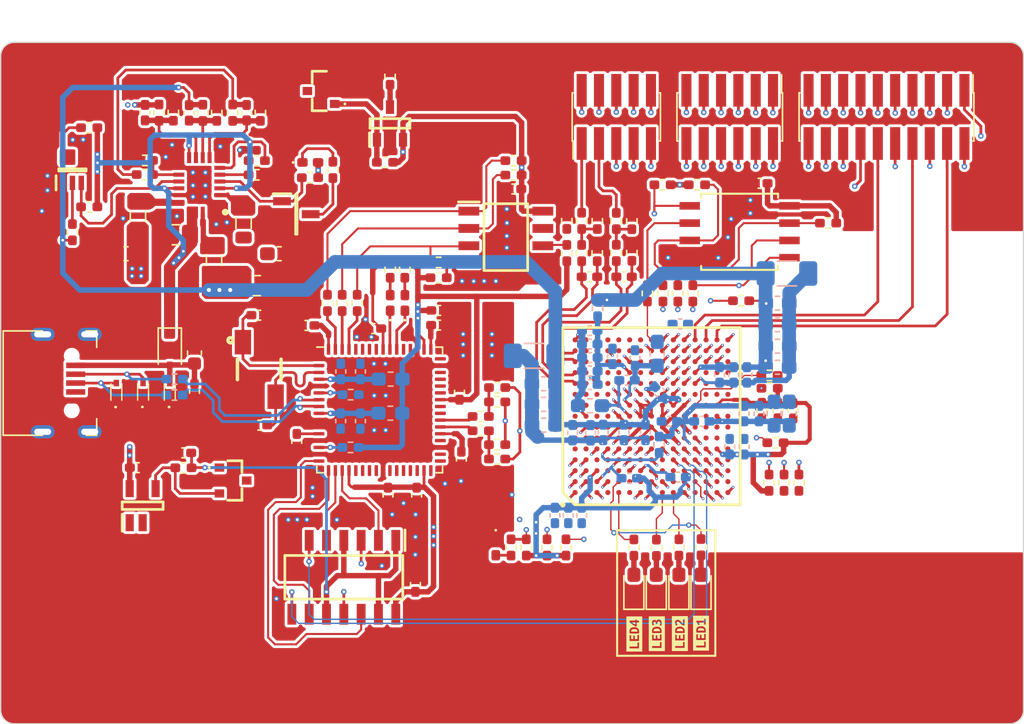
<source format=kicad_pcb>
(kicad_pcb (version 20221018) (generator pcbnew)
  (layers (0 "F.Cu" signal) (1 "In1.Cu" signal) (2 "In2.Cu" signal) (3 "In3.Cu" signal) (4 "In4.Cu" signal) (31 "B.Cu" signal) (34 "B.Paste" user) (35 "F.Paste" user) (36 "B.SilkS" user "B.Silkscreen") (37 "F.SilkS" user "F.Silkscreen") (38 "B.Mask" user) (39 "F.Mask" user) (44 "Edge.Cuts" user))
  (net 0 "")
  (net 1 "Net-(D1-A)")
  (net 2 "/FPGA_SPARTAN_7/BANK_34/PIO41")
  (net 3 "/FPGA_SPARTAN_7/BANK_34/PIO47")
  (net 10 "/FPGA_SPARTAN_7/BANK_34/PIO48")
  (net 11 "/FPGA_SPARTAN_7/BANK_34/PIO43")
  (net 12 "/FPGA_SPARTAN_7/BANK_34/PIO42")
  (net 13 "/FPGA_SPARTAN_7/BANK_34/PIO45")
  (net 16 "Net-(IC1A-VCCO_15_1)")
  (net 34 "Net-(IC1A-VCCBATT_0)")
  (net 49 "/FPGA_SPARTAN_7/CONFIG/QSPI_SCK")
  (net 50 "Net-(IC1A-GNDADC_0)")
  (net 51 "Net-(IC1A-VCCADC_0)")
  (net 56 "/FPGA_SPARTAN_7/CONFIG/DONE")
  (net 57 "/FPGA_SPARTAN_7/CONFIG/XADCGND")
  (net 63 "Net-(IC1E-CFGBVS_0)")
  (net 67 "/FPGA_SPARTAN_7/CONFIG/QSPI_DQ0")
  (net 68 "/FPGA_SPARTAN_7/CONFIG/QSPI_DQ1")
  (net 69 "/FPGA_SPARTAN_7/BANK_34/PIO46")
  (net 70 "/FPGA_SPARTAN_7/BANK_34/LED3")
  (net 73 "/FPGA_SPARTAN_7/CONFIG/PROG")
  (net 74 "/FPGA_SPARTAN_7/BANK_14/PIO31")
  (net 75 "/FPGA_SPARTAN_7/CONFIG/QSPI_DQ2")
  (net 76 "/FPGA_SPARTAN_7/BANK_14/PIO28")
  (net 79 "Net-(IC1E-IO_L3P_T0_DQS_PUDC_B_14)")
  (net 80 "Net-(IC1E-IO_L3N_T0_DQS_EMCCLK_14)")
  (net 81 "/FPGA_SPARTAN_7/CONFIG/QSPI_DQ3")
  (net 82 "/FPGA_SPARTAN_7/BANK_14/PIO27")
  (net 83 "/FPGA_SPARTAN_7/CONFIG/INIT")
  (net 85 "/FPGA_SPARTAN_7/CONFIG/QSPI_CS")
  (net 86 "/FPGA_SPARTAN_7/BANK_14/UART_RXD_OUT")
  (net 87 "/FPGA_SPARTAN_7/BANK_14/PIO29")
  (net 88 "/FPGA_SPARTAN_7/BANK_14/PIO26")
  (net 89 "/FPGA_SPARTAN_7/BANK_14/PIO23")
  (net 91 "/FPGA_SPARTAN_7/CONFIG/MODE_0")
  (net 92 "/FPGA_SPARTAN_7/CONFIG/MODE_2")
  (net 95 "/FPGA_SPARTAN_7/BANK_14/GCLK")
  (net 97 "/FPGA_SPARTAN_7/BANK_14/PIO30")
  (net 98 "/FPGA_SPARTAN_7/BANK_14/PIO22")
  (net 99 "/FPGA_SPARTAN_7/BANK_14/PIO21")
  (net 100 "unconnected-(IC1D-IO_25_34-PadN4)")
  (net 101 "/FPGA_SPARTAN_7/CONFIG/MODE_1")
  (net 109 "/FPGA_SPARTAN_7/BANK_14/PIO18")
  (net 110 "/FPGA_SPARTAN_7/BANK_14/PIO20")
  (net 111 "/FPGA_SPARTAN_7/BANK_14/PIO19")
  (net 118 "/FPGA_SPARTAN_7/BANK_14/PIO16")
  (net 119 "/FPGA_SPARTAN_7/BANK_14/PIO17")
  (net 133 "Net-(U1-SO{slash}SIO1)")
  (net 134 "Net-(U1-WP#{slash}SIO2)")
  (net 135 "Net-(U1-SI{slash}SIO0)")
  (net 136 "Net-(U1-HOLD#{slash}SIO3)")
  (net 137 "/POWER_REGULATOR/VU")
  (net 138 "/POWER_REGULATOR/USB5V0")
  (net 139 "Net-(D3-K)")
  (net 140 "GND")
  (net 141 "/FTDI/ESP_EN_N")
  (net 142 "Net-(D7-A)")
  (net 143 "/FPGA_SPARTAN_7/BANK_34/JA1")
  (net 144 "/FPGA_SPARTAN_7/TCLK")
  (net 145 "/FPGA_SPARTAN_7/VCC1V0")
  (net 146 "/FPGA_SPARTAN_7/TDO_FPGA")
  (net 147 "/FPGA_SPARTAN_7/TMS")
  (net 148 "/FPGA_SPARTAN_7/TDI_FPGA")
  (net 149 "/FPGA_SPARTAN_7/VCC1V8")
  (net 150 "Net-(IC2-SW2)")
  (net 151 "/POWER_REGULATOR/PGOOD")
  (net 152 "Net-(IC2-MODE)")
  (net 153 "Net-(IC2-FB2)")
  (net 154 "Net-(IC2-FB1)")
  (net 155 "Net-(IC2-FB3)")
  (net 156 "Net-(IC2-EN3)")
  (net 157 "/POWER_REGULATOR/EN2")
  (net 158 "Net-(IC2-SW3)")
  (net 159 "Net-(IC2-SW1)")
  (net 160 "Net-(IC3-B_2)")
  (net 161 "Net-(IC3-B_1)")
  (net 162 "/FTDI/FT_TMS")
  (net 163 "/FTDI/FT_TDO")
  (net 164 "/FTDI/FT_TDI")
  (net 165 "/FTDI/FT_TCK")
  (net 166 "+3V3")
  (net 168 "/FTDI/ESP_EN")
  (net 169 "Net-(Q1-D)")
  (net 170 "Net-(Q2-C)")
  (net 171 "Net-(U2-OSCI)")
  (net 172 "Net-(U2-OSCO)")
  (net 173 "/FTDI/VPHY")
  (net 174 "/FTDI/REF")
  (net 175 "/FPGA_SPARTAN_7/BANK_14/UART_TXD_IN")
  (net 176 "/FTDI/USB_D-")
  (net 177 "/FTDI/VPLL")
  (net 178 "+1V8")
  (net 179 "/FTDI/RESET")
  (net 193 "/FTDI/FT_TXD")
  (net 194 "/FTDI/FT_RXD")
  (net 195 "/FTDI/FT_nRTS")
  (net 197 "/FTDI/FT_nDTR")
  (net 204 "/FTDI/FT_nRXLED")
  (net 205 "/FTDI/FT_nTXLED")
  (net 210 "Net-(U2-EEDATA)")
  (net 211 "Net-(U2-EECLK)")
  (net 212 "Net-(U2-EECS)")
  (net 213 "Net-(D4-K)")
  (net 214 "Net-(D5-A)")
  (net 215 "Net-(D6-A)")
  (net 216 "/FPGA_SPARTAN_7/BANK_14/USB_12MHZ")
  (net 217 "/FTDI/EECLK")
  (net 218 "/FTDI/EECS")
  (net 219 "/FTDI/EEDATA")
  (net 221 "Net-(D10-A2)")
  (net 222 "Net-(D11-A2)")
  (net 223 "/FPGA_SPARTAN_7/BANK_15/AIN33_P")
  (net 224 "/FPGA_SPARTAN_7/BANK_15/AIN33_N")
  (net 225 "/FPGA_SPARTAN_7/BANK_15/AIN32_P")
  (net 226 "/FPGA_SPARTAN_7/BANK_15/AIN32_N")
  (net 227 "/FPGA_SPARTAN_7/BANK_34/PIO44")
  (net 228 "/FPGA_SPARTAN_7/BANK_34/PIO40")
  (net 229 "/FPGA_SPARTAN_7/BANK_34/BTN1")
  (net 230 "/FPGA_SPARTAN_7/BANK_34/BTN0")
  (net 231 "/FPGA_SPARTAN_7/BANK_34/LED0_G")
  (net 232 "/FPGA_SPARTAN_7/BANK_34/LED4")
  (net 233 "/FPGA_SPARTAN_7/BANK_34/LED1")
  (net 234 "/FPGA_SPARTAN_7/BANK_34/LED0_B")
  (net 235 "/FPGA_SPARTAN_7/BANK_34/LED0_R")
  (net 236 "/FPGA_SPARTAN_7/BANK_34/JA4")
  (net 237 "/FPGA_SPARTAN_7/BANK_34/JA10")
  (net 238 "/FPGA_SPARTAN_7/BANK_34/JA9")
  (net 239 "/FPGA_SPARTAN_7/BANK_34/JA8")
  (net 240 "/FPGA_SPARTAN_7/BANK_34/JA2")
  (net 241 "/FPGA_SPARTAN_7/BANK_34/JA7")
  (net 242 "/FPGA_SPARTAN_7/BANK_34/JA3")
  (net 243 "/FPGA_SPARTAN_7/BANK_34/PIO01")
  (net 244 "/FPGA_SPARTAN_7/BANK_34/PIO05")
  (net 245 "/FPGA_SPARTAN_7/BANK_34/PIO03")
  (net 246 "/FPGA_SPARTAN_7/BANK_34/PIO02")
  (net 247 "/FPGA_SPARTAN_7/BANK_34/PIO09")
  (net 248 "/FPGA_SPARTAN_7/BANK_34/PIO04")
  (net 249 "/FPGA_SPARTAN_7/BANK_34/PIO07")
  (net 250 "/FPGA_SPARTAN_7/BANK_34/PIO08")
  (net 251 "/FPGA_SPARTAN_7/BANK_34/PIO06")
  (net 252 "/FTDI/USB_D+")
  (net 253 "/FPGA_SPARTAN_7/TXD")
  (net 254 "Net-(R50-Pad1)")
  (net 255 "Net-(R52-Pad1)")
  (net 256 "/FPGA_SPARTAN_7/BANK_15/AIN33")
  (net 257 "/FPGA_SPARTAN_7/BANK_15/AIN32")
  (net 258 "/FPGA_SPARTAN_7/RXD")
  (net 259 "Net-(IC6-Q)")
  (net 260 "Net-(IC6-ORG)")
  (net 261 "Net-(IC6-DU)")
  (net 262 "/FPGA_SPARTAN_7/BANK_34/LED2")
  (net 263 "Net-(D9-A)")
  (net 264 "Net-(D12-A)")
  (net 265 "Net-(D13-A)")
  (net 266 "Net-(D14-A)")
  (footprint "Connector_PinHeader_1.27mm:PinHeader_2x10_P1.27mm_Vertical_SMD" (layer "F.Cu") (at 164.95 55.47 -90)
    (fp_text reference "J2" hide)
    (fp_text value "Conn_02x10_Odd_Even")
  )
  (footprint "Resistor_SMD:R_0402_1005Metric_Pad0.72x0.64mm_HandSolder" (layer "F.Cu") (at 135.2 77.45)
    (fp_text reference "R49" hide)
    (fp_text value "0")
  )
  (footprint "SamacSys_Parts:SOT96P237X111-3N" (layer "F.Cu") (at 128.545 55.95 90)
    (fp_text reference "Q2" hide)
    (fp_text value "MMBT4403LT3G" hide)
  )
  (footprint "kibuzzard-64749717" (layer "F.Cu") (at 149.8 93.38 90)
    (fp_text reference "kibuzzard-64749717" hide)
    (fp_text value "G***" hide)
  )
  (footprint "Capacitor_SMD:C_0402_1005Metric_Pad0.74x0.62mm_HandSolder" (layer "F.Cu") (at 113.813383 55.1725 -90)
    (fp_text reference "C47" hide)
    (fp_text value "20pF")
  )
  (footprint "LED_SMD:LED_0402_1005Metric_Pad0.77x0.64mm_HandSolder" (layer "F.Cu") (at 128.56 69.12 90)
    (fp_text reference "D6" hide)
    (fp_text value "LED_Small")
  )
  (footprint "Resistor_SMD:R_0402_1005Metric_Pad0.72x0.64mm_HandSolder" (layer "F.Cu") (at 119.043383 55.1625 90)
    (fp_text reference "R28" hide)
    (fp_text value "120K")
  )
  (footprint "footprints:U254-051N-4BH806" (layer "F.Cu") (at 105.5 75 -90)
    (fp_text reference "J1" hide)
    (fp_text value "U254-051N-4BH806" hide)
  )
  (footprint "Resistor_SMD:R_0402_1005Metric_Pad0.72x0.64mm_HandSolder" (layer "F.Cu") (at 157.44 82.31 -90)
    (fp_text reference "R4" hide)
    (fp_text value "1K")
  )
  (footprint "Resistor_SMD:R_0402_1005Metric_Pad0.72x0.64mm_HandSolder" (layer "F.Cu") (at 151.05 60.45 180)
    (fp_text reference "R16" hide)
    (fp_text value "1.8K")
  )
  (footprint "SamacSys_Parts:SOT65P210X110-6N" (layer "F.Cu") (at 105.26 59.36 90)
    (fp_text reference "IC3" hide)
    (fp_text value "MBT3904DW1T1G" hide)
  )
  (footprint "Capacitor_SMD:C_0402_1005Metric_Pad0.74x0.62mm_HandSolder" (layer "F.Cu") (at 127.33 71 180)
    (fp_text reference "C64" hide)
    (fp_text value "100nf")
  )
  (footprint "SamacSys_Parts:BZX84B2V7215" (layer "F.Cu") (at 117.04 82.15 -90)
    (fp_text reference "D7" hide)
    (fp_text value "LRB520G-30T1G" hide)
  )
  (footprint "Resistor_SMD:R_0402_1005Metric_Pad0.72x0.64mm_HandSolder" (layer "F.Cu") (at 136.4 76.38 180)
    (fp_text reference "R58" hide)
    (fp_text value "0")
  )
  (footprint "SamacSys_Parts:SOIC127P600X175-14N" (layer "F.Cu") (at 125.16 89.25 -90)
    (fp_text reference "IC4" hide)
    (fp_text value "74AHCT125BQ-Q100,1" hide)
  )
  (footprint "Resistor_SMD:R_0402_1005Metric_Pad0.72x0.64mm_HandSolder" (layer "F.Cu") (at 141.45 87.06 -90)
    (fp_text reference "R13" hide)
    (fp_text value "4.7K")
  )
  (footprint "Resistor_SMD:R_0402_1005Metric_Pad0.72x0.64mm_HandSolder" (layer "F.Cu") (at 137.42 87.06 90)
    (fp_text reference "R19" hide)
    (fp_text value "100")
  )
  (footprint "Resistor_SMD:R_0402_1005Metric_Pad0.72x0.64mm_HandSolder" (layer "F.Cu") (at 143.74 65.46 -90)
    (fp_text reference "R51" hide)
    (fp_text value "845")
  )
  (footprint "Capacitor_SMD:C_0603_1608Metric" (layer "F.Cu") (at 114.21 72.79 90)
    (fp_text reference "C71" hide)
    (fp_text value "10uf")
  )
  (footprint "Resistor_SMD:R_0402_1005Metric_Pad0.72x0.64mm_HandSolder" (layer "F.Cu") (at 128.55 52.51 90)
    (fp_text reference "R35" hide)
    (fp_text value "22")
  )
  (footprint "Capacitor_SMD:C_0402_1005Metric_Pad0.74x0.62mm_HandSolder" (layer "F.Cu") (at 132.14 69.67)
    (fp_text reference "C56" hide)
    (fp_text value "4.7uf")
  )
  (footprint "Capacitor_SMD:C_0805_2012Metric_Pad1.18x1.45mm_HandSolder" (layer "F.Cu") (at 112.84 64.12 180)
    (fp_text reference "C45" hide)
    (fp_text value "22uf")
  )
  (footprint "Capacitor_SMD:C_0402_1005Metric_Pad0.74x0.62mm_HandSolder" (layer "F.Cu") (at 113.4 80.12 180)
    (fp_text reference "C66" hide)
    (fp_text value "1uf")
  )
  (footprint "Resistor_SMD:R_0402_1005Metric_Pad0.72x0.64mm_HandSolder" (layer "F.Cu") (at 149.65 68.42 90)
    (fp_text reference "R11" hide)
    (fp_text value "100")
  )
  (footprint "Resistor_SMD:R_0402_1005Metric_Pad0.72x0.64mm_HandSolder" (layer "F.Cu") (at 132.11 66.15)
    (fp_text reference "R64" hide)
    (fp_text value "2.2K")
  )
  (footprint "Resistor_SMD:R_0402_1005Metric_Pad0.72x0.64mm_HandSolder" (layer "F.Cu") (at 135.2 78.5)
    (fp_text reference "R48" hide)
    (fp_text value "0")
  )
  (footprint "Resistor_SMD:R_0402_1005Metric_Pad0.72x0.64mm_HandSolder" (layer "F.Cu") (at 146.43 87.07 -90)
    (fp_text reference "R71" hide)
    (fp_text value "330")
  )
  (footprint "Resistor_SMD:R_0402_1005Metric_Pad0.72x0.64mm_HandSolder" (layer "F.Cu") (at 137.6025 59.74)
    (fp_text reference "R66" hide)
    (fp_text value "10K")
  )
  (footprint "Resistor_SMD:R_0402_1005Metric_Pad0.72x0.64mm_HandSolder" (layer "F.Cu") (at 142.6 65.46 -90)
    (fp_text reference "R50" hide)
    (fp_text value "140")
  )
  (footprint "Capacitor_SMD:C_0402_1005Metric_Pad0.74x0.62mm_HandSolder" (layer "F.Cu") (at 114.21 75.63 -90)
    (fp_text reference "C46" hide)
    (fp_text value "100NF")
  )
  (footprint "LED_SMD:LED_0603_1608Metric_Pad1.05x0.95mm_HandSolder" (layer "F.Cu") (at 149.73 89.94 90)
    (fp_text reference "D12" hide)
    (fp_text value "LED_2")
  )
  (footprint "Resistor_SMD:R_0402_1005Metric_Pad0.72x0.64mm_HandSolder" (layer "F.Cu") (at 141.51 65.46 -90)
    (fp_text reference "R63" hide)
    (fp_text value "0")
  )
  (footprint "Inductor_SMD:L_0805_2012Metric" (layer "F.Cu") (at 117.81 63.26 -90)
    (fp_text reference "L2" hide)
    (fp_text value "3.3uH")
  )
  (footprint "Capacitor_SMD:C_0402_1005Metric_Pad0.74x0.62mm_HandSolder" (layer "F.Cu") (at 145.71 67.2)
    (fp_text reference "C73" hide)
    (fp_text value "1uf")
  )
  (footprint "Resistor_SMD:R_0402_1005Metric_Pad0.72x0.64mm_HandSolder" (layer "F.Cu") (at 122.68 59.93 180)
    (fp_text reference "R36" hide)
    (fp_text value "100K")
  )
  (footprint "LED_SMD:LED_0603_1608Metric_Pad1.05x0.95mm_HandSolder" (layer "F.Cu") (at 151.35 89.94 90)
    (fp_text reference "D9" hide)
    (fp_text value "LED_1")
  )
  (footprint "Connector_PinHeader_1.27mm:PinHeader_2x06_P1.27mm_Vertical_SMD" (layer "F.Cu") (at 153.455 55.47 -90)
    (fp_text reference "J4" hide)
    (fp_text value "Conn_02x06_Odd_Even")
  )
  (footprint "Resistor_SMD:R_0402_1005Metric_Pad0.72x0.64mm_HandSolder" (layer "F.Cu") (at 128.56 66.6725 90)
    (fp_text reference "R44" hide)
    (fp_text value "2.2K")
  )
  (footprint "Capacitor_SMD:C_0603_1608Metric_Pad1.08x0.95mm_HandSolder" (layer "F.Cu") (at 120.42 65.51)
    (fp_text reference "C50" hide)
    (fp_text value "10uf")
  )
  (footprint "SamacSys_Parts:SOT95P237X112-3N" (layer "F.Cu") (at 121.68 62.61)
    (fp_text reference "Q1" hide)
    (fp_text value "SI2302CDS-T1-E3" hide)
  )
  (footprint "Resistor_SMD:R_0402_1005Metric_Pad0.72x0.64mm_HandSolder" (layer "F.Cu") (at 148.56 68.42 90)
    (fp_text reference "R10" hide)
    (fp_text value "100")
  )
  (footprint "LED_SMD:LED_0402_1005Metric_Pad0.77x0.64mm_HandSolder" (layer "F.Cu") (at 136.3 87.06 -90)
    (fp_text reference "D1" hide)
    (fp_text value "LED_Small")
  )
  (footprint "Resistor_SMD:R_0402_1005Metric_Pad0.72x0.64mm_HandSolder" (layer "F.Cu") (at 124.36 59.36 -90)
    (fp_text reference "R37" hide)
    (fp_text value "680")
  )
  (footprint "Resistor_SMD:R_0402_1005Metric_Pad0.72x0.64mm_HandSolder" (layer "F.Cu") (at 110.57 58.66 180)
    (fp_text reference "R22" hide)
    (fp_text value "10K")
  )
  (footprint "Resistor_SMD:R_0402_1005Metric_Pad0.72x0.64mm_HandSolder" (layer "F.Cu") (at 136.4 75.33 180)
    (fp_text reference "R61" hide)
    (fp_text value "0")
  )
  (footprint "Resistor_SMD:R_0402_1005Metric_Pad0.72x0.64mm_HandSolder" (layer "F.Cu") (at 129.63 66.6725 90)
    (fp_text reference "R43" hide)
    (fp_text value "2.2K")
  )
  (footprint "Capacitor_SMD:C_0402_1005Metric_Pad0.74x0.62mm_HandSolder" (layer "F.Cu") (at 155.66 60.34 180)
    (fp_text reference "C44" hide)
    (fp_text value "100nf")
  )
  (footprint "Resistor_SMD:R_0402_1005Metric_Pad0.72x0.64mm_HandSolder" (layer "F.Cu") (at 118.7775 58.68 180)
    (fp_text reference "R23" hide)
    (fp_text value "0")
  )
  (footprint "Resistor_SMD:R_0402_1005Metric_Pad0.72x0.64mm_HandSolder" (layer "F.Cu") (at 143.75 63.1 90)
    (fp_text reference "R54" hide)
    (fp_text value "1K")
  )
  (footprint "Resistor_SMD:R_0402_1005Metric_Pad0.72x0.64mm_HandSolder" (layer "F.Cu") (at 115.843383 55.1625 90)
    (fp_text reference "R26" hide)
    (fp_text value "120K")
  )
  (footprint "Resistor_SMD:R_0402_1005Metric_Pad0.72x0.64mm_HandSolder" (layer "F.Cu") (at 106.49 62.07 180)
    (fp_text reference "R32" hide)
    (fp_text value "100K")
  )
  (footprint "Resistor_SMD:R_0402_1005Metric_Pad0.72x0.64mm_HandSolder" (layer "F.Cu") (at 156.81 79.38)
    (fp_text reference "R15" hide)
    (fp_text value "4.7K")
  )
  (footprint "Capacitor_SMD:C_0603_1608Metric_Pad1.08x0.95mm_HandSolder" (layer "F.Cu") (at 109.19 65.51 180)
    (fp_text reference "C52" hide)
    (fp_text value "10uf")
  )
  (footprint "Resistor_SMD:R_0402_1005Metric_Pad0.72x0.64mm_HandSolder" (layer "F.Cu") (at 111.613383 55.1575 -90)
    (fp_text reference "R29" hide)
    (fp_text value "180K")
  )
  (footprint "Capacitor_SMD:C_0402_1005Metric_Pad0.74x0.62mm_HandSolder" (layer "F.Cu") (at 110.04 81.205)
    (fp_text reference "C67" hide)
    (fp_text value "100nf")
  )
  (footprint "Resistor_SMD:R_0402_1005Metric_Pad0.72x0.64mm_HandSolder" (layer "F.Cu") (at 156.38 75.38 180)
    (fp_text reference "R8" hide)
    (fp_text value "1K")
  )
  (footprint "kibuzzard-6474970A" (layer "F.Cu") (at 151.35 93.35 90)
    (fp_text reference "kibuzzard-6474970A" hide)
    (fp_text value "G***" hide)
  )
  (footprint "Resistor_SMD:R_0402_1005Metric_Pad0.72x0.64mm_HandSolder" (layer "F.Cu") (at 136.4 79.52 180)
    (fp_text reference "R59" hide)
    (fp_text value "0")
  )
  (footprint "Resistor_SMD:R_0402_1005Metric_Pad0.72x0.64mm_HandSolder" (layer "F.Cu") (at 128.18 58.8 180)
    (fp_text reference "R34" hide)
    (fp_text value "120")
  )
  (footprint "Capacitor_SMD:C_0402_1005Metric_Pad0.74x0.62mm_HandSolder" (layer "F.Cu") (at 118.98 78.09 180)
    (fp_text reference "C53" hide)
    (fp_text value "12pf")
  )
  (footprint "Resistor_SMD:R_0402_1005Metric_Pad0.72x0.64mm_HandSolder" (layer "F.Cu") (at 117.013383 55.1625 -90)
    (fp_text reference "R27" hide)
    (fp_text value "150K")
  )
  (footprint "LED_SMD:LED_0603_1608Metric_Pad1.05x0.95mm_HandSolder" (layer "F.Cu") (at 146.43 89.94 90)
    (fp_text reference "D14" hide)
    (fp_text value "LED_4")
  )
  (footprint "Resistor_SMD:R_0402_1005Metric_Pad0.72x0.64mm_HandSolder" (layer "F.Cu") (at 126.14 69.12 -90)
    (fp_text reference "R40" hide)
    (fp_text value "33")
  )
  (footprint "Capacitor_SMD:C_0402_1005Metric_Pad0.74x0.62mm_HandSolder" (layer "F.Cu") (at 143.17 67.2)
    (fp_text reference "C72" hide)
    (fp_text value "1uf")
  )
  (footprint "Resistor_SMD:R_0402_1005Metric_Pad0.72x0.64mm_HandSolder" (layer "F.Cu") (at 151.35 87.0425 -90)
    (fp_text reference "R68" hide)
    (fp_text value "330")
  )
  (footprint "SamacSys_Parts:BZX84B2V7215" (layer "F.Cu") (at 123.49 53.57 90)
    (fp_text reference "D3" hide)
    (fp_text value "BZX84-B2V7,215" hide)
  )
  (footprint "Resistor_SMD:R_0402_1005Metric_Pad0.72x0.64mm_HandSolder" (layer "F.Cu") (at 145.14 65.45 -90)
    (fp_text reference "R52" hide)
    (fp_text value "140")
  )
  (footprint "kibuzzard-64749722" (layer "F.Cu") (at 148.11 93.39 90)
    (fp_text reference "kibuzzard-64749722" hide)
    (fp_text value "G***" hide)
  )
  (footprint "Resistor_SMD:R_0402_1005Metric_Pad0.72x0.64mm_HandSolder" (layer "F.Cu") (at 125.04 69.12 -90)
    (fp_text reference "R38" hide)
    (fp_text value "33")
  )
  (footprint "Capacitor_SMD:C_0805_2012Metric_Pad1.18x1.45mm_HandSolder" (layer "F.Cu") (at 118.78 67.85)
    (fp_text reference "C48" hide)
    (fp_text value "22uf")
  )
  (footprint "Resistor_SMD:R_0402_1005Metric_Pad0.72x0.64mm_HandSolder" (layer "F.Cu") (at 141.51 63.09 90)
    (fp_text reference "R62" hide)
    (fp_text value "0")
  )
  (footprint "Resistor_SMD:R_0402_1005Metric_Pad0.72x0.64mm_HandSolder" (layer "F.Cu") (at 150.75 68.42 -90)
    (fp_text reference "R7" hide)
    (fp_text value "49.9K")
  )
  (footprint "Resistor_SMD:R_0402_1005Metric_Pad0.72x0.64mm_HandSolder" (layer "F.Cu") (at 106.49 56.26 180)
    (fp_text reference "R31" hide)
    (fp_text value "100K")
  )
  (footprint "Resistor_SMD:R_0402_1005Metric_Pad0.72x0.64mm_HandSolder" (layer "F.Cu") (at 132.11 67.27 180)
    (fp_text reference "R67" hide)
    (fp_text value "10K")
  )
  (footprint "Resistor_SMD:R_0402_1005Metric_Pad0.72x0.64mm_HandSolder" (layer "F.Cu") (at 105.26 63.93 90)
    (fp_text reference "R33" hide)
    (fp_text value "1K")
  )
  (footprint "Resistor_SMD:R_0402_1005Metric_Pad0.72x0.64mm_HandSolder" (layer "F.Cu") (at 160.6675 63.26)
    (fp_text reference "R17" hide)
    (fp_text value "1.8K")
  )
  (footprint "Capacitor_SMD:C_0402_1005Metric_Pad0.74x0.62mm_HandSolder" (layer "F.Cu") (at 122.44 70.77 180)
    (fp_text reference "C60" hide)
    (fp_text value "100nf")
  )
  (footprint "Resistor_SMD:R_0402_1005Metric_Pad0.72x0.64mm_HandSolder" (layer "F.Cu") (at 154.29 68.96)
    (fp_text reference "R12" hide)
    (fp_text value "100")
  )
  (footprint "Capacitor_SMD:C_0402_1005Metric_Pad0.74x0.62mm_HandSolder" (layer "F.Cu") (at 155.81 77.02 -90)
    (fp_text reference "C39" hide)
    (fp_text value "470nf")
  )
  (footprint "Resistor_SMD:R_0402_1005Metric_Pad0.72x0.64mm_HandSolder" (layer "F.Cu") (at 138.54 87.06 -90)
    (fp_text reference "R18" hide)
    (fp_text value "200")
  )
  (footprint "Capacitor_SMD:C_0402_1005Metric_Pad0.74x0.62mm_HandSolder" (layer "F.Cu") (at 156.98 77.02 -90)
    (fp_text reference "C40" hide)
    (fp_text value "470nf")
  )
  (footprint "Resistor_SMD:R_0402_1005Metric_Pad0.72x0.64mm_HandSolder" (layer "F.Cu") (at 137.6025 58.68)
    (fp_text reference "R65" hide)
    (fp_text value "10K")
  )
  (footprint "Capacitor_SMD:C_0402_1005Metric_Pad0.74x0.62mm_HandSolder" (layer "F.Cu") (at 118.95 70.02)
    (fp_text reference "C54" hide)
    (fp_text value "12pf")
  )
  (footprint "Resistor_SMD:R_0402_1005Metric_Pad0.72x0.64mm_HandSolder" (layer "F.Cu") (at 114.823383 55.1725 -90)
    (fp_text reference "R25" hide)
    (fp_text value "30K")
  )
  (footprint "Resistor_SMD:R_0402_1005Metric_Pad0.72x0.64mm_HandSolder" (layer "F.Cu") (at 148.08 87.0825 -90)
    (fp_text reference "R70" hide)
    (fp_text value "330")
  )
  (footprint "Resistor_SMD:R_0402_1005Metric_Pad0.72x0.64mm_HandSolder" (layer "F.Cu") (at 156.37 74.44)
    (fp_text reference "R20" hide)
    (fp_text value "49.9")
  )
  (footprint "footprints:SOP8L_200MIL_6110-1406_MAC" (layer "F.Cu") (at 154.18 63.9)
    (fp_text reference "U1" hide)
    (fp_text value "MX25L3233FM2I-08G")
  )
  (footprint "Inductor_SMD:L_0805_2012Metric" (layer "F.Cu") (at 110.065 62.76 -90)
    (fp_text reference "L3" hide)
    (fp_text value "2.2uH")
  )
  (footprint "Resistor_SMD:R_0402_1005Metric_Pad0.72x0.64mm_HandSolder" (layer "F.Cu") (at 112.663383 55.1525 90)
    (fp_text reference "R30" hide)
    (fp_text value "57.6K")
  )
  (footprint "Resistor_SMD:R_0402_1005Metric_Pad0.72x0.64mm_HandSolder" (layer "F.Cu") (at 146.28 65.43 -90)
    (fp_text reference "R53" hide)
    (fp_text value "845")
  )
  (footprint "Capacitor_SMD:C_0402_1005Metric_Pad0.74x0.62mm_HandSolder" (layer "F.Cu") (at 130.5 83.24 -90)
    (fp_text reference "C62" hide)
    (fp_text value "100nf")
  )
  (footprint "SamacSys_Parts:LESD5D50CT1G" (layer "F.Cu") (at 110.44 75.65 90)
    (fp_text reference "D10" hide)
    (fp_text value "LESD5D5.0CT1G" hide)
  )
  (footprint "Resistor_SMD:R_0402_1005Metric_Pad0.72x0.64mm_HandSolder" (layer "F.Cu") (at 146.28 63.1125 90)
    (fp_text reference "R55" hide)
    (fp_text value "1K")
  )
  (footprint "Resistor_SMD:R_0402_1005Metric_Pad0.72x0.64mm_HandSolder" (layer "F.Cu") (at 136.4 80.57 180)
    (fp_text reference "R60" hide)
    (fp_text value "0")
  )
  (footprint "Capacitor_SMD:C_0402_1005Metric_Pad0.74x0.62mm_HandSolder" (layer "F.Cu") (at 132.13 70.75)
    (fp_text reference "C55" hide)
    (fp_text value "4.7uf")
  )
  (footprint "SamacSys_Parts:QFN50P300X400X80-21N-D" (layer "F.Cu") (at 114.565 60.46 180)
    (fp_text reference "IC2" hide)
    (fp_text value "LTC3569EUDC#PBF" hide)
  )
  (footprint "SamacSys_Parts:LESD5D50CT1G" (layer "F.Cu") (at 108.48 75.66 90)
    (fp_text reference "D11" hide)
    (fp_text value "LESD5D5.0CT1G" hide)
  )
  (footprint "Capacitor_SMD:C_0402_1005Metric_Pad0.74x0.62mm_HandSolder" (layer "F.Cu") (at 158.11 77.03 -90)
    (fp_text reference "C41" hide)
    (fp_text value "470nf")
  )
  (footprint "Resistor_SMD:R_0402_1005Metric_Pad0.72x0.64mm_HandSolder" (layer "F.Cu") (at 158.53 82.31 -90)
    (fp_text reference "R5" hide)
    (fp_text value "1K")
  )
  (footprint "Resistor_SMD:R_0402_1005Metric_Pad0.72x0.64mm_HandSolder" (layer "F.Cu") (at 142.6 63.1 -90)
    (fp_text reference "R56" hide)
    (fp_text value "2.32K")
  )
  (footprint "SamacSys_Parts:SOIC127P600X175-8N" (layer "F.Cu") (at 137.04 64.29)
    (fp_text reference "IC6" hide)
    (fp_text value "M93C46-WMN6TP" hide)
  )
  (footprint "Capacitor_SMD:C_0402_1005Metric_Pad0.74x0.62mm_HandSolder" (layer "F.Cu") (at 137.6025 60.76 180)
    (fp_text reference "C74" hide)
    (fp_text value "100nf")
  )
  (footprint "LED_SMD:LED_0603_1608Metric_Pad1.05x0.95mm_HandSolder" (layer "F.Cu") (at 148.07 89.94 90)
    (fp_text reference "D13" hide)
    (fp_text value "LED_3")
  )
  (footprint "SamacSys_Parts:ABM3B" (layer "F.Cu") (at 118.96 74 -90)
    (fp_text reference "Y1" hide)
    (fp_text value "ABM3B-12.000MHZ-12-N2Y-T" hide)
  )
  (footprint "Resistor_SMD:R_0402_1005Metric_Pad0.72x0.64mm_HandSolder" (layer "F.Cu") (at 145.14 63.11 -90)
    (fp_text reference "R57" hide)
    (fp_text value "2.32K")
  )
  (footprint "Capacitor_SMD:C_0402_1005Metric_Pad0.74x0.62mm_HandSolder" (layer "F.Cu") (at 128.4 83.24 -90)
    (fp_text reference "C61" hide)
    (fp_text value "100nf")
  )
  (footprint "Resistor_SMD:R_0402_1005Metric_Pad0.72x0.64mm_HandSolder" (layer "F.Cu") (at 156.34 82.31 90)
    (fp_text reference "R3" hide)
    (fp_text value "1K")
  )
  (footprint "Diode_SMD:D_SOD-323F" (layer "F.Cu") (at 112.4 72.57 -90)
    (fp_text reference "D2" hide)
    (fp_text value "PMEG2020EJ,115")
  )
  (footprint "Resistor_SMD:R_0402_1005Metric_Pad0.72x0.64mm_HandSolder" (layer "F.Cu") (at 123.96 69.12 -90)
    (fp_text reference "R39" hide)
    (fp_text value "33")
  )
  (footprint "Capacitor_SMD:C_0402_1005Metric_Pad0.74x0.62mm_HandSolder" (layer "F.Cu") (at 110.583383 55.1575 -90)
    (fp_text reference "C51" hide)
    (fp_text value "20pF")
  )
  (footprint "Resistor_SMD:R_0402_1005Metric_Pad0.72x0.64mm_HandSolder" (layer "F.Cu") (at 148.53 60.45)
    (fp_text reference "R14" hide)
    (fp_text value "4.7K")
  )
  (footprint "Resistor_SMD:R_0402_1005Metric_Pad0.72x0.64mm_HandSolder" (layer "F.Cu") (at 149.73 87.0625 -90)
    (fp_text reference "R69" hide)
    (fp_text value "330")
  )
  (footprint "Capacitor_SMD:C_0402_1005Metric_Pad0.74x0.62mm_HandSolder" (layer "F.Cu") (at 133.64 75.65 90)
    (fp_text reference "C63" hide)
    (fp_text value "100nf")
  )
  (footprint "SamacSys_Parts:BGA225C80P15X15_1300X1300X140" (layer "F.Cu") (at 147.72 77.43 90)
    (fp_text reference "IC1" hide)
    (fp_text value "XC7S25-1CSGA225C" hide)
  )
  (footprint "Capacitor_SMD:C_0402_1005Metric_Pad0.74x0.62mm_HandSolder" (layer "F.Cu") (at 118.033383 55.1625 -90)
    (fp_text reference "C49" hide)
    (fp_text value "20pF")
  )
  (footprint "Connector_PinHeader_1.27mm:PinHeader_2x05_P1.27mm_Vertical_SMD" (layer "F.Cu") (at 145.14 55.47 90)
    (fp_text reference "J3" hide)
    (fp_text value "Conn_02x05_Odd_Even")
  )
  (footprint "LED_SMD:LED_0402_1005Metric_Pad0.77x0.64mm_HandSolder" (layer "F.Cu") (at 129.64 69.12 90)
    (fp_text reference "D5" hide)
    (fp_text value "LED_Small")
  )
  (footprint "LED_SMD:LED_0402_1005Metric_Pad0.77x0.64mm_HandSolder" (layer "F.Cu") (at 122.7 58.81)
    (fp_text reference "D4" hide)
    (fp_text value "LED_Small")
  )
  (footprint "Capacitor_SMD:C_0402_1005Metric_Pad0.74x0.62mm_HandSolder" (layer "F.Cu") (at 130.41 89.75 90)
    (fp_text reference "C65" hide)
    (fp_text value "100nf")
  )
  (footprint "Resistor_SMD:R_0402_1005Metric_Pad0.72x0.64mm_HandSolder" (layer "F.Cu") (at 110.57 59.7)
    (fp_text reference "R21" hide)
    (fp_text value "3.48K-1%")
  )
  (footprint "Capacitor_SMD:C_0402_1005Metric_Pad0.74x0.62mm_HandSolder" (layer "F.Cu") (at 121.71 79.3 -90)
    (fp_text reference "C59" hide)
    (fp_text value "100nf")
  )
  (footprint "SamacSys_Parts:SOT95P275X110-5N" (layer "F.Cu") (at 110.41 83.995 90)
    (fp_text reference "IC5" hide)
    (fp_text value "M74VHC1GT04DTT1G" hide)
  )
  (footprint "Capacitor_SMD:C_0402_1005Metric_Pad0.74x0.62mm_HandSolder" (layer "F.Cu") (at 133.78 80.6 -90)
    (fp_text reference "C58" hide)
    (fp_text value "100nf")
  )
  (footprint "Resistor_SMD:R_0402_1005Metric_Pad0.72x0.64mm_HandSolder" (layer "F.Cu") (at 140.06 87.06 90)
    (fp_text reference "R6" hide)
    (fp_text value "4.7K")
  )
  (footprint "SamacSys_Parts:LESD5D50CT1G" (layer "F.Cu") (at 112.4 75.66 90)
    (fp_text reference "D8" hide)
    (fp_text value "LESD5D5.0CT1G" hide)
  )
  (footprint "Resistor_SMD:R_0402_1005Metric_Pad0.72x0.64mm_HandSolder" (layer "F.Cu") (at 113.4 81.215)
    (fp_text reference "R45" hide)
    (fp_text value "10K")
  )
  (footprint "Package_DFN_QFN:QFN-64-1EP_9x9mm_P0.5mm_EP4.35x4.35mm" (layer "F.Cu") (at 127.79 76.97)
    (fp_text reference "U2" hide)
    (fp_text value "FT2232HQ")
  )
  (footprint "Inductor_SMD:L_0805_2012Metric" (layer "F.Cu") (at 115.645 65.97 -90)
    (fp_text reference "L1" hide)
    (fp_text value "1.5uH")
  )
  (footprint "Resistor_SMD:R_0402_1005Metric_Pad0.72x0.64mm_HandSolder" (layer "F.Cu") (at 118.7775 59.72)
    (fp_text reference "R24" hide)
    (fp_text value "100K")
  )
  (footprint "Resistor_SMD:R_0402_1005Metric_Pad0.72x0.64mm_HandSolder" (layer "F.Cu") (at 147.42 68.42 90)
    (fp_text reference "R9" hide)
    (fp_text value "100")
  )
  (footprint "kibuzzard-6474973D" (layer "F.Cu") (at 146.46 93.41 90)
    (fp_text reference "kibuzzard-6474973D" hide)
    (fp_text value "G***" hide)
  )
  (footprint "Resistor_SMD:R_0402_1005Metric_Pad0.72x0.64mm_HandSolder" (layer "B.Cu") (at 112.7425 75.88)
    (fp_text reference "R47" hide)
    (fp_text value "0")
  )
  (footprint "Capacitor_SMD:C_0402_1005Metric_Pad0.74x0.62mm_HandSolder" (layer "B.Cu") (at 141.62 84.7125 -90)
    (fp_text reference "C26" hide)
    (fp_text value "470nf")
  )
  (footprint "Resistor_SMD:R_0402_1005Metric_Pad0.72x0.64mm_HandSolder" (layer "B.Cu") (at 143.77 69.5 90)
    (fp_text reference "R2" hide)
    (fp_text value "0")
  )
  (footprint "Capacitor_SMD:C_0603_1608Metric_Pad1.08x0.95mm_HandSolder" (layer "B.Cu") (at 156.96 69.14)
    (fp_text reference "C28" hide)
    (fp_text value "4.7uf")
  )
  (footprint "Resistor_SMD:R_0402_1005Metric_Pad0.72x0.64mm_HandSolder" (layer "B.Cu") (at 148.28 79.52 90)
    (fp_text reference "R1" hide)
    (fp_text value "0")
  )
  (footprint "Capacitor_SMD:C_0402_1005Metric_Pad0.74x0.62mm_HandSolder" (layer "B.Cu") (at 149.03 77.81 180)
    (fp_text reference "C12" hide)
    (fp_text value "47nf")
  )
  (footprint "Capacitor_SMD:C_0402_1005Metric_Pad0.74x0.62mm_HandSolder" (layer "B.Cu") (at 154.52 79.6725 90)
    (fp_text reference "C24" hide)
    (fp_text value "470nf")
  )
  (footprint "Capacitor_SMD:C_1206_3216Metric_Pad1.33x1.80mm_HandSolder" (layer "B.Cu") (at 139.11 73 180)
    (fp_text reference "C5" hide)
    (fp_text value "100uf")
  )
  (footprint "Capacitor_SMD:C_0402_1005Metric_Pad0.74x0.62mm_HandSolder" (layer "B.Cu") (at 145.7 78.62 -90)
    (fp_text reference "C14" hide)
    (fp_text value "47nf")
  )
  (footprint "Capacitor_SMD:C_0402_1005Metric_Pad0.74x0.62mm_HandSolder" (layer "B.Cu") (at 149.67 81.9 180)
    (fp_text reference "C22" hide)
    (fp_text value "47nf")
  )
  (footprint "Capacitor_SMD:C_0402_1005Metric_Pad0.74x0.62mm_HandSolder" (layer "B.Cu") (at 154.72 74.4 -90)
    (fp_text reference "C38" hide)
    (fp_text value "470nf")
  )
  (footprint "Capacitor_SMD:C_0402_1005Metric_Pad0.74x0.62mm_HandSolder" (layer "B.Cu") (at 153.45 79.6675 90)
    (fp_text reference "C23" hide)
    (fp_text value "470nf")
  )
  (footprint "Inductor_SMD:L_0603_1608Metric_Pad1.05x0.95mm_HandSolder" (layer "B.Cu") (at 148.14 72.85 90)
    (fp_text reference "FB2" hide)
    (fp_text value "L_Ferrite")
  )
  (footprint "Capacitor_SMD:C_0402_1005Metric_Pad0.74x0.62mm_HandSolder" (layer "B.Cu") (at 143.2 73.13 180)
    (fp_text reference "C32" hide)
    (fp_text value "470nf")
  )
  (footprint "Inductor_SMD:L_0603_1608Metric_Pad1.05x0.95mm_HandSolder" (layer "B.Cu") (at 143.21 76.66)
    (fp_text reference "FB1" hide)
    (fp_text value "L_Ferrite")
  )
  (footprint "Resistor_SMD:R_0402_1005Metric_Pad0.72x0.64mm_HandSolder" (layer "B.Cu") (at 125.66 75.85 180)
    (fp_text reference "R42" hide)
    (fp_text value "12K")
  )
  (footprint "Capacitor_SMD:C_0402_1005Metric_Pad0.74x0.62mm_HandSolder" (layer "B.Cu") (at 143.2 75.11 180)
    (fp_text reference "C30" hide)
    (fp_text value "47nf")
  )
  (footprint "Capacitor_SMD:C_0402_1005Metric_Pad0.74x0.62mm_HandSolder" (layer "B.Cu") (at 146.51 73.16 90)
    (fp_text reference "C2" hide)
    (fp_text value "470nf")
  )
  (footprint "Capacitor_SMD:C_0402_1005Metric_Pad0.74x0.62mm_HandSolder" (layer "B.Cu") (at 124.94 74.1525 90)
    (fp_text reference "C68" hide)
    (fp_text value "100nf")
  )
  (footprint "Capacitor_SMD:C_0603_1608Metric_Pad1.08x0.95mm_HandSolder" (layer "B.Cu") (at 156.95 70.72)
    (fp_text reference "C27" hide)
    (fp_text value "4.7uf")
  )
  (footprint "Capacitor_SMD:C_1206_3216Metric_Pad1.33x1.80mm_HandSolder" (layer "B.Cu") (at 157.65 66.96)
    (fp_text reference "C29" hide)
    (fp_text value "100uf")
  )
  (footprint "Capacitor_SMD:C_0402_1005Metric_Pad0.74x0.62mm_HandSolder" (layer "B.Cu") (at 126.38 77.79 -90)
    (fp_text reference "C69" hide)
    (fp_text value "4.7uf")
  )
  (footprint "Capacitor_SMD:C_0402_1005Metric_Pad0.74x0.62mm_HandSolder" (layer "B.Cu") (at 155.6 77.24 -90)
    (fp_text reference "C9" hide)
    (fp_text value "470nf")
  )
  (footprint "Capacitor_SMD:C_0603_1608Metric_Pad1.08x0.95mm_HandSolder" (layer "B.Cu") (at 156.71 77.24 -90)
    (fp_text reference "C10" hide)
    (fp_text value "4.7uf")
  )
  (footprint "Capacitor_SMD:C_0402_1005Metric_Pad0.74x0.62mm_HandSolder" (layer "B.Cu") (at 143.25 78.65 -90)
    (fp_text reference "C3" hide)
    (fp_text value "470nf")
  )
  (footprint "Capacitor_SMD:C_0402_1005Metric_Pad0.74x0.62mm_HandSolder" (layer "B.Cu") (at 144.18 78.62 -90)
    (fp_text reference "C16" hide)
    (fp_text value "470nf")
  )
  (footprint "Capacitor_SMD:C_0402_1005Metric_Pad0.74x0.62mm_HandSolder" (layer "B.Cu") (at 143.19 72.14 180)
    (fp_text reference "C35" hide)
    (fp_text value "470nf")
  )
  (footprint "Capacitor_SMD:C_0402_1005Metric_Pad0.74x0.62mm_HandSolder" (layer "B.Cu") (at 145.9275 74.79 180)
    (fp_text reference "C1" hide)
    (fp_text value "10nf")
  )
  (footprint "Capacitor_SMD:C_0402_1005Metric_Pad0.74x0.62mm_HandSolder" (layer "B.Cu") (at 124.93 77.7875 -90)
    (fp_text reference "C70" hide)
    (fp_text value "100nf")
  )
  (footprint "Capacitor_SMD:C_0402_1005Metric_Pad0.74x0.62mm_HandSolder" (layer "B.Cu") (at 154.51 77.24 -90)
    (fp_text reference "C8" hide)
    (fp_text value "470nf")
  )
  (footprint "Capacitor_SMD:C_0402_1005Metric_Pad0.74x0.62mm_HandSolder" (layer "B.Cu") (at 151.41 77.81)
    (fp_text reference "C13" hide)
    (fp_text value "47nf")
  )
  (footprint "Capacitor_SMD:C_0603_1608Metric_Pad1.08x0.95mm_HandSolder" (layer "B.Cu") (at 156.96 72.29)
    (fp_text reference "C43" hide)
    (fp_text value "4.7uf")
  )
  (footprint "Resistor_SMD:R_0402_1005Metric_Pad0.72x0.64mm_HandSolder" (layer "B.Cu") (at 125.65 79.72 180)
    (fp_text reference "R41" hide)
    (fp_text value "1K")
  )
  (footprint "Capacitor_SMD:C_0402_1005Metric_Pad0.74x0.62mm_HandSolder" (layer "B.Cu") (at 149.83 70.66 180)
    (fp_text reference "C20" hide)
    (fp_text value "470nf")
  )
  (footprint "Capacitor_SMD:C_0603_1608Metric_Pad1.08x0.95mm_HandSolder" (layer "B.Cu") (at 139.82 76.56 180)
    (fp_text reference "C4" hide)
    (fp_text value "4.7uf")
  )
  (footprint "Capacitor_SMD:C_0603_1608Metric_Pad1.08x0.95mm_HandSolder" (layer "B.Cu") (at 156.95 73.84)
    (fp_text reference "C42" hide)
    (fp_text value "4.7uf")
  )
  (footprint "Capacitor_SMD:C_0603_1608Metric_Pad1.08x0.95mm_HandSolder" (layer "B.Cu") (at 157.82 77.24 -90)
    (fp_text reference "C11" hide)
    (fp_text value "4.7uf")
  )
  (footprint "Inductor_SMD:L_0603_1608Metric_Pad1.05x0.95mm_HandSolder" (layer "B.Cu") (at 128.57 77.21 180)
    (fp_text reference "L5" hide)
    (fp_text value "1K 100MHz")
  )
  (footprint "Capacitor_SMD:C_0402_1005Metric_Pad0.74x0.62mm_HandSolder" (layer "B.Cu") (at 126.38 74.1525 90)
    (fp_text reference "C57" hide)
    (fp_text value "4.7uf")
  )
  (footprint "Capacitor_SMD:C_0402_1005Metric_Pad0.74x0.62mm_HandSolder" (layer "B.Cu") (at 142.6 84.7125 -90)
    (fp_text reference "C21" hide)
    (fp_text value "47nf")
  )
  (footprint "Capacitor_SMD:C_0402_1005Metric_Pad0.74x0.62mm_HandSolder" (layer "B.Cu") (at 140.64 84.7125 -90)
    (fp_text reference "C25" hide)
    (fp_text value "470nf")
  )
  (footprint "Capacitor_SMD:C_0603_1608Metric_Pad1.08x0.95mm_HandSolder" (layer "B.Cu") (at 139.82 78.09 180)
    (fp_text reference "C18" hide)
    (fp_text value "4.7uf")
  )
  (footprint "Capacitor_SMD:C_0402_1005Metric_Pad0.74x0.62mm_HandSolder" (layer "B.Cu") (at 152.71 74.4 -90)
    (fp_text reference "C36" hide)
    (fp_text value "47nf")
  )
  (footprint "Capacitor_SMD:C_0402_1005Metric_Pad0.74x0.62mm_HandSolder" (layer "B.Cu") (at 148.34 75.7 130)
    (fp_text reference "C17" hide)
    (fp_text value "470nf")
  )
  (footprint "Capacitor_SMD:C_0402_1005Metric_Pad0.74x0.62mm_HandSolder" (layer "B.Cu") (at 144.86 73.04 90)
    (fp_text reference "C33" hide)
    (fp_text value "470nf")
  )
  (footprint "Capacitor_SMD:C_0603_1608Metric_Pad1.08x0.95mm_HandSolder" (layer "B.Cu") (at 139.81 75.05 180)
    (fp_text reference "C7" hide)
    (fp_text value "4.7uf")
  )
  (footprint "Resistor_SMD:R_0402_1005Metric_Pad0.72x0.64mm_HandSolder" (layer "B.Cu") (at 112.7525 74.71)
    (fp_text reference "R46" hide)
    (fp_text value "0")
  )
  (footprint "Capacitor_SMD:C_0402_1005Metric_Pad0.74x0.62mm_HandSolder" (layer "B.Cu") (at 147.28 78.62 -90)
    (fp_text reference "C15" hide)
    (fp_text value "47nf")
  )
  (footprint "Capacitor_SMD:C_0402_1005Metric_Pad0.74x0.62mm_HandSolder" (layer "B.Cu") (at 143.2 74.12 180)
    (fp_text reference "C31" hide)
    (fp_text value "47nf")
  )
  (footprint "Capacitor_SMD:C_0402_1005Metric_Pad0.74x0.62mm_HandSolder" (layer "B.Cu") (at 146.09 81.98 180)
    (fp_text reference "C19" hide)
    (fp_text value "47nf")
  )
  (footprint "Inductor_SMD:L_0603_1608Metric_Pad1.05x0.95mm_HandSolder" (layer "B.Cu") (at 128.59 74.71 180)
    (fp_text reference "L4" hide)
    (fp_text value "1K 100MHz")
  )
  (footprint "Capacitor_SMD:C_0402_1005Metric_Pad0.74x0.62mm_HandSolder" (layer "B.Cu") (at 141.93 78.64 -90)
    (fp_text reference "C6" hide)
    (fp_text value "470nf")
  )
  (footprint "Capacitor_SMD:C_0402_1005Metric_Pad0.74x0.62mm_HandSolder" (layer "B.Cu") (at 153.74 74.4 -90)
    (fp_text reference "C37" hide)
    (fp_text value "47nf")
  )
  (footprint "Capacitor_SMD:C_0402_1005Metric_Pad0.74x0.62mm_HandSolder" (layer "B.Cu") (at 143.19 71.14 180)
    (fp_text reference "C34" hide)
    (fp_text value "470nf")
  )
  (gr_line (start 152.4 95.01) (end 145.2 95.01) (stroke (width 0.15)) (layer "F.SilkS"))
  (gr_line (start 145.2 85.8) (end 152.4 85.8) (stroke (width 0.15)) (layer "F.SilkS"))
  (gr_line (start 145.2 95.01) (end 145.2 85.8) (stroke (width 0.15)) (layer "F.SilkS"))
  (gr_line (start 152.4 85.8) (end 152.4 95.01) (stroke (width 0.15)) (layer "F.SilkS"))
  (gr_arc (start 175 99) (mid 174.707107 99.707107) (end 174 100) (stroke (width 0.1)) (layer "Edge.Cuts"))
  (gr_arc (start 174 50) (mid 174.707107 50.292893) (end 175 51) (stroke (width 0.1)) (layer "Edge.Cuts"))
  (gr_line (start 100 99) (end 100 51) (stroke (width 0.1)) (layer "Edge.Cuts"))
  (gr_line (start 175 99) (end 175 51) (stroke (width 0.1)) (layer "Edge.Cuts"))
  (gr_line (start 101 50) (end 174 50) (stroke (width 0.1)) (layer "Edge.Cuts"))
  (gr_arc (start 100 51) (mid 100.292893 50.292894) (end 101 50) (stroke (width 0.1)) (layer "Edge.Cuts"))
  (gr_line (start 101 100) (end 174 100) (stroke (width 0.1)) (layer "Edge.Cuts"))
  (gr_arc (start 101 100) (mid 100.292894 99.707107) (end 100 99) (stroke (width 0.1)) (layer "Edge.Cuts"))
  (segment (start 136.3 87.6325) (end 137.395 87.6325) (width 0.2) (layer "F.Cu") (net 1))
  (segment (start 142.12 82.23) (end 141.72 82.63) (width 0.2) (layer "F.Cu") (net 2))
  (segment (start 155.36 53.52) (end 155.36 55.16) (width 0.2) (layer "F.Cu") (net 2))
  (via (at 141.72 82.63) (size 0.2) (drill 0.1) (layers "F.Cu" "B.Cu") (net 2))
  (via (at 155.36 55.16) (size 0.4) (drill 0.2) (layers "F.Cu" "B.Cu") (net 2))
  (segment (start 151.55 57.42) (end 151.55 59.1) (width 0.2) (layer "F.Cu") (net 3))
  (segment (start 142.12 81.43) (end 141.72 81.83) (width 0.2) (layer "F.Cu") (net 3))
  (via (at 151.55 59.1) (size 0.4) (drill 0.2) (layers "F.Cu" "B.Cu") (net 3))
  (via (at 141.72 81.83) (size 0.2) (drill 0.1) (layers "F.Cu" "B.Cu") (net 3))
  (segment (start 152.82 59.09) (end 152.83 59.1) (width 0.2) (layer "F.Cu") (net 10))
  (segment (start 142.12 80.63) (end 141.72 81.03) (width 0.2) (layer "F.Cu") (net 10))
  (segment (start 152.82 57.42) (end 152.82 59.09) (width 0.2) (layer "F.Cu") (net 10))
  (via (at 152.83 59.1) (size 0.4) (drill 0.2) (layers "F.Cu" "B.Cu") (net 10))
  (via (at 141.72 81.03) (size 0.2) (drill 0.1) (layers "F.Cu" "B.Cu") (net 10))
  (segment (start 152.82 53.52) (end 152.82 55.15) (width 0.2) (layer "F.Cu") (net 11))
  (segment (start 142.92 83.03) (end 143.32 83.43) (width 0.2) (layer "F.Cu") (net 11))
  (via (at 143.32 83.43) (size 0.2) (drill 0.1) (layers "F.Cu" "B.Cu") (net 11))
  (via (at 152.82 55.15) (size 0.4) (drill 0.2) (layers "F.Cu" "B.Cu") (net 11))
  (segment (start 142.9105 82.23) (end 142.51 82.6305) (width 0.2) (layer "F.Cu") (net 12))
  (segment (start 142.92 82.23) (end 142.9105 82.23) (width 0.2) (layer "F.Cu") (net 12))
  (segment (start 154.09 55.15) (end 154.09 53.52) (width 0.2) (layer "F.Cu") (net 12))
  (via (at 154.09 55.15) (size 0.4) (drill 0.2) (layers "F.Cu" "B.Cu") (net 12))
  (via (at 142.51 82.6305) (size 0.2) (drill 0.1) (layers "F.Cu" "B.Cu") (net 12))
  (segment (start 142.92 81.43) (end 142.52 81.83) (width 0.2) (layer "F.Cu") (net 13))
  (segment (start 150.28 53.52) (end 150.28 55.14) (width 0.2) (layer "F.Cu") (net 13))
  (via (at 150.28 55.14) (size 0.4) (drill 0.2) (layers "F.Cu" "B.Cu") (net 13))
  (via (at 142.52 81.83) (size 0.2) (drill 0.1) (layers "F.Cu" "B.Cu") (net 13))
  (segment (start 142.92 78.23) (end 142.52 78.63) (width 0.2) (layer "F.Cu") (net 16))
  (segment (start 143.72 75.03) (end 143.3 74.61) (width 0.2) (layer "F.Cu") (net 16))
  (segment (start 146.12 74.23) (end 145.72 73.83) (width 0.2) (layer "F.Cu") (net 16))
  (via (at 145.72 73.83) (size 0.2) (drill 0.1) (layers "F.Cu" "B.Cu") (net 16))
  (via (at 143.3 74.61) (size 0.2) (drill 0.1) (layers "F.Cu" "B.Cu") (net 16))
  (via (at 142.52 78.63) (size 0.2) (drill 0.1) (layers "F.Cu" "B.Cu") (net 16))
  (segment (start 143.7675 70.12) (end 143.7875 70.1) (width 0.4) (layer "B.Cu") (net 16))
  (segment (start 143.7675 75.11) (end 143.7675 70.12) (width 0.4) (layer "B.Cu") (net 16))
  (segment (start 143.7675 75.02) (end 143.7675 73.7725) (width 0.3) (layer "B.Cu") (net 16))
  (segment (start 143.6975 74.61) (end 143.3 74.61) (width 0.3) (layer "B.Cu") (net 16))
  (segment (start 143.7675 73.7725) (end 143.87 73.67) (width 0.3) (layer "B.Cu") (net 16))
  (segment (start 143.7675 74.12) (end 143.7675 70.12) (width 0.2) (layer "B.Cu") (net 16))
  (segment (start 143.87 73.67) (end 145.56 73.67) (width 0.3) (layer "B.Cu") (net 16))
  (segment (start 145.56 73.67) (end 145.72 73.83) (width 0.3) (layer "B.Cu") (net 16))
  (segment (start 143.71 75.02) (end 143.7675 75.02) (width 0.2) (layer "B.Cu") (net 16))
  (segment (start 144.52 79.83) (end 144.12 80.23) (width 0.2) (layer "F.Cu") (net 34))
  (via (at 144.12 80.23) (size 0.2) (drill 0.1) (layers "F.Cu" "B.Cu") (net 34))
  (segment (start 144.33 80.63) (end 147.99 80.63) (width 0.2) (layer "B.Cu") (net 34))
  (segment (start 147.99 80.63) (end 148.28 80.34) (width 0.2) (layer "B.Cu") (net 34))
  (segment (start 144.12 80.42) (end 144.33 80.63) (width 0.2) (layer "B.Cu") (net 34))
  (segment (start 144.12 80.23) (end 144.12 80.42) (width 0.2) (layer "B.Cu") (net 34))
  (segment (start 148.28 80.34) (end 148.28 80.1175) (width 0.2) (layer "B.Cu") (net 34))
  (segment (start 150.75 67.8225) (end 152.2875 67.8225) (width 0.15) (layer "F.Cu") (net 49))
  (segment (start 155.455 64.535) (end 157.8376 64.535) (width 0.15) (layer "F.Cu") (net 49))
  (segment (start 154.4675 67.8225) (end 155.07 67.22) (width 0.15) (layer "F.Cu") (net 49))
  (segment (start 152.2925 67.8225) (end 154.4675 67.8225) (width 0.15) (layer "F.Cu") (net 49))
  (segment (start 146.12 79.83) (end 145.72 80.23) (width 0.2) (layer "F.Cu") (net 49))
  (segment (start 155.07 67.22) (end 155.07 64.92) (width 0.15) (layer "F.Cu") (net 49))
  (segment (start 155.07 64.92) (end 155.455 64.535) (width 0.15) (layer "F.Cu") (net 49))
  (via (at 145.72 80.23) (size 0.2) (drill 0.1) (layers "F.Cu" "B.Cu") (net 49))
  (via (at 154.13 67.84) (size 0.4) (drill 0.2) (layers "F.Cu" "B.Cu") (net 49))
  (segment (start 146.12 77.43) (end 145.72 77.03) (width 0.2) (layer "F.Cu") (net 50))
  (via (at 145.72 77.03) (size 0.2) (drill 0.1) (layers "F.Cu" "B.Cu") (net 50))
  (segment (start 145.72 77.03) (end 145.32 76.63) (width 0.2) (layer "B.Cu") (net 50))
  (segment (start 144.03 76.625) (end 144.607893 76.625) (width 0.4) (layer "B.Cu") (net 50))
  (segment (start 144.02 76.615) (end 144.03 76.625) (width 0.4) (layer "B.Cu") (net 50))
  (segment (start 145.32 76.63) (end 145.32 76.42) (width 0.2) (layer "B.Cu") (net 50))
  (segment (start 145.32 76.63) (end 144.612893 76.63) (width 0.2) (layer "B.Cu") (net 50))
  (segment (start 145.32 76.395686) (end 145.32 74.83) (width 0.2) (layer "B.Cu") (net 50))
  (segment (start 146.12 76.63) (end 145.72 76.23) (width 0.2) (layer "F.Cu") (net 51))
  (via (at 145.72 76.23) (size 0.2) (drill 0.1) (layers "F.Cu" "B.Cu") (net 51))
  (segment (start 146.12 75.83) (end 146.12 75.165) (width 0.2) (layer "B.Cu") (net 51))
  (segment (start 146.12 75.165) (end 146.495 74.79) (width 0.2) (layer "B.Cu") (net 51))
  (segment (start 146.5125 73.725) (end 146.51 73.7275) (width 0.4) (layer "B.Cu") (net 51))
  (segment (start 146.51 73.7275) (end 146.51 74.775) (width 0.4) (layer "B.Cu") (net 51))
  (segment (start 145.72 76.23) (end 146.12 75.83) (width 0.2) (layer "B.Cu") (net 51))
  (segment (start 148.14 73.725) (end 146.5125 73.725) (width 0.4) (layer "B.Cu") (net 51))
  (segment (start 138.54 85.76) (end 138.54 86.4625) (width 0.1) (layer "F.Cu") (net 56))
  (segment (start 146.92 79.83) (end 146.52 80.23) (width 0.2) (layer "F.Cu") (net 56))
  (segment (start 137.42 86.4625) (end 138.54 86.4625) (width 0.2) (layer "F.Cu") (net 56))
  (via (at 146.52 80.23) (size 0.2) (drill 0.1) (layers "F.Cu" "B.Cu") (net 56))
  (via (at 138.54 85.76) (size 0.4) (drill 0.2) (layers "F.Cu" "B.Cu") (net 56))
  (segment (start 146.92 76.63) (end 147.72 76.63) (width 0.2) (layer "F.Cu") (net 57))
  (segment (start 146.92 76.63) (end 147.72 77.43) (width 0.2) (layer "F.Cu") (net 57))
  (segment (start 146.94 77.41) (end 147.7 77.41) (width 0.2) (layer "F.Cu") (net 57))
  (segment (start 146.92 76.63) (end 146.52 76.23) (width 0.2) (layer "F.Cu") (net 57))
  (segment (start 146.92 76.63) (end 146.92 77.43) (width 0.2) (layer "F.Cu") (net 57))
  (segment (start 147.72 76.63) (end 147.32 76.23) (width 0.2) (layer "F.Cu") (net 57))
  (segment (start 146.92 77.43) (end 146.52 77.03) (width 0.2) (layer "F.Cu") (net 57))
  (segment (start 147.72 76.63) (end 147.72 77.43) (width 0.2) (layer "F.Cu") (net 57))
  (via (at 147.32 76.23) (size 0.2) (drill 0.1) (layers "F.Cu" "B.Cu") (net 57))
  (via (at 146.52 77.03) (size 0.2) (drill 0.1) (layers "F.Cu" "B.Cu") (net 57))
  (via (at 146.52 76.23) (size 0.2) (drill 0.1) (layers "F.Cu" "B.Cu") (net 57))
  (segment (start 147.72 79.83) (end 147.32 80.23) (width 0.2) (layer "F.Cu") (net 63))
  (segment (start 140.06 85.75) (end 140.06 86.4625) (width 0.1) (layer "F.Cu") (net 63))
  (via (at 147.32 80.23) (size 0.2) (drill 0.1) (layers "F.Cu" "B.Cu") (net 63))
  (via (at 140.06 85.75) (size 0.4) (drill 0.2) (layers "F.Cu" "B.Cu") (net 63))
  (segment (start 147.72 72.63) (end 147.32 72.23) (width 0.2) (layer "F.Cu") (net 67))
  (segment (start 152.05 68.96) (end 153.6925 68.96) (width 0.15) (layer "F.Cu") (net 67))
  (via (at 152.05 68.96) (size 0.4) (drill 0.2) (layers "F.Cu" "B.Cu") (net 67))
  (via (at 147.32 72.23) (size 0.2) (drill 0.1) (layers "F.Cu" "B.Cu") (net 67))
  (segment (start 147.42 69.0175) (end 147.42 71.53) (width 0.1) (layer "F.Cu") (net 68))
  (segment (start 147.42 71.53) (end 147.72 71.83) (width 0.1) (layer "F.Cu") (net 68))
  (segment (start 150.28 57.42) (end 150.28 59.1) (width 0.2) (layer "F.Cu") (net 69))
  (segment (start 142.92 80.63) (end 142.52 81.03) (width 0.2) (layer "F.Cu") (net 69))
  (via (at 142.52 81.03) (size 0.2) (drill 0.1) (layers "F.Cu" "B.Cu") (net 69))
  (via (at 150.28 59.1) (size 0.4) (drill 0.2) (layers "F.Cu" "B.Cu") (net 69))
  (segment (start 148.51 84.52) (end 148.51 83.05) (width 0.1) (layer "F.Cu") (net 70))
  (segment (start 148.08 86.385) (end 148.08 84.95) (width 0.1) (layer "F.Cu") (net 70))
  (segment (start 148.08 84.95) (end 148.51 84.52) (width 0.1) (layer "F.Cu") (net 70))
  (segment (start 148.52 79.83) (end 148.92 80.23) (width 0.2) (layer "F.Cu") (net 73))
  (segment (start 141.45 86.4625) (end 142.7575 86.4625) (width 0.1) (layer "F.Cu") (net 73))
  (segment (start 142.7575 86.4625) (end 142.76 86.46) (width 0.1) (layer "F.Cu") (net 73))
  (via (at 148.92 80.23) (size 0.2) (drill 0.1) (layers "F.Cu" "B.Cu") (net 73))
  (via (at 142.76 86.46) (size 0.4) (drill 0.2) (layers "F.Cu" "B.Cu") (net 73))
  (segment (start 148.52 75.03) (end 148.92 74.63) (width 0.2) (layer "F.Cu") (net 74))
  (segment (start 154.09 57.42) (end 154.09 59.1) (width 0.2) (layer "F.Cu") (net 74))
  (via (at 154.09 59.1) (size 0.4) (drill 0.2) (layers "F.Cu" "B.Cu") (net 74))
  (via (at 148.92 74.63) (size 0.2) (drill 0.1) (layers "F.Cu" "B.Cu") (net 74))
  (segment (start 148.52 74.23) (end 148.92 73.83) (width 0.2) (layer "F.Cu") (net 75))
  (segment (start 148.56 69.0175) (end 148.56 69.59) (width 0.15) (layer "F.Cu") (net 75))
  (via (at 148.56 69.59) (size 0.4) (drill 0.2) (layers "F.Cu" "B.Cu") (net 75))
  (via (at 148.92 73.83) (size 0.2) (drill 0.1) (layers "F.Cu" "B.Cu") (net 75))
  (segment (start 159.235 55.165) (end 159.24 55.17) (width 0.2) (layer "F.Cu") (net 76))
  (segment (start 148.52 71.83) (end 148.92 71.43) (width 0.2) (layer "F.Cu") (net 76))
  (segment (start 159.235 53.52) (end 159.235 55.165) (width 0.2) (layer "F.Cu") (net 76))
  (via (at 148.92 71.43) (size 0.2) (drill 0.1) (layers "F.Cu" "B.Cu") (net 76))
  (via (at 159.24 55.17) (size 0.4) (drill 0.2) (layers "F.Cu" "B.Cu") (net 76))
  (segment (start 149.32 75.03) (end 149.72 74.63) (width 0.2) (layer "F.Cu") (net 79))
  (via (at 149.72 74.63) (size 0.2) (drill 0.1) (layers "F.Cu" "B.Cu") (net 79))
  (via (at 155.7825 75.38) (size 0.2) (drill 0.1) (layers "F.Cu" "B.Cu") (net 79))
  (segment (start 150.75 69.0175) (end 150.75 69.6) (width 0.15) (layer "F.Cu") (net 80))
  (segment (start 149.32 74.23) (end 149.72 73.83) (width 0.2) (layer "F.Cu") (net 80))
  (via (at 150.75 69.6) (size 0.4) (drill 0.2) (layers "F.Cu" "B.Cu") (net 80))
  (via (at 149.72 73.83) (size 0.2) (drill 0.1) (layers "F.Cu" "B.Cu") (net 80))
  (segment (start 149.65 69.0175) (end 149.65 69.6) (width 0.15) (layer "F.Cu") (net 81))
  (segment (start 149.32 73.43) (end 149.72 73.03) (width 0.2) (layer "F.Cu") (net 81))
  (via (at 149.72 73.03) (size 0.2) (drill 0.1) (layers "F.Cu" "B.Cu") (net 81))
  (via (at 149.65 69.6) (size 0.4) (drill 0.2) (layers "F.Cu" "B.Cu") (net 81))
  (segment (start 159.24 59.09) (end 159.235 59.085) (width 0.2) (layer "F.Cu") (net 82))
  (segment (start 149.32 72.63) (end 149.72 72.23) (width 0.2) (layer "F.Cu") (net 82))
  (segment (start 159.24 59.1) (end 159.24 59.09) (width 0.2) (layer "F.Cu") (net 82))
  (segment (start 159.235 59.085) (end 159.235 57.42) (width 0.2) (layer "F.Cu") (net 82))
  (via (at 159.24 59.1) (size 0.4) (drill 0.2) (layers "F.Cu" "B.Cu") (net 82))
  (via (at 149.72 72.23) (size 0.2) (drill 0.1) (layers "F.Cu" "B.Cu") (net 82))
  (segment (start 155.42 79.01) (end 155.8425 79.01) (width 0.1) (layer "F.Cu") (net 83))
  (segment (start 150.12 79.83) (end 150.52 80.23) (width 0.2) (layer "F.Cu") (net 83))
  (segment (start 155.8425 79.01) (end 156.2125 79.38) (width 0.1) (layer "F.Cu") (net 83))
  (via (at 155.42 79.01) (size 0.4) (drill 0.2) (layers "F.Cu" "B.Cu") (net 83))
  (via (at 150.52 80.23) (size 0.2) (drill 0.1) (layers "F.Cu" "B.Cu") (net 83))
  (segment (start 147.93 61.995) (end 150.5224 61.995) (width 0.15) (layer "F.Cu") (net 85))
  (segment (start 150.12 75.03) (end 150.53 74.62) (width 0.2) (layer "F.Cu") (net 85))
  (segment (start 147.93 62.57) (end 147.93 61.705) (width 0.15) (layer "F.Cu") (net 85))
  (segment (start 147.93 61.705) (end 147.9325 61.7025) (width 0.15) (layer "F.Cu") (net 85))
  (segment (start 147.9325 61.7025) (end 147.9325 60.45) (width 0.15) (layer "F.Cu") (net 85))
  (segment (start 147.93 62.57) (end 147.93 61.995) (width 0.15) (layer "F.Cu") (net 85))
  (via (at 150.53 74.62) (size 0.2) (drill 0.1) (layers "F.Cu" "B.Cu") (net 85))
  (via (at 147.93 62.57) (size 0.4) (drill 0.2) (layers "F.Cu" "B.Cu") (net 85))
  (segment (start 137.57 80.57) (end 136.9975 80.57) (width 0.2) (layer "F.Cu") (net 86))
  (segment (start 138.07 75.74) (end 138.07 80.07) (width 0.2) (layer "F.Cu") (net 86))
  (segment (start 137.66 75.33) (end 138.07 75.74) (width 0.2) (layer "F.Cu") (net 86))
  (segment (start 138.07 80.07) (end 137.57 80.57) (width 0.2) (layer "F.Cu") (net 86))
  (segment (start 136.9975 75.33) (end 137.66 75.33) (width 0.2) (layer "F.Cu") (net 86))
  (segment (start 150.12 74.23) (end 150.49 73.86) (width 0.2) (layer "F.Cu") (net 86))
  (via (at 150.49 73.86) (size 0.2) (drill 0.1) (layers "F.Cu" "B.Cu") (net 86))
  (via (at 138.07 78.51) (size 0.4) (drill 0.2) (layers "F.Cu" "B.Cu") (net 86))
  (segment (start 156.63 57.42) (end 156.63 59.1) (width 0.2) (layer "F.Cu") (net 87))
  (segment (start 150.12 73.43) (end 150.52 73.03) (width 0.2) (layer "F.Cu") (net 87))
  (via (at 156.63 59.1) (size 0.4) (drill 0.2) (layers "F.Cu" "B.Cu") (net 87))
  (via (at 150.52 73.03) (size 0.2) (drill 0.1) (layers "F.Cu" "B.Cu") (net 87))
  (segment (start 150.12 72.63) (end 150.52 72.23) (width 0.2) (layer "F.Cu") (net 88))
  (segment (start 160.505 57.42) (end 160.505 59.095) (width 0.2) (layer "F.Cu") (net 88))
  (segment (start 160.505 59.095) (end 160.51 59.1) (width 0.2) (layer "F.Cu") (net 88))
  (via (at 150.52 72.23) (size 0.2) (drill 0.1) (layers "F.Cu" "B.Cu") (net 88))
  (via (at 160.51 59.1) (size 0.4) (drill 0.2) (layers "F.Cu" "B.Cu") (net 88))
  (segment (start 161.775 57.42) (end 161.775 59.095) (width 0.2) (layer "F.Cu") (net 89))
  (segment (start 150.5205 71.43) (end 150.52 71.43) (width 0.2) (layer "F.Cu") (net 89))
  (segment (start 150.52 71.43) (end 150.12 71.83) (width 0.2) (layer "F.Cu") (net 89))
  (segment (start 161.775 59.095) (end 161.78 59.1) (width 0.2) (layer "F.Cu") (net 89))
  (via (at 150.5205 71.43) (size 0.2) (drill 0.1) (layers "F.Cu" "B.Cu") (net 89))
  (via (at 161.78 59.1) (size 0.4) (drill 0.2) (layers "F.Cu" "B.Cu") (net 89))
  (segment (start 156.34 81.7125) (end 156.34 80.83) (width 0.15) (layer "F.Cu") (net 91))
  (segment (start 150.92 79.83) (end 151.32 80.23) (width 0.2) (layer "F.Cu") (net 91))
  (via (at 156.34 80.83) (size 0.4) (drill 0.2) (layers "F.Cu" "B.Cu") (net 91))
  (via (at 151.32 80.23) (size 0.2) (drill 0.1) (layers "F.Cu" "B.Cu") (net 91))
  (segment (start 150.92 79.03) (end 151.32 79.43) (width 0.2) (layer "F.Cu") (net 92))
  (segment (start 158.53 81.7125) (end 158.53 80.82) (width 0.2) (layer "F.Cu") (net 92))
  (via (at 158.53 80.82) (size 0.4) (drill 0.2) (layers "F.Cu" "B.Cu") (net 92))
  (via (at 151.32 79.43) (size 0.2) (drill 0.1) (layers "F.Cu" "B.Cu") (net 92))
  (segment (start 151.33 76.22) (end 151.33 75.61) (width 0.1) (layer "F.Cu") (net 95))
  (segment (start 154.53 74.44) (end 155.7725 74.44) (width 0.1) (layer "F.Cu") (net 95))
  (segment (start 151.52 75.42) (end 153.55 75.42) (width 0.1) (layer "F.Cu") (net 95))
  (segment (start 150.92 76.63) (end 151.33 76.22) (width 0.1) (layer "F.Cu") (net 95))
  (segment (start 153.55 75.42) (end 154.53 74.44) (width 0.1) (layer "F.Cu") (net 95))
  (segment (start 151.33 75.61) (end 151.52 75.42) (width 0.1) (layer "F.Cu") (net 95))
  (segment (start 155.36 57.42) (end 155.36 59.1) (width 0.2) (layer "F.Cu") (net 97))
  (segment (start 150.92 73.43) (end 151.32 73.03) (width 0.2) (layer "F.Cu") (net 97))
  (via (at 155.36 59.1) (size 0.4) (drill 0.2) (layers "F.Cu" "B.Cu") (net 97))
  (via (at 151.32 73.03) (size 0.2) (drill 0.1) (layers "F.Cu" "B.Cu") (net 97))
  (segment (start 163.045 60.135) (end 163.045 57.42) (width 0.2) (layer "F.Cu") (net 98))
  (segment (start 150.92 72.63) (end 151.32 72.23) (width 0.2) (layer "F.Cu") (net 98))
  (segment (start 162.62 60.56) (end 163.045 60.135) (width 0.2) (layer "F.Cu") (net 98))
  (via (at 151.32 72.23) (size 0.2) (drill 0.1) (layers "F.Cu" "B.Cu") (net 98))
  (via (at 162.62 60.56) (size 0.4) (drill 0.2) (layers "F.Cu" "B.Cu") (net 98))
  (segment (start 150.92 70.72) (end 150.92 71.83) (width 0.2) (layer "F.Cu") (net 99))
  (segment (start 164.315 57.42) (end 164.315 59.06) (width 0.2) (layer "F.Cu") (net 99))
  (segment (start 164.315 59.06) (end 164.315 59.165) (width 0.2) (layer "F.Cu") (net 99))
  (segment (start 164.315 69.025) (end 163.33 70.01) (width 0.2) (layer "F.Cu") (net 99))
  (segment (start 163.33 70.01) (end 151.63 70.01) (width 0.2) (layer "F.Cu") (net 99))
  (segment (start 151.63 70.01) (end 150.92 70.72) (width 0.2) (layer "F.Cu") (net 99))
  (segment (start 164.315 59.06) (end 164.315 69.025) (width 0.2) (layer "F.Cu") (net 99))
  (segment (start 151.72 80.63) (end 152.12 81.03) (width 0.2) (layer "F.Cu") (net 100))
  (via (at 152.12 81.03) (size 0.2) (drill 0.1) (layers "F.Cu" "B.Cu") (net 100))
  (segment (start 157.44 81.7125) (end 157.44 80.83) (width 0.15) (layer "F.Cu") (net 101))
  (segment (start 151.72 79.83) (end 152.12 80.23) (width 0.2) (layer "F.Cu") (net 101))
  (via (at 152.12 80.23) (size 0.2) (drill 0.1) (layers "F.Cu" "B.Cu") (net 101))
  (via (at 157.44 80.83) (size 0.4) (drill 0.2) (layers "F.Cu" "B.Cu") (net 101))
  (segment (start 151.72 73.43) (end 152.11 73.04) (width 0.2) (layer "F.Cu") (net 109))
  (segment (start 168.13 59.09) (end 168.125 59.095) (width 0.2) (layer "F.Cu") (net 109))
  (segment (start 168.125 57.42) (end 168.125 59.085) (width 0.2) (layer "F.Cu") (net 109))
  (segment (start 168.125 59.085) (end 168.13 59.09) (width 0.2) (layer "F.Cu") (net 109))
  (segment (start 168.125 59.095) (end 168.125 59.105) (width 0.2) (layer "F.Cu") (net 109))
  (via (at 168.13 59.09) (size 0.4) (drill 0.2) (layers "F.Cu" "B.Cu") (net 109))
  (via (at 152.11 73.04) (size 0.2) (drill 0.1) (layers "F.Cu" "B.Cu") (net 109))
  (segment (start 165.585 59.105) (end 165.59 59.11) (width 0.2) (layer "F.Cu") (net 110))
  (segment (start 151.72 72.63) (end 152.12 72.23) (width 0.2) (layer "F.Cu") (net 110))
  (segment (start 165.585 57.42) (end 165.585 59.105) (width 0.2) (layer "F.Cu") (net 110))
  (via (at 152.12 72.23) (size 0.2) (drill 0.1) (layers "F.Cu" "B.Cu") (net 110))
  (via (at 165.59 59.11) (size 0.4) (drill 0.2) (layers "F.Cu" "B.Cu") (net 110))
  (segment (start 166.855 59.115) (end 166.855 69.405) (width 0.2) (layer "F.Cu") (net 111))
  (segment (start 166.855 69.405) (end 165.85 70.41) (width 0.2) (layer "F.Cu") (net 111))
  (segment (start 166.855 59.105) (end 166.85 59.11) (width 0.2) (layer "F.Cu") (net 111))
  (segment (start 166.855 57.42) (end 166.855 59.105) (width 0.2) (layer "F.Cu") (net 111))
  (segment (start 151.72 70.86) (end 151.72 71.83) (width 0.2) (layer "F.Cu") (net 111))
  (segment (start 152.17 70.41) (end 151.72 70.86) (width 0.2) (layer "F.Cu") (net 111))
  (segment (start 166.85 59.11) (end 166.855 59.115) (width 0.2) (layer "F.Cu") (net 111))
  (segment (start 165.85 70.41) (end 152.17 70.41) (width 0.2) (layer "F.Cu") (net 111))
  (segment (start 170.665 57.42) (end 170.665 59.105) (width 0.2) (layer "F.Cu") (net 118))
  (segment (start 170.665 59.105) (end 170.66 59.11) (width 0.2) (layer "F.Cu") (net 118))
  (segment (start 152.91 72.24) (end 152.93 72.22) (width 0.2) (layer "F.Cu") (net 118))
  (segment (start 152.52 72.63) (end 152.91 72.24) (width 0.2) (layer "F.Cu") (net 118))
  (via (at 170.66 59.11) (size 0.4) (drill 0.2) (layers "F.Cu" "B.Cu") (net 118))
  (via (at 152.93 72.22) (size 0.2) (drill 0.1) (layers "F.Cu" "B.Cu") (net 118))
  (segment (start 168.53 70.81) (end 169.4 69.94) (width 0.2) (layer "F.Cu") (net 119))
  (segment (start 169.4 59.11) (end 169.395 59.105) (width 0.2) (layer "F.Cu") (net 119))
  (segment (start 169.4 69.94) (end 169.4 59.11) (width 0.2) (layer "F.Cu") (net 119))
  (segment (start 152.52 71.17) (end 152.88 70.81) (width 0.2) (layer "F.Cu") (net 119))
  (segment (start 152.52 71.83) (end 152.52 71.17) (width 0.2) (layer "F.Cu") (net 119))
  (segment (start 152.88 70.81) (end 168.53 70.81) (width 0.2) (layer "F.Cu") (net 119))
  (segment (start 169.395 59.105) (end 169.395 57.42) (width 0.2) (layer "F.Cu") (net 119))
  (segment (start 147.945 63.265) (end 150.5224 63.265) (width 0.15) (layer "F.Cu") (net 133))
  (segment (start 147.42 63.79) (end 147.945 63.265) (width 0.15) (layer "F.Cu") (net 133))
  (segment (start 147.42 67.8225) (end 147.42 63.79) (width 0.15) (layer "F.Cu") (net 133))
  (segment (start 152.225 64.535) (end 150.5224 64.535) (width 0.15) (layer "F.Cu") (net 134))
  (segment (start 151.6475 60.45) (end 152.26 60.45) (width 0.15) (layer "F.Cu") (net 134))
  (segment (start 152.26 60.45) (end 152.6 60.79) (width 0.15) (layer "F.Cu") (net 134))
  (segment (start 147.96 66.28) (end 147.96 64.79) (width 0.15) (layer "F.Cu") (net 134))
  (segment (start 148.215 64.535) (end 150.5224 64.535) (width 0.15) (layer "F.Cu") (net 134))
  (segment (start 148.56 67.8225) (end 148.56 66.88) (width 0.15) (layer "F.Cu") (net 134))
  (segment (start 148.56 66.88) (end 147.96 66.28) (width 0.15) (layer "F.Cu") (net 134))
  (segment (start 147.96 64.79) (end 148.215 64.535) (width 0.15) (layer "F.Cu") (net 134))
  (segment (start 152.6 60.79) (end 152.6 64.16) (width 0.15) (layer "F.Cu") (net 134))
  (segment (start 152.6 64.16) (end 152.225 64.535) (width 0.15) (layer "F.Cu") (net 134))
  (segment (start 156.02 68.51) (end 155.57 68.96) (width 0.15) (layer "F.Cu") (net 135))
  (segment (start 155.57 68.96) (end 154.8875 68.96) (width 0.15) (layer "F.Cu") (net 135))
  (segment (start 157.8376 65.805) (end 156.385 65.805) (width 0.15) (layer "F.Cu") (net 135))
  (segment (start 156.385 65.805) (end 156.02 66.17) (width 0.15) (layer "F.Cu") (net 135))
  (segment (start 156.02 66.17) (end 156.02 68.51) (width 0.15) (layer "F.Cu") (net 135))
  (segment (start 154.485 63.265) (end 157.8376 63.265) (width 0.15) (layer "F.Cu") (net 136))
  (segment (start 154.12 63.63) (end 154.485 63.265) (width 0.15) (layer "F.Cu") (net 136))
  (segment (start 160.065 63.265) (end 160.07 63.26) (width 0.15) (layer "F.Cu") (net 136))
  (segment (start 153.31 66.75) (end 154.12 65.94) (width 0.15) (layer "F.Cu") (net 136))
  (segment (start 149.65 67.02) (end 149.92 66.75) (width 0.15) (layer "F.Cu") (net 136))
  (segment (start 149.65 67.8225) (end 149.65 67.02) (width 0.15) (layer "F.Cu") (net 136))
  (segment (start 154.12 65.94) (end 154.12 63.63) (width 0.15) (layer "F.Cu") (net 136))
  (segment (start 149.92 66.75) (end 153.31 66.75) (width 0.15) (layer "F.Cu") (net 136))
  (segment (start 157.8376 63.265) (end 160.065 63.265) (width 0.15) (layer "F.Cu") (net 136))
  (segment (start 116.91 59.21) (end 116.065 59.21) (width 0.2) (layer "F.Cu") (net 137))
  (segment (start 107.0875 59.4875) (end 107.0875 58.8525) (width 0.4) (layer "F.Cu") (net 137))
  (segment (start 107.0875 58.2225) (end 107.0875 58.8275) (width 0.4) (layer "F.Cu") (net 137))
  (segment (start 107.0875 62.07) (end 107.0875 59.4925) (width 0.4) (layer "F.Cu") (net 137))
  (segment (start 112.006617 60.71) (end 113.065 60.71) (width 0.2) (layer "F.Cu") (net 137))
  (segment (start 107.0875 58.8275) (end 107.1 58.84) (width 0.4) (layer "F.Cu") (net 137))
  (segment (start 107.0875 58.2175) (end 107.0875 56.26) (width 0.4) (layer "F.Cu") (net 137))
  (segment (start 118.28 57.3) (end 117.41 57.3) (width 0.2) (layer "F.Cu") (net 137))
  (segment (start 113.815 57.575) (end 113.815 58.46) (width 0.2) (layer "F.Cu") (net 137))
  (segment (start 119.1 57.3) (end 118.28 57.3) (width 0.2) (layer "F.Cu") (net 137))
  (segment (start 119.375 58.68) (end 119.375 57.575) (width 0.2) (layer "F.Cu") (net 137))
  (segment (start 117.11 57.6) (end 117.11 59.01) (width 0.2) (layer "F.Cu") (net 137))
  (segment (start 117.41 57.3) (end 117.11 57.6) (width 0.2) (layer "F.Cu") (net 137))
  (segment (start 107.0875 58.8525) (end 107.1 58.84) (width 0.4) (layer "F.Cu") (net 137))
  (segment (start 107.09 59.49) (end 107.0875 59.4875) (width 0.4) (layer "F.Cu") (net 137))
  (segment (start 107.09 58.22) (end 107.0875 58.2225) (width 0.4) (layer "F.Cu") (net 137))
  (segment (start 119.375 57.575) (end 119.1 57.3) (width 0.2) (layer "F.Cu") (net 137))
  (segment (start 113.81 57.57) (end 113.815 57.575) (width 0.2) (layer "F.Cu") (net 137))
  (segment (start 116.065 60.71) (end 117.28 60.71) (width 0.2) (layer "F.Cu") (net 137))
  (segment (start 107.09 58.22) (end 107.0875 58.2175) (width 0.4) (layer "F.Cu") (net 137))
  (segment (start 107.0875 59.4925) (end 107.09 59.49) (width 0.4) (layer "F.Cu") (net 137))
  (segment (start 117.11 59.01) (end 116.91 59.21) (width 0.2) (layer "F.Cu") (net 137))
  (via (at 112.006617 60.71) (size 0.4) (drill 0.2) (layers "F.Cu" "B.Cu") (net 137))
  (via (at 107.1 58.84) (size 0.4) (drill 0.2) (layers "F.Cu" "B.Cu") (net 137))
  (via (at 112.68 66.19) (size 0.4) (drill 0.2) (layers "F.Cu" "B.Cu") (net 137))
  (via (at 107.09 58.22) (size 0.4) (drill 0.2) (layers "F.Cu" "B.Cu") (net 137))
  (via (at 113.81 57.57) (size 0.4) (drill 0.2) (layers "F.Cu" "B.Cu") (net 137))
  (via (at 117.28 60.71) (size 0.4) (drill 0.2) (layers "F.Cu" "B.Cu") (net 137))
  (via (at 113.39 65.33) (size 0.4) (drill 0.2) (layers "F.Cu" "B.Cu") (net 137))
  (via (at 118.28 57.3) (size 0.4) (drill 0.2) (layers "F.Cu" "B.Cu") (net 137))
  (via (at 107.09 59.49) (size 0.4) (drill 0.2) (layers "F.Cu" "B.Cu") (net 137))
  (via (at 113.07 65.8) (size 0.4) (drill 0.2) (layers "F.Cu" "B.Cu") (net 137))
  (segment (start 113.39 64.54) (end 112.32 63.47) (width 0.4) (layer "B.Cu") (net 137))
  (segment (start 118.28 60.41) (end 117.98 60.71) (width 0.4) (layer "B.Cu") (net 137))
  (segment (start 107.09 58.22) (end 107.09 59.49) (width 0.4) (layer "B.Cu") (net 137))
  (segment (start 111.21 60.71) (end 112.006617 60.71) (width 0.4) (layer "B.Cu") (net 137))
  (segment (start 117.98 60.71) (end 117.28 60.71) (width 0.4) (layer "B.Cu") (net 137))
  (segment (start 112.32 61.023383) (end 112.006617 60.71) (width 0.4) (layer "B.Cu") (net 137))
  (segment (start 110.96 58.92) (end 110.96 59.2) (width 0.4) (layer "B.Cu") (net 137))
  (segment (start 112.32 63.47) (end 112.32 61.023383) (width 0.4) (layer "B.Cu") (net 137))
  (segment (start 117.78 56.8) (end 118.28 57.3) (width 0.4) (layer "B.Cu") (net 137))
  (segment (start 113.39 65.48) (end 113.39 65.33) (width 0.4) (layer "B.Cu") (net 137))
  (segment (start 110.96 57.13) (end 111.29 56.8) (width 0.4) (layer "B.Cu") (net 137))
  (segment (start 110.96 59.2) (end 110.96 57.13) (width 0.4) (layer "B.Cu") (net 137))
  (segment (start 110.88 58.84) (end 110.96 58.92) (width 0.4) (layer "B.Cu") (net 137))
  (segment (start 112.68 66.19) (end 113.07 65.8) (width 0.4) (layer "B.Cu") (net 137))
  (segment (start 113.07 65.8) (end 113.39 65.48) (width 0.4) (layer "B.Cu") (net 137))
  (segment (start 113.82 57.56) (end 113.81 57.57) (width 0.4) (layer "B.Cu") (net 137))
  (segment (start 118.28 57.3) (end 118.28 60.41) (width 0.4) (layer "B.Cu") (net 137))
  (segment (start 110.96 59.2) (end 110.96 60.12) (width 0.4) (layer "B.Cu") (net 137))
  (segment (start 113.82 56.8) (end 113.82 57.56) (width 0.4) (layer "B.Cu") (net 137))
  (segment (start 111.29 56.8) (end 112.43 56.8) (width 0.4) (layer "B.Cu") (net 137))
  (segment (start 110.96 60.46) (end 111.21 60.71) (width 0.4) (layer "B.Cu") (net 137))
  (segment (start 107.1 58.84) (end 110.88 58.84) (width 0.4) (layer "B.Cu") (net 137))
  (segment (start 113.39 65.33) (end 113.39 64.54) (width 0.4) (layer "B.Cu") (net 137))
  (segment (start 110.96 60.12) (end 110.96 60.46) (width 0.4) (layer "B.Cu") (net 137))
  (segment (start 112.43 56.8) (end 117.78 56.8) (width 0.4) (layer "B.Cu") (net 137))
  (segment (start 112.4 73.67) (end 114.105 73.67) (width 0.4) (layer "F.Cu") (net 138))
  (segment (start 114.105 73.67) (end 114.21 73.565) (width 0.4) (layer "F.Cu") (net 138))
  (segment (start 114.21 73.565) (end 114.21 75.0625) (width 0.4) (layer "F.Cu") (net 138))
  (segment (start 105.612333 73.7) (end 112.37 73.7) (width 0.4) (layer "F.Cu") (net 138))
  (segment (start 112.4 73.67) (end 112.4 74.99) (width 0.4) (layer "F.Cu") (net 138))
  (segment (start 112.37 73.7) (end 112.4 73.67) (width 0.4) (layer "F.Cu") (net 138))
  (segment (start 127.5825 57.1575) (end 127.59 57.15) (width 0.2) (layer "F.Cu") (net 139))
  (segment (start 126.81 54.52) (end 127.59 55.3) (width 0.4) (layer "F.Cu") (net 139))
  (segment (start 124.49 54.52) (end 126.81 54.52) (width 0.4) (layer "F.Cu") (net 139))
  (segment (start 127.5825 58.8) (end 127.5825 57.1575) (width 0.4) (layer "F.Cu") (net 139))
  (segment (start 127.59 55.3) (end 127.59 57.15) (width 0.4) (layer "F.Cu") (net 139))
  (segment (start 149.32 77.43) (end 150.12 76.63) (width 0.3) (layer "F.Cu") (net 140))
  (segment (start 145.045 78.505) (end 144.92 78.63) (width 0.2) (layer "F.Cu") (net 140))
  (segment (start 150.12 78.23) (end 149.32 77.43) (width 0.3) (layer "F.Cu") (net 140))
  (segment (start 146.92 78.23) (end 146.62 78.53) (width 0.3) (layer "F.Cu") (net 140))
  (segment (start 152.91 77.82) (end 152.52 77.43) (width 0.2) (layer "F.Cu") (net 140))
  (segment (start 145.045 78.505) (end 144.52 79.03) (width 0.2) (layer "F.Cu") (net 140))
  (segment (start 149.32 75.83) (end 149.72 75.43) (width 0.2) (layer "F.Cu") (net 140))
  (segment (start 145.32 76.63) (end 144.92 76.23) (width 0.2) (layer "F.Cu") (net 140))
  (segment (start 150.45 82.77) (end 150.45 82.56) (width 0.2) (layer "F.Cu") (net 140))
  (segment (start 152.52 80.63) (end 152.92 81.03) (width 0.2) (layer "F.Cu") (net 140))
  (segment (start 150.45 82.56) (end 150.12 82.23) (width 0.2) (layer "F.Cu") (net 140))
  (segment (start 147.3 81.05) (end 146.9 81.45) (width 0.2) (layer "F.Cu") (net 140))
  (segment (start 143.72 82.23) (end 144.13 81.82) (width 0.2) (layer "F.Cu") (net 140))
  (segment (start 146.62 78.53) (end 146.12 79.03) (width 0.3) (layer "F.Cu") (net 140))
  (segment (start 149.465 79.175) (end 149.72 79.43) (width 0.3) (layer "F.Cu") (net 140))
  (segment (start 147.72 75.83) (end 147.32 75.43) (width 0.2) (layer "F.Cu") (net 140))
  (segment (start 152.52 73.43) (end 152.92 73.03) (width 0.2) (layer "F.Cu") (net 140))
  (segment (start 148.52 77.43) (end 148.92 77.03) (width 0.2) (layer "F.Cu") (net 140))
  (segment (start 150.12 76.63) (end 150.52 76.23) (width 0.2) (layer "F.Cu") (net 140))
  (segment (start 146.12 79.03) (end 145.72 79.43) (width 0.3) (layer "F.Cu") (net 140))
  (segment (start 147.72 79.03) (end 147.32 79.43) (width 0.2) (layer "F.Cu") (net 140))
  (segment (start 146.62 78.53) (end 146.52 78.63) (width 0.2) (layer "F.Cu") (net 140))
  (segment (start 146.12 73.42) (end 145.72 73.02) (width 0.2) (layer "F.Cu") (net 140))
  (segment (start 148.52 76.63) (end 148.52 77.43) (width 0.2) (layer "F.Cu") (net 140))
  (segment (start 144.52 79.03) (end 144.12 79.43) (width 0.2) (layer "F.Cu") (net 140))
  (segment (start 148.52 78.23) (end 149.465 79.175) (width 0.3) (layer "F.Cu") (net 140))
  (segment (start 149.32 79.03) (end 149.465 79.175) (width 0.2) (layer "F.Cu") (net 140))
  (segment (start 146.12 75.83) (end 145.72 75.43) (width 0.2) (layer "F.Cu") (net 140))
  (segment (start 142.12 71.83) (end 142.3005 71.6495) (width 0.2) (layer "F.Cu") (net 140))
  (segment (start 148.52 73.43) (end 148.92 73.03) (width 0.2) (layer "F.Cu") (net 140))
  (segment (start 150.92 75.03) (end 151.32 74.63) (width 0.2) (layer "F.Cu") (net 140))
  (segment (start 149.32 77.43) (end 148.52 78.23) (width 0.3) (layer "F.Cu") (net 140))
  (segment (start 153.7 82.65) (end 153.32 83.03) (width 0.2) (layer "F.Cu") (net 140))
  (segment (start 147.3 81.04) (end 147.3 81.05) (width 0.2) (layer "F.Cu") (net 140))
  (segment (start 153.32 71.83) (end 153.72 71.43) (width 0.2) (layer "F.Cu") (net 140))
  (segment (start 145.32 78.23) (end 145.045 78.505) (width 0.2) (layer "F.Cu") (net 140))
  (segment (start 144.52 72.63) (end 144.86 72.97) (width 0.2) (layer "F.Cu") (net 140))
  (segment (start 142.12 83.03) (end 141.72 83.43) (width 0.2) (layer "F.Cu") (net 140))
  (segment (start 150.12 78.23) (end 150.52 78.63) (width 0.3) (layer "F.Cu") (net 140))
  (segment (start 145.32 80.63) (end 144.92 81.03) (width 0.2) (layer "F.Cu") (net 140))
  (segment (start 142.92 77.43) (end 142.52 77.03) (width 0.2) (layer "F.Cu") (net 140))
  (segment (start 142.3005 71.6495) (end 142.3005 71.44) (width 0.2) (layer "F.Cu") (net 140))
  (via (at 114.1 61.33) (size 0.4) (drill 0.2) (layers "F.Cu" "B.Cu") (net 140))
  (via (at 122.45 85.02) (size 0.4) (drill 0.2) (layers "F.Cu" "B.Cu") (net 140))
  (via (at 149.72 75.43) (size 0.2) (drill 0.1) (layers "F.Cu" "B.Cu") (net 140))
  (via (at 135.45 67.52) (size 0.4) (drill 0.2) (layers "F.Cu" "B.Cu") (net 140))
  (via (at 154.97 61.58) (size 0.4) (drill 0.2) (layers "F.Cu" "B.Cu") (net 140))
  (via (at 137.11 65.07) (size 0.4) (drill 0.2) (layers "F.Cu" "B.Cu") (net 140))
  (via (at 127.39 78.46) (size 0.4) (drill 0.2) (layers "F.Cu" "B.Cu") (net 140))
  (via (at 132.58 82.38) (size 0.4) (drill 0.2) (layers "F.Cu" "B.Cu") (net 140))
  (via (at 127.95 88.41) (size 0.4) (drill 0.2) (layers "F.Cu" "B.Cu") (net 140))
  (via (at 144.92 81.03) (size 0.2) (drill 0.1) (layers "F.Cu" "B.Cu") (net 140))
  (via (at 151.32 74.63) (size 0.2) (drill 0.1) (layers "F.Cu" "B.Cu") (net 140))
  (via (at 138.05 85.01) (size 0.4) (drill 0.2) (layers "F.Cu" "B.Cu") (net 140))
  (via (at 127.39 75.92) (size 0.4) (drill 0.2) (layers "F.Cu" "B.Cu") (net 140))
  (via (at 137.11 64.21) (size 0.4) (drill 0.2) (layers "F.Cu" "B.Cu") (net 140))
  (via (at 133.91 72.98) (size 0.4) (drill 0.2) (layers "F.Cu" "B.Cu") (net 140))
  (via (at 148.92 77.03) (size 0.2) (drill 0.1) (layers "F.Cu" "B.Cu") (net 140))
  (via (at 115.01 60.5) (size 0.4) (drill 0.2) (layers "F.Cu" "B.Cu") (net 140))
  (via (at 153.32 64.3) (size 0.4) (drill 0.2) (layers "F.Cu" "B.Cu") (net 140))
  (via (at 147.3 81.04) (size 0.2) (drill 0.1) (layers "F.Cu" "B.Cu") (net 140))
  (via (at 128.23 75.92) (size 0.4) (drill 0.2) (layers "F.Cu" "B.Cu") (net 140))
  (via (at 136.02 72.98) (size 0.4) (drill 0.2) (layers "F.Cu" "B.Cu") (net 140))
  (via (at 112.57 57.52) (size 0.4) (drill 0.2) (layers "F.Cu" "B.Cu") (net 140))
  (via (at 134.68 67.53) (size 0.4) (drill 0.2) (layers "F.Cu" "B.Cu") (net 140))
  (via (at 133.91 71.41) (size 0.4) (drill 0.2) (layers "F.Cu" "B.Cu") (net 140))
  (via (at 114.1 60.5) (size 0.4) (drill 0.2) (layers "F.Cu" "B.Cu") (net 140))
  (via (at 103.02 62.38) (size 0.4) (drill 0.2) (layers "F.Cu" "B.Cu") (net 140))
  (via (at 144.12 79.43) (size 0.2) (drill 0.1) (layers "F.Cu" "B.Cu") (net 140))
  (via (at 148.94 65.8) (size 0.4) (drill 0.2) (layers "F.Cu" "B.Cu") (net 140))
  (via (at 147.32 75.43) (size 0.2) (drill 0.1) (layers "F.Cu" "B.Cu") (net 140))
  (via (at 136.31 67.52) (size 0.4) (drill 0.2) (layers "F.Cu" "B.Cu") (net 140))
  (via (at 128.23 78.46) (size 0.4) (drill 0.2) (layers "F.Cu" "B.Cu") (net 140))
  (via (at 144.13 81.82) (size 0.2) (drill 0.1) (layers "F.Cu" "B.Cu") (net 140))
  (via (at 142.52 77.03) (size 0.2) (drill 0.1) (layers "F.Cu" "B.Cu") (net 140))
  (via (at 112.92 62.76) (size 0.4) (drill 0.2) (layers "F.Cu" "B.Cu") (net 140))
  (via (at 124.65 85.03) (size 0.4) (drill 0.2) (layers "F.Cu" "B.Cu") (net 140))
  (via (at 150.52 78.63) (size 0.2) (drill 0.1) (layers "F.Cu" "B.Cu") (net 140))
  (via (at 137.11 62.23) (size 0.4) (drill 0.2) (layers "F.Cu" "B.Cu") (net 140))
  (via (at 130.42 84.64) (size 0.4) (drill 0.2) (layers "F.Cu" "B.Cu") (net 140))
  (via (at 115.01 59.55) (size 0.4) (drill 0.2) (layers "F.Cu" "B.Cu") (net 140))
  (via (at 103.43 59.79) (size 0.4) (drill 0.2) (layers "F.Cu" "B.Cu") (net 140))
  (via (at 137.48 83.19) (size 0.4) (drill 0.2) (layers "F.Cu" "B.Cu") (net 140))
  (via (at 122.87 82.67) (size 0.4) (drill 0.2) (layers "F.Cu" "B.Cu") (net 140))
  (via (at 144.92 76.23) (size 0.2) (drill 0.1) (layers "F.Cu" "B.Cu") (net 140))
  (via (at 142.3005 71.44) (size 0.2) (drill 0.1) (layers "F.Cu" "B.Cu") (net 140))
  (via (at 108.98 62.92) (size 0.4) (drill 0.2) (layers "F.Cu" "B.Cu") (net 140))
  (via (at 122.87 83.31) (size 0.4) (drill 0.2) (layers "F.Cu" "B.Cu") (net 140))
  (via (at 145.72 75.43) (size 0.2) (drill 0.1) (layers "F.Cu" "B.Cu") (net 140))
  (via (at 127.18 71.62) (size 0.4) (drill 0.2) (layers "F.Cu" "B.Cu") (net 140))
  (via (at 153.72 71.43) (size 0.2) (drill 0.1) (layers "F.Cu" "B.Cu") (net 140))
  (via (at 128.71 84.64) (size 0.4) (drill 0.2) (layers "F.Cu" "B.Cu") (net 140))
  (via (at 121.09 85.03) (size 0.4) (drill 0.2) (layers "F.Cu" "B.Cu") (net 140))
  (via (at 116.103383 57.64) (size 0.4) (drill 0.2) (layers "F.Cu" "B.Cu") (net 140))
  (via (at 136.02 71.41) (size 0.4) (drill 0.2) (layers "F.Cu" "B.Cu") (net 140))
  (via (at 150.45 82.77) (size 0.2) (drill 0.1) (layers "F.Cu" "B.Cu") (net 140))
  (via (at 141.72 83.43) (size 0.2) (drill 0.1) (layers "F.Cu" "B.Cu") (net 140))
  (via (at 150.52 76.23) (size 0.2) (drill 0.1) (layers "F.Cu" "B.Cu") (net 140))
  (via (at 126.75 70.33) (size 0.4) (drill 0.2) (layers "F.Cu" "B.Cu") (net 140))
  (via (at 145.72 73.02) (size 0.2) (drill 0.1) (layers "F.Cu" "B.Cu") (net 140))
  (via (at 133.83 67.52) (size 0.4) (drill 0.2) (layers "F.Cu" "B.Cu") (net 140))
  (via (at 129.54 83.81) (size 0.4) (drill 0.2) (layers "F.Cu" "B.Cu") (net 140))
  (via (at 136.02 72.16) (size 0.4) (drill 0.2) (layers "F.Cu" "B.Cu") (net 140))
  (via (at 120.22 90.82) (size 0.4) (drill 0.2) (layers "F.Cu" "B.Cu") (net 140))
  (via (at 115.01 61.32) (size 0.4) (drill 0.2) (layers "F.Cu" "B.Cu") (net 140))
  (via (at 127.37 73.58) (size 0.4) (drill 0.2) (layers "F.Cu" "B.Cu") (net 140))
  (via (at 128.21 73.58) (size 0.4) (drill 0.2) (layers "F.Cu" "B.Cu") (net 140))
  (via (at 152.62 65.81) (size 0.4) (drill 0.2) (layers "F.Cu" "B.Cu") (net 140))
  (via (at 149.72 79.43) (size 0.2) (drill 0.1) (layers "F.Cu" "B.Cu") (net 140))
  (via (at 148.92 73.03) (size 0.2) (drill 0.1) (layers "F.Cu" "B.Cu") (net 140))
  (via (at 115.81 63.35) (size 0.4) (drill 0.2) (layers "F.Cu" "B.Cu") (net 140))
  (via (at 144.86 72.97) (size 0.2) (drill 0.1) (layers "F.Cu" "B.Cu") (net 140))
  (via (at 147.32 79.43) (size 0.2) (drill 0.1) (layers "F.Cu" "B.Cu") (net 140))
  (via (at 126.11 71.62) (size 0.4) (drill 0.2) (layers "F.Cu" "B.Cu") (net 140))
  (via (at 117.533383 57.9) (size 0.4) (drill 0.2) (layers "F.Cu" "B.Cu") (net 140))
  (via (at 153.7 82.65) (size 0.2) (drill 0.1) (layers "F.Cu" "B.Cu") (net 140))
  (via (at 133.75 82.19) (size 0.4) (drill 0.2) (layers "F.Cu" "B.Cu") (net 140))
  (via (at 133.91 72.16) (size 0.4) (drill 0.2) (layers "F.Cu" "B.Cu") (net 140))
  (via (at 152.92 73.03) (size 0.2) (drill 0.1) (layers "F.Cu" "B.Cu") (net 140))
  (via (at 152.91 77.82) (size 0.2) (drill 0.1) (layers "F.Cu" "B.Cu") (net 140))
  (via (at 103.43 60.86) (size 0.4) (drill 0.2) (layers "F.Cu" "B.Cu") (net 140))
  (via (at 114.1 59.55) (size 0.4) (drill 0.2) (layers "F.Cu" "B.Cu") (net 140))
  (via (at 121.75 85.02) (size 0.4) (drill 0.2) (layers "F.Cu" "B.Cu") (net 140))
  (via (at 154.97 62.54) (size 0.4) (drill 0.2) (layers "F.Cu" "B.Cu") (net 140))
  (via (at 106.05 57.14) (size 0.4) (drill 0.2) (layers "F.Cu" "B.Cu") (net 140))
  (via (at 153.56 62.96) (size 0.4) (drill 0.2) (layers "F.Cu" "B.Cu") (net 140))
  (via (at 105.28 57.15) (size 0.4) (drill 0.2) (layers "F.Cu" "B.Cu") (net 140))
  (via (at 137.12 63.25) (size 0.4) (drill 0.2) (layers "F.Cu" "B.Cu") (net 140))
  (via (at 145.72 79.43) (size 0.2) (drill 0.1) (layers "F.Cu" "B.Cu") (net 140))
  (via (at 130.4 87.59) (size 0.4) (drill 0.2) (layers "F.Cu" "B.Cu") (net 140))
  (via (at 152.92 81.03) (size 0.2) (drill 0.1) (layers "F.Cu" "B.Cu") (net 140))
  (via (at 130.41 86.29) (size 0.4) (drill 0.2) (layers "F.Cu" "B.Cu") (net 140))
  (via (at 112.1 58.41) (size 0.4) (drill 0.2) (layers "F.Cu" "B.Cu") (net 140))
  (via (at 116.59 63.21) (size 0.4) (drill 0.2) (layers "F.Cu" "B.Cu") (net 140))
  (segment (start 157.8125 69.15) (end 157.8225 69.14) (width 1) (layer "B.Cu") (net 140))
  (segment (start 147.810488 75.43) (end 147.975218 75.26527) (width 0.3) (layer "B.Cu") (net 140))
  (segment (start 143.25 79.2175) (end 143.28 79.1875) (width 0.4) (layer "B.Cu") (net 140))
  (segment (start 157.8125 73.84) (end 157.8125 69.15) (width 1) (layer "B.Cu") (net 140))
  (segment (start 138.9575 78.5575) (end 138.9575 78.09) (width 0.4) (layer "B.Cu") (net 140))
  (segment (start 148.7625 81.56) (end 149.1025 81.9) (width 0.2) (layer "B.Cu") (net 140))
  (segment (start 142.335 75.995) (end 142.6325 75.6975) (width 0.5) (layer "B.Cu") (net 140))
  (segment (start 145.7 79.1875) (end 145.5425 79.03) (width 0.2) (layer "B.Cu") (net 140))
  (segment (start 157.59 74.8) (end 157.8125 74.5775) (width 0.4) (layer "B.Cu") (net 140))
  (segment (start 144.18 79.1875) (end 144.3375 79.03) (width 0.2) (layer "B.Cu") (net 140))
  (segment (start 157.8225 68.35) (end 159.2125 66.96) (width 1) (layer "B.Cu") (net 140))
  (segment (start 157.8125 74.5775) (end 157.8125 73.84) (width 0.4) (layer "B.Cu") (net 140))
  (segment (start 151.9775 77.81) (end 157.8175 77.81) (width 0.4) (layer "B.Cu") (net 140))
  (segment (start 153.21 74.9675) (end 154.72 74.9675) (width 0.4) (layer "B.Cu") (net 140))
  (segment (start 138.9575 77.1) (end 138.9575 73.6275) (width 1) (layer "B.Cu") (net 140))
  (segment (start 152.71 74.9675) (end 153.21 74.9675) (width 0.4) (layer "B.Cu") (net 140))
  (segment (start 139.5875 79.1875) (end 139.36 78.96) (width 0.4) (layer "B.Cu") (net 140))
  (segment (start 138.9575 78.09) (end 138.9575 77.1) (width 1) (layer "B.Cu") (net 140))
  (segment (start 142.335 76.66) (end 142.335 75.995) (width 0.5) (layer "B.Cu") (net 140))
  (segment (start 145.8575 79.03) (end 145.7 79.1875) (width 0.2) (layer "B.Cu") (net 140))
  (segment (start 155.1875 74.9675) (end 155.19 74.97) (width 0.4) (layer "B.Cu") (net 140))
  (segment (start 138.9575 78.5575) (end 139.36 78.96) (width 1) (layer "B.Cu") (net 140))
  (segment (start 143.6 79.1875) (end 139.5875 79.1875) (width 0.4) (layer "B.Cu") (net 140))
  (segment (start 147.1225 79.03) (end 147.28 79.1875) (width 0.2) (layer "B.Cu") (net 140))
  (segment (start 154.72 74.9675) (end 155.1875 74.9675) (width 0.4) (layer "B.Cu") (net 140))
  (segment (start 147.1225 79.03) (end 145.8575 79.03) (width 0.2) (layer "B.Cu") (net 140))
  (segment (start 147.3 81.04) (end 147.5 81.04) (width 0.2) (layer "B.Cu") (net 140))
  (segment (start 138.33 73) (end 137.5475 73) (width 1) (layer "B.Cu") (net 140))
  (segment (start 151.6575 74.9675) (end 153.21 74.9675) (width 0.2) (layer "B.Cu") (net 140))
  (segment (start 155.19 74.97) (end 155.36 74.8) (width 0.4) (layer "B.Cu") (net 140))
  (segment (start 147.5 81.04) (end 148.02 81.56) (width 0.2) (layer "B.Cu") (net 140))
  (segment (start 144.92 81.03) (end 144.74625 81.20375) (width 0.2) (layer "B.Cu") (net 140))
  (segment (start 155.36 74.8) (end 157.59 74.8) (width 0.4) (layer "B.Cu") (net 140))
  (segment (start 144.13 81.82) (end 144.74625 81.20375) (width 0.2) (layer "B.Cu") (net 140))
  (segment (start 157.8225 69.14) (end 157.8225 68.35) (width 1) (layer "B.Cu") (net 140))
  (segment (start 142.6325 75.6975) (end 142.6325 75.11) (width 0.5) (layer "B.Cu") (net 140))
  (segment (start 145.5425 79.03) (end 144.3375 79.03) (width 0.2) (layer "B.Cu") (net 140))
  (segment (start 151.6575 74.9675) (end 151.32 74.63) (width 0.2) (layer "B.Cu") (net 140))
  (segment (start 153.74 74.9675) (end 151.6575 74.9675) (width 0.2) (layer "B.Cu") (net 140))
  (segment (start 138.9575 77.1) (end 138.9575 78.5575) (width 1) (layer "B.Cu") (net 140))
  (segment (start 143.6 79.1875) (end 144.18 79.1875) (width 0.4) (layer "B.Cu") (net 140))
  (segment (start 157.8175 77.81) (end 157.82 77.8075) (width 0.4) (layer "B.Cu") (net 140))
  (segment (start 138.9575 73.6275) (end 138.33 73) (width 1) (layer "B.Cu") (net 140))
  (segment (start 142.6225 71.14) (end 142.6225 75.1) (width 0.5) (layer "B.Cu") (net 140))
  (segment (start 143.28 79.1875) (end 143.6 79.1875) (width 0.4) (layer "B.Cu") (net 140))
  (segment (start 147.32 75.43) (end 147.810488 75.43) (width 0.3) (layer "B.Cu") (net 140))
  (segment (start 141.93 79.2075) (end 141.94 79.2175) (width 0.4) (layer "B.Cu") (net 140))
  (segment (start 141.94 79.2175) (end 143.25 79.2175) (width 0.4) (layer "B.Cu") (net 140))
  (segment (start 144.74625 81.20375) (end 144.92 81.3775) (width 0.2) (layer "B.Cu") (net 140))
  (segment (start 142.6225 75.1) (end 142.6325 75.11) (width 0.5) (layer "B.Cu") (net 140))
  (segment (start 148.02 81.56) (end 148.7625 81.56) (width 0.2) (layer "B.Cu") (net 140))
  (segment (start 144.92 81.3775) (end 145.5225 81.98) (width 0.2) (layer "B.Cu") (net 140))
  (segment (start 123.89 89.92) (end 124.68 89.13) (width 0.4) (layer "F.Cu") (net 141))
  (segment (start 127.71 89.13) (end 128.49 89.13) (width 0.4) (layer "F.Cu") (net 141))
  (segment (start 127.7 91.962) (end 127.7 89.14) (width 0.4) (layer "F.Cu") (net 141))
  (segment (start 128.49 89.13) (end 128.97 88.65) (width 0.4) (layer "F.Cu") (net 141))
  (segment (start 127.7 89.14) (end 127.71 89.13) (width 0.4) (layer "F.Cu") (net 141))
  (segment (start 114.0125 81.2) (end 114.97 81.2) (width 0.2) (layer "F.Cu") (net 141))
  (segment (start 123.89 91.962) (end 123.89 89.92) (width 0.4) (layer "F.Cu") (net 141))
  (segment (start 114.97 81.2) (end 116.04 81.2) (width 0.2) (layer "F.Cu") (net 141))
  (segment (start 124.68 89.13) (end 125.14 89.13) (width 0.4) (layer "F.Cu") (net 141))
  (segment (start 125.14 89.13) (end 127.71 89.13) (width 0.4) (layer "F.Cu") (net 141))
  (segment (start 113.9975 81.215) (end 114.0125 81.2) (width 0.2) (layer "F.Cu") (net 141))
  (segment (start 128.97 88.65) (end 128.97 86.538) (width 0.4) (layer "F.Cu") (net 141))
  (segment (start 125.16 89.11) (end 125.14 89.13) (width 0.4) (layer "F.Cu") (net 141))
  (segment (start 113.9975 81.215) (end 113.9975 80.15) (width 0.2) (layer "F.Cu") (net 141))
  (segment (start 125.16 86.538) (end 125.16 89.11) (width 0.4) (layer "F.Cu") (net 141))
  (via (at 114.97 81.2) (size 0.4) (drill 0.2) (layers "F.Cu" "B.Cu") (net 141))
  (via (at 123.89 90.32) (size 0.4) (drill 0.2) (layers "F.Cu" "B.Cu") (net 141))
  (segment (start 123.89 82.06) (end 123.89 90.32) (width 0.2) (layer "B.Cu") (net 141))
  (segment (start 123.03 81.2) (end 123.89 82.06) (width 0.2) (layer "B.Cu") (net 141))
  (segment (start 114.97 81.2) (end 123.03 81.2) (width 0.2) (layer "B.Cu") (net 141))
  (segment (start 111.9 81.215) (end 112.8025 81.215) (width 0.2) (layer "F.Cu") (net 142))
  (segment (start 112.8025 81.215) (end 112.8025 82.7525) (width 0.2) (layer "F.Cu") (net 142))
  (segment (start 112.8025 82.7525) (end 113.15 83.1) (width 0.2) (layer "F.Cu") (net 142))
  (segment (start 113.15 83.1) (end 116.04 83.1) (width 0.2) (layer "F.Cu") (net 142))
  (segment (start 111.36 81.755) (end 111.9 81.215) (width 0.2) (layer "F.Cu") (net 142))
  (segment (start 111.36 82.745) (end 111.36 81.755) (width 0.2) (layer "F.Cu") (net 142))
  (segment (start 148.52 82.23) (end 148.92 82.63) (width 0.2) (layer "F.Cu") (net 143))
  (segment (start 142.6 53.52) (end 142.6 55.12) (width 0.2) (layer "F.Cu") (net 143))
  (via (at 148.92 82.63) (size 0.2) (drill 0.1) (layers "F.Cu" "B.Cu") (net 143))
  (via (at 142.6 55.12) (size 0.4) (drill 0.2) (layers "F.Cu" "B.Cu") (net 143))
  (segment (start 125.16 91.962) (end 125.16 90.31) (width 0.2) (layer "F.Cu") (net 144))
  (segment (start 145.32 79.83) (end 144.92 80.23) (width 0.2) (layer "F.Cu") (net 144))
  (via (at 144.92 80.23) (size 0.2) (drill 0.1) (layers "F.Cu" "B.Cu") (net 144))
  (via (at 125.16 90.31) (size 0.4) (drill 0.2) (layers "F.Cu" "B.Cu") (net 144))
  (segment (start 125.15 90.3) (end 125.16 90.31) (width 0.1) (layer "B.Cu") (net 144))
  (segment (start 149.32 76.63) (end 149.72 76.23) (width 0.2) (layer "F.Cu") (net 145))
  (segment (start 148.52 75.83) (end 148.92 76.23) (width 0.2) (layer "F.Cu") (net 145))
  (segment (start 147.72 78.23) (end 146.52 79.43) (width 0.2) (layer "F.Cu") (net 145))
  (segment (start 148.52 79.03) (end 148.74 79.25) (width 0.2) (layer "F.Cu") (net 145))
  (segment (start 146.12 78.23) (end 145.805 77.915) (width 0.2) (layer "F.Cu") (net 145))
  (segment (start 146.92 75.83) (end 146.52 75.43) (width 0.2) (layer "F.Cu") (net 145))
  (segment (start 148.74 79.25) (end 148.92 79.43) (width 0.2) (layer "F.Cu") (net 145))
  (segment (start 104.55 64.52) (end 105.2525 64.52) (width 0.2) (layer "F.Cu") (net 145))
  (segment (start 113.41 53.31) (end 113.05 53.31) (width 0.2) (layer "F.Cu") (net 145))
  (segment (start 113.813383 54.605) (end 113.813383 53.713383) (width 0.2) (layer "F.Cu") (net 145))
  (segment (start 148.52 75.8495) (end 148.14 76.2295) (width 0.2) (layer "F.Cu") (net 145))
  (segment (start 147.72 78.23) (end 148.74 79.25) (width 0.2) (layer "F.Cu") (net 145))
  (segment (start 145.32 75.83) (end 144.92 75.43) (width 0.2) (layer "F.Cu") (net 145))
  (segment (start 146.92 79.03) (end 146.52 79.43) (width 0.2) (layer "F.Cu") (net 145))
  (segment (start 105.2525 64.52) (end 105.26 64.5275) (width 0.2) (layer "F.Cu") (net 145))
  (segment (start 147.72 78.23) (end 147.3 77.81) (width 0.2) (layer "F.Cu") (net 145))
  (segment (start 148.92 76.23) (end 149.32 76.63) (width 0.2) (layer "F.Cu") (net 145))
  (segment (start 148.92 75.43) (end 148.52 75.83) (width 0.2) (layer "F.Cu") (net 145))
  (segment (start 113.813383 53.713383) (end 113.41 53.31) (width 0.2) (layer "F.Cu") (net 145))
  (segment (start 114.823383 54.575) (end 113.843383 54.575) (width 0.4) (layer "F.Cu") (net 145))
  (segment (start 145.32 77.43) (end 146.12 78.23) (width 0.2) (layer "F.Cu") (net 145))
  (segment (start 149.32 78.23) (end 149.72 78.63) (width 0.2) (layer "F.Cu") (net 145))
  (segment (start 145.32 77.43) (end 144.92 77.03) (width 0.2) (layer "F.Cu") (net 145))
  (via (at 116.83 68.17) (size 0.6) (drill 0.3) (layers "F.Cu" "B.Cu") (net 145))
  (via (at 116.04 68.17) (size 0.6) (drill 0.3) (layers "F.Cu" "B.Cu") (net 145))
  (via (at 149.72 78.63) (size 0.2) (drill 0.1) (layers "F.Cu" "B.Cu") (net 145))
  (via (at 147.3 77.81) (size 0.2) (drill 0.1) (layers "F.Cu" "B.Cu") (net 145))
  (via (at 146.52 79.43) (size 0.2) (drill 0.1) (layers "F.Cu" "B.Cu") (net 145))
  (via (at 115.27 68.17) (size 0.6) (drill 0.3) (layers "F.Cu" "B.Cu") (net 145))
  (via (at 104.55 64.52) (size 0.4) (drill 0.2) (layers "F.Cu" "B.Cu") (net 145))
  (via (at 148.92 76.23) (size 0.2) (drill 0.1) (layers "F.Cu" "B.Cu") (net 145))
  (via (at 145.805 77.915) (size 0.2) (drill 0.1) (layers "F.Cu" "B.Cu") (net 145))
  (via (at 149.72 76.23) (size 0.2) (drill 0.1) (layers "F.Cu" "B.Cu") (net 145))
  (via (at 144.92 77.03) (size 0.2) (drill 0.1) (layers "F.Cu" "B.Cu") (net 145))
  (via (at 148.92 79.43) (size 0.2) (drill 0.1) (layers "F.Cu" "B.Cu") (net 145))
  (via (at 113.05 53.31) (size 0.4) (drill 0.2) (layers "F.Cu" "B.Cu") (net 145))
  (via (at 148.92 76.23) (size 0.2) (drill 0.1) (layers "F.Cu" "B.Cu") (net 145))
  (via (at 148.92 76.23) (size 0.2) (drill 0.1) (layers "F.Cu" "B.Cu") (net 145))
  (via (at 148.92 76.23) (size 0.2) (drill 0.1) (layers "F.Cu" "B.Cu") (net 145))
  (via (at 148.92 75.43) (size 0.2) (drill 0.1) (layers "F.Cu" "B.Cu") (net 145))
  (via (at 148.92 76.23) (size 0.2) (drill 0.1) (layers "F.Cu" "B.Cu") (net 145))
  (via (at 148.14 76.2295) (size 0.2) (drill 0.1) (layers "F.Cu" "B.Cu") (net 145))
  (via (at 146.52 75.43) (size 0.2) (drill 0.1) (layers "F.Cu" "B.Cu") (net 145))
  (via (at 148.92 76.23) (size 0.2) (drill 0.1) (layers "F.Cu" "B.Cu") (net 145))
  (via (at 148.92 76.23) (size 0.2) (drill 0.1) (layers "F.Cu" "B.Cu") (net 145))
  (via (at 144.92 75.43) (size 0.2) (drill 0.1) (layers "F.Cu" "B.Cu") (net 145))
  (segment (start 140.6725 68.2625) (end 140.6725 73) (width 1) (layer "B.Cu") (net 145))
  (segment (start 104.55 66.93) (end 105.79 68.17) (width 0.4) (layer "B.Cu") (net 145))
  (segment (start 147.28 77.0895) (end 147.28 78.0525) (width 0.4) (layer "B.Cu") (net 145))
  (segment (start 148.23477 76.13473) (end 147.28 77.0895) (width 0.4) (layer "B.Cu") (net 145))
  (segment (start 124.5 66.11) (end 138.52 66.11) (width 1) (layer "B.Cu") (net 145))
  (segment (start 149.62473 76.13473) (end 149.72 76.23) (width 0.4) (layer "B.Cu") (net 145))
  (segment (start 138.52 66.11) (end 140.6725 68.2625) (width 1) (layer "B.Cu") (net 145))
  (segment (start 140.6725 73) (end 140.6725 78.08) (width 1) (layer "B.Cu") (net 145))
  (segment (start 148.9195 76.2295) (end 148.92 76.23) (width 0.2) (layer "B.Cu") (net 145))
  (segment (start 105.79 68.17) (end 115.27 68.17) (width 0.4) (layer "B.Cu") (net 145))
  (segment (start 115.27 68.17) (end 122.44 68.17) (width 1) (layer "B.Cu") (net 145))
  (segment (start 148.14 76.2295) (end 148.9195 76.2295) (width 0.3) (layer "B.Cu") (net 145))
  (segment (start 144.74 78.0525) (end 143.8 78.0525) (width 0.4) (layer "B.Cu") (net 145))
  (segment (start 145.16 78.0525) (end 140.72 78.0525) (width 0.4) (layer "B.Cu") (net 145))
  (segment (start 112.21 53.31) (end 105.28 53.31) (width 0.4) (layer "B.Cu") (net 145))
  (segment (start 146.33 78.05) (end 146.3275 78.0525) (width 0.4) (layer "B.Cu") (net 145))
  (segment (start 143.28 78.0525) (end 143.25 78.0825) (width 0.4) (layer "B.Cu") (net 145))
  (segment (start 140.6725 78.08) (end 140.6825 78.09) (width 1) (layer "B.Cu") (net 145))
  (segment (start 149.33 76.13473) (end 148.23477 76.13473) (width 0.4) (layer "B.Cu") (net 145))
  (segment (start 146.3275 78.0525) (end 145.16 78.0525) (width 0.4) (layer "B.Cu") (net 145))
  (segment (start 140.72 78.0525) (end 140.6825 78.09) (width 0.4) (layer "B.Cu") (net 145))
  (segment (start 146.33 78.05) (end 146.3325 78.0525) (width 0.4) (layer "B.Cu") (net 145))
  (segment (start 144.74 78.0525) (end 144.18 78.0525) (width 0.4) (layer "B.Cu") (net 145))
  (segment (start 112.21 53.31) (end 113.05 53.31) (width 0.4) (layer "B.Cu") (net 145))
  (segment (start 145.16 78.0525) (end 144.74 78.0525) (width 0.4) (layer "B.Cu") (net 145))
  (segment (start 148.704782 76.13473) (end 149.33 76.13473) (width 0.4) (layer "B.Cu") (net 145))
  (segment (start 105.28 53.31) (end 104.55 54.04) (width 0.4) (layer "B.Cu") (net 145))
  (segment (start 149.33 76.13473) (end 149.62473 76.13473) (width 0.4) (layer "B.Cu") (net 145))
  (segment (start 104.55 64.52) (end 104.55 66.93) (width 0.4) (layer "B.Cu") (net 145))
  (segment (start 146.3325 78.0525) (end 147.28 78.0525) (width 0.4) (layer "B.Cu") (net 145))
  (segment (start 104.55 64.52) (end 104.55 54.04) (width 0.4) (layer "B.Cu") (net 145))
  (segment (start 122.44 68.17) (end 124.5 66.11) (width 1) (layer "B.Cu") (net 145))
  (segment (start 143.8 78.0525) (end 143.28 78.0525) (width 0.4) (layer "B.Cu") (net 145))
  (segment (start 122.61 88.09) (end 122.62 88.08) (width 0.2) (layer "F.Cu") (net 146))
  (segment (start 149.32 80.63) (end 149.72 81.03) (width 0.2) (layer "F.Cu") (net 146))
  (segment (start 122.62 88.08) (end 122.62 86.538) (width 0.2) (layer "F.Cu") (net 146))
  (via (at 122.61 88.09) (size 0.4) (drill 0.2) (layers "F.Cu" "B.Cu") (net 146))
  (via (at 149.72 81.03) (size 0.2) (drill 0.1) (layers "F.Cu" "B.Cu") (net 146))
  (segment (start 150.564975 81.38) (end 150.84 81.655025) (width 0.1) (layer "B.Cu") (net 146))
  (segment (start 122.98 92.33) (end 122.61 91.96) (width 0.1) (layer "B.Cu") (net 146))
  (segment (start 150.84 91.93) (end 150.44 92.33) (width 0.1) (layer "B.Cu") (net 146))
  (segment (start 150.84 81.655025) (end 150.84 91.93) (width 0.1) (layer "B.Cu") (net 146))
  (segment (start 150.44 92.33) (end 122.98 92.33) (width 0.1) (layer "B.Cu") (net 146))
  (segment (start 149.72 81.03) (end 149.925025 81.03) (width 0.1) (layer "B.Cu") (net 146))
  (segment (start 149.925025 81.03) (end 150.275025 81.38) (width 0.1) (layer "B.Cu") (net 146))
  (segment (start 122.61 91.96) (end 122.61 88.09) (width 0.1) (layer "B.Cu") (net 146))
  (segment (start 150.275025 81.38) (end 150.564975 81.38) (width 0.1) (layer "B.Cu") (net 146))
  (segment (start 126.43 88.24) (end 126.44 88.25) (width 0.2) (layer "F.Cu") (net 147))
  (segment (start 149.32 79.83) (end 149.73 80.24) (width 0.2) (layer "F.Cu") (net 147))
  (segment (start 126.43 86.538) (end 126.43 88.24) (width 0.2) (layer "F.Cu") (net 147))
  (via (at 149.73 80.24) (size 0.2) (drill 0.1) (layers "F.Cu" "B.Cu") (net 147))
  (via (at 126.44 88.25) (size 0.4) (drill 0.2) (layers "F.Cu" "B.Cu") (net 147))
  (segment (start 150.12 80.63) (end 150.52 81.03) (width 0.2) (layer "F.Cu") (net 148))
  (segment (start 121.35 91.962) (end 121.35 90.33) (width 0.2) (layer "F.Cu") (net 148))
  (via (at 150.52 81.03) (size 0.2) (drill 0.1) (layers "F.Cu" "B.Cu") (net 148))
  (via (at 121.35 90.33) (size 0.4) (drill 0.2) (layers "F.Cu" "B.Cu") (net 148))
  (segment (start 151.76 92.3) (end 151.76 81.775025) (width 0.1) (layer "B.Cu") (net 148))
  (segment (start 151.22 81.48) (end 150.77 81.03) (width 0.1) (layer "B.Cu") (net 148))
  (segment (start 121.35 92.14) (end 121.84 92.63) (width 0.1) (layer "B.Cu") (net 148))
  (segment (start 121.35 90.33) (end 121.35 92.14) (width 0.1) (layer "B.Cu") (net 148))
  (segment (start 151.43 92.63) (end 151.76 92.3) (width 0.1) (layer "B.Cu") (net 148))
  (segment (start 150.77 81.03) (end 150.52 81.03) (width 0.1) (layer "B.Cu") (net 148))
  (segment (start 151.464975 81.48) (end 151.22 81.48) (width 0.1) (layer "B.Cu") (net 148))
  (segment (start 151.76 81.775025) (end 151.464975 81.48) (width 0.1) (layer "B.Cu") (net 148))
  (segment (start 121.84 92.63) (end 151.43 92.63) (width 0.1) (layer "B.Cu") (net 148))
  (segment (start 108.59 59.32) (end 108.59 52.61) (width 0.2) (layer "F.Cu") (net 149))
  (segment (start 150.14 77.42) (end 150.54 77.02) (width 0.2) (layer "F.Cu") (net 149))
  (segment (start 109.9725 59.7) (end 108.97 59.7) (width 0.2) (layer "F.Cu") (net 149))
  (segment (start 116.36 52.03) (end 117.013383 52.683383) (width 0.2) (layer "F.Cu") (net 149))
  (segment (start 108.59 52.61) (end 109.17 52.03) (width 0.2) (layer "F.Cu") (net 149))
  (segment (start 150.12 79.03) (end 150.52 79.43) (width 0.2) (layer "F.Cu") (net 149))
  (segment (start 117.013383 54.565) (end 118.003383 54.565) (width 0.4) (layer "F.Cu") (net 149))
  (segment (start 117.013383 52.683383) (end 117.013383 54.565) (width 0.2) (layer "F.Cu") (net 149))
  (segment (start 108.97 59.7) (end 108.59 59.32) (width 0.2) (layer "F.Cu") (net 149))
  (segment (start 109.17 52.03) (end 116.36 52.03) (width 0.2) (layer "F.Cu") (net 149))
  (via (at 150.52 79.43) (size 0.2) (drill 0.1) (layers "F.Cu" "B.Cu") (net 149))
  (via (at 150.54 77.02) (size 0.2) (drill 0.1) (layers "F.Cu" "B.Cu") (net 149))
  (segment (start 150.77 76.79) (end 150.2 77.36) (width 0.4) (layer "B.Cu") (net 149))
  (segment (start 149.0675 78.9225) (end 149.22 78.77) (width 0.4) (layer "B.Cu") (net 149))
  (segment (start 150.52 79.43) (end 150.12 79.03) (width 0.2) (layer "B.Cu") (net 149))
  (segment (start 149.5975 77.81) (end 150.2 77.81) (width 0.4) (layer "B.Cu") (net 149))
  (segment (start 149.22 78.422893) (end 149.5975 78.045393) (width 0.4) (layer "B.Cu") (net 149))
  (segment (start 149.5975 78.045393) (end 149.5975 77.81) (width 0.4) (layer "B.Cu") (net 149))
  (segment (start 150.2 77.81) (end 150.8425 77.81) (width 0.4) (layer "B.Cu") (net 149))
  (segment (start 150.8875 76.6725) (end 150.77 76.79) (width 0.4) (layer "B.Cu") (net 149))
  (segment (start 150.77 76.79) (end 150.54 77.02) (width 0.4) (layer "B.Cu") (net 149))
  (segment (start 150.12 79.03) (end 150.12 77.89) (width 0.2) (layer "B.Cu") (net 149))
  (segment (start 150.12 79.03) (end 150.12 77.44) (width 0.2) (layer "B.Cu") (net 149))
  (segment (start 150.12 77.89) (end 150.2 77.81) (width 0.2) (layer "B.Cu") (net 149))
  (segment (start 150.2 77.36) (end 150.2 77.81) (width 0.4) (layer "B.Cu") (net 149))
  (segment (start 148.28 78.9225) (end 149.0675 78.9225) (width 0.4) (layer "B.Cu") (net 149))
  (segment (start 149.22 78.77) (end 149.22 78.422893) (width 0.4) (layer "B.Cu") (net 149))
  (segment (start 157.82 76.6725) (end 150.8875 76.6725) (width 0.4) (layer "B.Cu") (net 149))
  (segment (start 121.42 61.66) (end 122.0825 60.9975) (width 0.2) (layer "F.Cu") (net 151))
  (segment (start 119.013383 61.66) (end 120.63 61.66) (width 0.2) (layer "F.Cu") (net 151))
  (segment (start 120.63 61.66) (end 121.42 61.66) (width 0.2) (layer "F.Cu") (net 151))
  (segment (start 122.0825 60.9975) (end 122.0825 59.93) (width 0.2) (layer "F.Cu") (net 151))
  (segment (start 116.065 60.21) (end 117.563383 60.21) (width 0.2) (layer "F.Cu") (net 151))
  (segment (start 117.563383 60.21) (end 119.013383 61.66) (width 0.2) (layer "F.Cu") (net 151))
  (segment (start 118.18 59.72) (end 118.18 58.68) (width 0.2) (layer "F.Cu") (net 152))
  (segment (start 118.17 59.71) (end 116.065 59.71) (width 0.2) (layer "F.Cu") (net 152))
  (segment (start 118.18 59.72) (end 118.17 59.71) (width 0.2) (layer "F.Cu") (net 152))
  (segment (start 117.773383 56.68) (end 118.033383 56.42) (width 0.2) (layer "F.Cu") (net 153))
  (segment (start 115.31 58.455) (end 115.315 58.46) (width 0.2) (layer "F.Cu") (net 153))
  (segment (start 117.013383 55.76) (end 119.043383 55.76) (width 0.4) (layer "F.Cu") (net 153))
  (segment (start 115.315 58.46) (end 115.315 57.048383) (width 0.2) (layer "F.Cu") (net 153))
  (segment (start 115.315 57.048383) (end 115.683383 56.68) (width 0.2) (layer "F.Cu") (net 153))
  (segment (start 115.683383 56.68) (end 117.773383 56.68) (width 0.2) (layer "F.Cu") (net 153))
  (segment (start 118.033383 56.42) (end 118.033383 55.73) (width 0.2) (layer "F.Cu") (net 153))
  (segment (start 114.815 58.46) (end 114.815 55.778383) (width 0.2) (layer "F.Cu") (net 154))
  (segment (start 113.813383 55.74) (end 115.823383 55.74) (width 0.4) (layer "F.Cu") (net 154))
  (segment (start 114.315 58.46) (end 114.315 57.031617) (width 0.2) (layer "F.Cu") (net 155))
  (segment (start 114.315 57.031617) (end 114.053383 56.77) (width 0.2) (layer "F.Cu") (net 155))
  (segment (start 111.863383 56.77) (end 111.613383 56.52) (width 0.2) (layer "F.Cu") (net 155))
  (segment (start 111.613383 56.52) (end 111.613383 55.755) (width 0.2) (layer "F.Cu") (net 155))
  (segment (start 110.583383 55.725) (end 112.638383 55.725) (width 0.4) (layer "F.Cu") (net 155))
  (segment (start 114.053383 56.77) (end 111.863383 56.77) (width 0.2) (layer "F.Cu") (net 155))
  (segment (start 111.1675 58.66) (end 111.1675 59.7) (width 0.2) (layer "F.Cu") (net 156))
  (segment (start 113.065 59.71) (end 111.1775 59.71) (width 0.2) (layer "F.Cu") (net 156))
  (segment (start 108.13 62.635) (end 107.495 63.27) (width 0.2) (layer "F.Cu") (net 157))
  (segment (start 106.44 63.27) (end 105.8925 62.7225) (width 0.2) (layer "F.Cu") (net 157))
  (segment (start 105.8925 62.7225) (end 105.8925 62.07) (width 0.2) (layer "F.Cu") (net 157))
  (segment (start 107.495 63.27) (end 106.44 63.27) (width 0.2) (layer "F.Cu") (net 157))
  (segment (start 111.32 60.72) (end 108.53 60.72) (width 0.2) (layer "F.Cu") (net 157))
  (segment (start 105.91 62.0525) (end 105.8925 62.07) (width 0.2) (layer "F.Cu") (net 157))
  (segment (start 108.53 60.72) (end 108.13 61.12) (width 0.2) (layer "F.Cu") (net 157))
  (segment (start 113.065 60.21) (end 111.83 60.21) (width 0.2) (layer "F.Cu") (net 157))
  (segment (start 105.91 60.31) (end 105.91 62.0525) (width 0.2) (layer "F.Cu") (net 157))
  (segment (start 108.13 61.12) (end 108.13 62.635) (width 0.2) (layer "F.Cu") (net 157))
  (segment (start 111.83 60.21) (end 111.32 60.72) (width 0.2) (layer "F.Cu") (net 157))
  (segment (start 105.26 63.3325) (end 105.26 60.31) (width 0.2) (layer "F.Cu") (net 160))
  (segment (start 104.61 56.67) (end 105.02 56.26) (width 0.2) (layer "F.Cu") (net 161))
  (segment (start 105.02 56.26) (end 105.8925 56.26) (width 0.2) (layer "F.Cu") (net 161))
  (segment (start 104.61 58.41) (end 104.61 56.67) (width 0.2) (layer "F.Cu") (net 161))
  (segment (start 127.7 84.36) (end 127.7 86.538) (width 0.15) (layer "F.Cu") (net 162))
  (segment (start 125.04 81.42) (end 125.04 82.92) (width 0.15) (layer "F.Cu") (net 162))
  (segment (start 125.04 82.92) (end 125.58 83.46) (width 0.15) (layer "F.Cu") (net 162))
  (segment (start 125.58 83.46) (end 126.8 83.46) (width 0.15) (layer "F.Cu") (net 162))
  (segment (start 126.8 83.46) (end 127.7 84.36) (width 0.15) (layer "F.Cu") (net 162))
  (segment (start 124.54 83.76) (end 124.54 81.42) (width 0.15) (layer "F.Cu") (net 163))
  (segment (start 123.89 86.538) (end 123.89 84.41) (width 0.15) (layer "F.Cu") (net 163))
  (segment (start 123.89 84.41) (end 124.54 83.76) (width 0.15) (layer "F.Cu") (net 163))
  (segment (start 122.62 90.23) (end 122.19 89.8) (width 0.15) (layer "F.Cu") (net 164))
  (segment (start 122.19 89.8) (end 120.34 89.8) (width 0.15) (layer "F.Cu") (net 164))
  (segment (start 120.03 84.66) (end 120.46 84.23) (width 0.15) (layer "F.Cu") (net 164))
  (segment (start 120.34 89.8) (end 120.03 89.49) (width 0.15) (layer "F.Cu") (net 164))
  (segment (start 123.36 84.23) (end 124.04 83.55) (width 0.15) (layer "F.Cu") (net 164))
  (segment (start 124.04 83.55) (end 124.04 81.42) (width 0.15) (layer "F.Cu") (net 164))
  (segment (start 120.46 84.23) (end 123.36 84.23) (width 0.15) (layer "F.Cu") (net 164))
  (segment (start 122.62 91.962) (end 122.62 90.23) (width 0.15) (layer "F.Cu") (net 164))
  (segment (start 120.03 89.49) (end 120.03 84.66) (width 0.15) (layer "F.Cu") (net 164))
  (segment (start 126.43 93.09) (end 126.43 91.962) (width 0.15) (layer "F.Cu") (net 165))
  (segment (start 121.66 83.73) (end 120.17 83.73) (width 0.15) (layer "F.Cu") (net 165))
  (segment (start 122.31 80.72) (end 122.01 81.02) (width 0.15) (layer "F.Cu") (net 165))
  (segment (start 121.66 94.17) (end 122.42 93.41) (width 0.15) (layer "F.Cu") (net 165))
  (segment (start 120.17 83.73) (end 119.61 84.29) (width 0.15) (layer "F.Cu") (net 165))
  (segment (start 123.34 80.72) (end 122.31 80.72) (width 0.15) (layer "F.Cu") (net 165))
  (segment (start 120.11 94.17) (end 121.66 94.17) (width 0.15) (layer "F.Cu") (net 165))
  (segment (start 126.11 93.41) (end 126.43 93.09) (width 0.15) (layer "F.Cu") (net 165))
  (segment (start 119.61 84.29) (end 119.61 93.67) (width 0.15) (layer "F.Cu") (net 165))
  (segment (start 122.42 93.41) (end 126.11 93.41) (width 0.15) (layer "F.Cu") (net 165))
  (segment (start 122.01 81.02) (end 122.01 83.38) (width 0.15) (layer "F.Cu") (net 165))
  (segment (start 119.61 93.67) (end 120.11 94.17) (width 0.15) (layer "F.Cu") (net 165))
  (segment (start 122.01 83.38) (end 121.66 83.73) (width 0.15) (layer "F.Cu") (net 165))
  (segment (start 156.22 76.4525) (end 156.98 76.4525) (width 0.3) (layer "F.Cu") (net 166))
  (segment (start 138.2 55.89) (end 138.2 58.68) (width 0.4) (layer "F.Cu") (net 166))
  (segment (start 127.875 66.075) (end 127.28 66.67) (width 0.4) (layer "F.Cu") (net 166))
  (segment (start 137.75 55.44) (end 138.2 55.89) (width 0.4) (layer "F.Cu") (net 166))
  (segment (start 127.28 66.67) (end 127.28 68.38) (width 0.4) (layer "F.Cu") (net 166))
  (segment (start 150.92 74.23) (end 151.32 73.83) (width 0.2) (layer "F.Cu") (net 166))
  (segment (start 158.11 76.4625) (end 159.0225 76.4625) (width 0.3) (layer "F.Cu") (net 166))
  (segment (start 159.0225 76.4625) (end 159.32 76.76) (width 0.3) (layer "F.Cu") (net 166))
  (segment (start 156.38 61.995) (end 157.8376 61.995) (width 0.4) (layer "F.Cu") (net 166))
  (segment (start 125.54 82.44) (end 125.72 82.62) (width 0.2) (layer "F.Cu") (net 166))
  (segment (start 138.2 62.27) (end 138.2 62.04) (width 0.4) (layer "F.Cu") (net 166))
  (segment (start 131.04 71.85) (end 130.86 71.67) (width 0.2) (layer "F.Cu") (net 166))
  (segment (start 141.01 68.64) (end 138.13 68.64) (width 0.4) (layer "F.Cu") (net 166))
  (segment (start 130.59 69.75) (end 130.59 70.2) (width 0.4) (layer "F.Cu") (net 166))
  (segment (start 125.72 82.62) (end 125.93 82.62) (width 0.2) (layer "F.Cu") (net 166))
  (segment (start 139.2575 87.6575) (end 139.26 87.66) (width 0.4) (layer "F.Cu") (net 166))
  (segment (start 155.7875 82.9075) (end 156.34 82.9075) (width 0.4) (layer "F.Cu") (net 166))
  (segment (start 130.59 66.64) (end 130.59 67.27) (width 0.4) (layer "F.Cu") (net 166))
  (segment (start 130.025 66.075) (end 130.59 66.64) (width 0.4) (layer "F.Cu") (net 166))
  (segment (start 138.54 87.6575) (end 139.2575 87.6575) (width 0.4) (layer "F.Cu") (net 166))
  (segment (start 109.46 81.97) (end 109.46 80.3) (width 0.4) (layer "F.Cu") (net 166))
  (segment (start 157.23 80.24) (end 157.41 80.06) (width 0.4) (layer "F.Cu") (net 166))
  (segment (start 156.2275 60.34) (end 156.2275 61.8425) (width 0.4) (layer "F.Cu") (net 166))
  (segment (start 110.583383 54.59) (end 111.583383 54.59) (width 0.4) (layer "F.Cu") (net 166))
  (segment (start 155.18 80.24) (end 155.18 82.3) (width 0.4) (layer "F.Cu") (net 166))
  (segment (start 138.315 62.385) (end 138.2 62.27) (width 0.4) (layer "F.Cu") (net 166))
  (segment (start 129.5 57.15) (end 129.5 55.9) (width 0.4) (layer "F.Cu") (net 166))
  (segment (start 131.74 85.57) (end 131.74 86.24) (width 0.4) (layer "F.Cu") (net 166))
  (segment (start 138.2 59.18) (end 138.2 58.68) (width 0.4) (layer "F.Cu") (net 166))
  (segment (start 155.81 76.4525) (end 156.22 76.4525) (width 0.3) (layer "F.Cu") (net 166))
  (segment (start 128.97 91.962) (end 128.97 90.99) (width 0.4) (layer "F.Cu") (net 166))
  (segment (start 156.98 76.4525) (end 156.9775 76.45) (width 0.3) (layer "F.Cu") (net 166))
  (segment (start 139.26 87.66) (end 139.2625 87.6575) (width 0.4) (layer "F.Cu") (net 166))
  (segment (start 141.51 68.14) (end 141.01 68.64) (width 0.4) (layer "F.Cu") (net 166))
  (segment (start 125.95 82.64) (end 131.08 82.64) (width 0.4) (layer "F.Cu") (net 166))
  (segment (start 149.79 60.45) (end 149.81 60.45) (width 0.4) (layer "F.Cu") (net 166))
  (segment (start 132.9825 76.2175) (end 132.98 76.22) (width 0.4) (layer "F.Cu") (net 166))
  (segment (start 138.2 62.04) (end 138.2 59.18) (width 0.4) (layer "F.Cu") (net 166))
  (segment (start 156.22 76.4525) (end 154.9125 76.4525) (width 0.3) (layer "F.Cu") (net 166))
  (segment (start 130.59 71.4) (end 130.59 70.75) (width 0.2) (layer "F.Cu") (net 166))
  (segment (start 134.91 75.77) (end 134.91 68.64) (width 0.4) (layer "F.Cu") (net 166))
  (segment (start 131.74 86.24) (end 131.74 86.89) (width 0.4) (layer "F.Cu") (net 166))
  (segment (start 128.04 71.18) (end 127.28 70.42) (width 0.2) (layer "F.Cu") (net 166))
  (segment (start 149.1275 60.45) (end 149.79 60.45) (width 0.4) (layer "F.Cu") (net 166))
  (segment (start 148.52 72.63) (end 148.92 72.23) (width 0.2) (layer "F.Cu") (net 166))
  (segment (start 157.4075 80.0575) (end 157.4075 79.38) (width 0.4) (layer "F.Cu") (net 166))
  (segment (start 128.97 90.99) (end 129.6425 90.3175) (width 0.4) (layer "F.Cu") (net 166))
  (segment (start 131.5725 69.67) (end 130.67 69.67) (width 0.4) (layer "F.Cu") (net 166))
  (segment (start 109.46 81.2175) (end 109.46 81.97) (width 0.4) (layer "F.Cu") (net 166))
  (segment (start 129.63 66.075) (end 130.025 66.075) (width 0.4) (layer "F.Cu") (net 166))
  (segment (start 131.74 89.92) (end 131.3425 90.3175) (width 0.4) (layer "F.Cu") (net 166))
  (segment (start 158.0725 76.5) (end 158.11 76.4625) (width 0.3) (layer "F.Cu") (net 166))
  (segment (start 129.96 55.44) (end 137.75 55.44) (width 0.4) (layer "F.Cu") (net 166))
  (segment (start 133.64 76.2175) (end 134.4625 76.2175) (width 0.4) (layer "F.Cu") (net 166))
  (segment (start 154.9125 76.4525) (end 154.69 76.23) (width 0.3) (layer "F.Cu") (net 166))
  (segment (start 157.8376 61.995) (end 160.775 61.995) (width 0.4) (layer "F.Cu") (net 166))
  (segment (start 134.4625 76.2175) (end 134.91 75.77) (width 0.4) (layer "F.Cu") (net 166))
  (segment (start 152.52 79.83) (end 152.92 80.23) (width 0.2) (layer "F.Cu") (net 166))
  (segment (start 128.7775 58.8) (end 129.17 58.8) (width 0.4) (layer "F.Cu") (net 166))
  (segment (start 155.18 82.3) (end 155.7875 82.9075) (width 0.4) (layer "F.Cu") (net 166))
  (segment (start 128.04 72.52) (end 128.04 71.18) (width 0.2) (layer "F.Cu") (net 166))
  (segment (start 109.4725 81.205) (end 109.46 81.2175) (width 0.4) (layer "F.Cu") (net 166))
  (segment (start 160.775 61.995) (end 161.265 62.485) (width 0.4) (layer "F.Cu") (net 166))
  (segment (start 149.81 60.45) (end 150.4525 60.45) (width 0.4) (layer "F.Cu") (net 166))
  (segment (start 127.28 70.42) (end 127.28 68.38) (width 0.2) (layer "F.Cu") (net 166))
  (segment (start 125.54 81.42) (end 125.54 82.44) (width 0.2) (layer "F.Cu") (net 166))
  (segment (start 131.74 86.89) (end 131.74 89.92) (width 0.4) (layer "F.Cu") (net 166))
  (segment (start 130.59 70.2) (end 130.59 70.75) (width 0.4) (layer "F.Cu") (net 166))
  (segment (start 132.24 76.22) (end 132.98 76.22) (width 0.2) (layer "F.Cu") (net 166))
  (segment (start 138.13 68.64) (end 134.91 68.64) (width 0.4) (layer "F.Cu") (net 166))
  (segment (start 134.91 68.64) (end 130.59 68.64) (width 0.4) (layer "F.Cu") (net 166))
  (segment (start 154.69 76.23) (end 153.73 76.23) (width 0.3) (layer "F.Cu") (net 166))
  (segment (start 155.18 80.24) (end 157.23 80.24) (width 0.4) (layer "F.Cu") (net 166))
  (segment (start 156.9775 76.45) (end 156.9775 75.76) (width 0.3) (layer "F.Cu") (net 166))
  (segment (start 129.63 66.075) (end 127.875 66.075) (width 0.4) (layer "F.Cu") (net 166))
  (segment (start 156.86 76.5) (end 158.0725 76.5) (width 0.3) (layer "F.Cu") (net 166))
  (segment (start 145.32 79.03) (end 144.92 79.43) (width 0.2) (layer "F.Cu") (net 166))
  (segment (start 123.2775 58.815) (end 123.2725 58.81) (width 0.4) (layer "F.Cu") (net 166))
  (segment (start 129.5 55.9) (end 129.96 55.44) (width 0.4) (layer "F.Cu") (net 166))
  (segment (start 153.73 76.23) (end 152.92 76.23) (width 0.2) (layer "F.Cu") (net 166))
  (segment (start 156.9775 75.76) (end 156.9775 75.38) (width 0.3) (layer "F.Cu") (net 166))
  (segment (start 130.86 71.67) (end 130.59 71.4) (width 0.2) (layer "F.Cu") (net 166))
  (segment (start 130.59 68.64) (end 130.59 69.26) (width 0.4) (layer "F.Cu") (net 166))
  (segment (start 156.2275 61.8425) (end 156.38 61.995) (width 0.4) (layer "F.Cu") (net 166))
  (segment (start 123.28 59.39) (end 123.2775 59.3875) (width 0.4) (layer "F.Cu") (net 166))
  (segment (start 157.41 80.06) (end 157.4075 80.0575) (width 0.4) (layer "F.Cu") (net 166))
  (segment (start 133.64 76.2175) (end 132.9825 76.2175) (width 0.4) (layer "F.Cu") (net 166))
  (segment (start 139.752 62.385) (end 138.315 62.385) (width 0.4) (layer "F.Cu") (net 166))
  (segment (start 139.2625 87.6575) (end 140.06 87.6575) (width 0.4) (layer "F.Cu") (net 166))
  (segment (start 131.5125 67.27) (end 130.59 67.27) (width 0.4) (layer "F.Cu") (net 166))
  (segment (start 150.475261 81.784554) (end 150.474554 81.784554) (width 0.2) (layer "F.Cu") (net 166))
  (segment (start 152.92 76.23) (end 152.52 76.63) (width 0.2) (layer "F.Cu") (net 166))
  (segment (start 146.92 82.23) (end 146.54 81.85) (width 0.2) (layer "F.Cu") (net 166))
  (segment (start 131.3425 90.3175) (end 130.41 90.3175) (width 0.4) (layer "F.Cu") (net 166))
  (segment (start 159.32 76.76) (end 159.32 79.12) (width 0.3) (layer "F.Cu") (net 166))
  (segment (start 153.99 80.24) (end 155.18 80.24) (width 0.4) (layer "F.Cu") (net 166))
  (segment (start 161.265 62.485) (end 161.265 63.26) (width 0.4) (layer "F.Cu") (net 166))
  (segment (start 156.9775 75.9825) (end 156.9775 75.76) (width 0.3) (layer "F.Cu") (net 166))
  (segment (start 140.06 87.6575) (end 141.45 87.6575) (width 0.4) (layer "F.Cu") (net 166))
  (segment (start 159.06 79.38) (end 157.4075 79.38) (width 0.3) (layer "F.Cu") (net 166))
  (segment (start 129.5 58.47) (end 129.5 58.04) (width 0.4) (layer "F.Cu") (net 166))
  (segment (start 150.474554 81.784554) (end 150.12 81.43) (width 0.2) (layer "F.Cu") (net 166))
  (segment (start 123.2775 59.93) (end 123.2775 59.3925) (width 0.4) (layer "F.Cu") (net 166))
  (segment (start 143.72 81.43) (end 143.22 81.93) (width 0.2) (layer "F.Cu") (net 166))
  (segment (start 131.74 83.3) (end 131.74 85.57) (width 0.4) (layer "F.Cu") (net 166))
  (segment (start 129.17 58.8) (end 129.5 58.47) (width 0.4) (layer "F.Cu") (net 166))
  (segment (start 123.2775 59.3925) (end 123.28 59.39) (width 0.4) (layer "F.Cu") (net 166))
  (segment (start 130.59 67.27) (end 130.59 68.64) (width 0.4) (layer "F.Cu") (net 166))
  (segment (start 159.32 79.12) (end 159.06 79.38) (width 0.3) (layer "F.Cu") (net 166))
  (segment (start 130.59 69.26) (end 130.59 69.75) (width 0.4) (layer "F.Cu") (net 166))
  (segment (start 123.2775 59.3875) (end 123.2775 58.815) (width 0.4) (layer "F.Cu") (net 166))
  (segment (start 109.46 81.97) (end 109.46 82.72) (width 0.4) (layer "F.Cu") (net 166))
  (segment (start 131.08 82.64) (end 131.74 83.3) (width 0.4) (layer "F.Cu") (net 166))
  (segment (start 129.5 58.04) (end 129.5 57.15) (width 0.4) (layer "F.Cu") (net 166))
  (segment (start 109.83 54.59) (end 110.583383 54.59) (width 0.4) (layer "F.Cu") (net 166))
  (segment (start 131.04 82.46) (end 131.04 81.42) (width 0.2) (layer "F.Cu") (net 166))
  (segment (start 141.51 66.0575) (end 141.51 68.14) (width 0.4) (layer "F.Cu") (net 166))
  (segment (start 131.04 72.52) (end 131.04 71.85) (width 0.2) (layer "F.Cu") (net 166))
  (segment (start 109.46 80.3) (end 109.46 79.68) (width 0.4) (layer "F.Cu") (net 166))
  (segment (start 129.6425 90.3175) (end 130.41 90.3175) (width 0.4) (layer "F.Cu") (net 166))
  (via (at 152.92 80.23) (size 0.2) (drill 0.1) (layers "F.Cu" "B.Cu") (net 166))
  (via (at 130.59 70.23) (size 0.4) (drill 0.2) (layers "F.Cu" "B.Cu") (net 166))
  (via (at 109.63 67.15) (size 0.4) (drill 0.2) (layers "F.Cu" "B.Cu") (net 166))
  (via (at 144.92 79.43) (size 0.2) (drill 0.1) (layers "F.Cu" "B.Cu") (net 166))
  (via (at 110.3 67.15) (size 0.4) (drill 0.2) (layers "F.Cu" "B.Cu") (net 166))
  (via (at 131.74 86.89) (size 0.4) (drill 0.2) (layers "F.Cu" "B.Cu") (net 166))
  (via (at 139.26 86.03) (size 0.4) (drill 0.2) (layers "F.Cu" "B.Cu") (net 166))
  (via (at 156.13 69.16) (size 0.4) (drill 0.2) (layers "F.Cu" "B.Cu") (net 166))
  (via (at 150.475261 81.784554) (size 0.2) (drill 0.1) (layers "F.Cu" "B.Cu") (net 166))
  (via (at 109.83 54.59) (size 0.4) (drill 0.2) (layers "F.Cu" "B.Cu") (net 166))
  (via (at 123.28 59.39) (size 0.4) (drill 0.2) (layers "F.Cu" "B.Cu") (net 166))
  (via (at 146.54 81.85) (size 0.2) (drill 0.1) (layers "F.Cu" "B.Cu") (net 166))
  (via (at 156.09 73.36) (size 0.4) (drill 0.2) (layers "F.Cu" "B.Cu") (net 166))
  (via (at 109.32 54.59) (size 0.4) (drill 0.2) (layers "F.Cu" "B.Cu") (net 166))
  (via (at 151.32 73.83) (size 0.2) (drill 0.1) (layers "F.Cu" "B.Cu") (net 166))
  (via (at 131.74 86.24) (size 0.4) (drill 0.2) (layers "F.Cu" "B.Cu") (net 166))
  (via (at 130.59 69.75) (size 0.4) (drill 0.2) (layers "F.Cu" "B.Cu") (net 166))
  (via (at 156.27 80.24) (size 0.4) (drill 0.2) (layers "F.Cu" "B.Cu") (net 166))
  (via (at 131.74 85.57) (size 0.4) (drill 0.2) (layers "F.Cu" "B.Cu") (net 166))
  (via (at 153.99 80.24) (size 0.4) (drill 0.2) (layers "F.Cu" "B.Cu") (net 166))
  (via (at 155.49 80.24) (size 0.4) (drill 0.2) (layers "F.Cu" "B.Cu") (net 166))
  (via (at 110.3 66.61) (size 0.4) (drill 0.2) (layers "F.Cu" "B.Cu") (net 166))
  (via (at 109.46 80.3) (size 0.4) (drill 0.2) (layers "F.Cu" "B.Cu") (net 166))
  (via (at 149.79 60.45) (size 0.4) (drill 0.2) (layers "F.Cu" "B.Cu") (net 166))
  (via (at 109.64 66.6) (size 0.4) (drill 0.2) (layers "F.Cu" "B.Cu") (net 166))
  (via (at 139.26 87.66) (size 0.4) (drill 0.2) (layers "F.Cu" "B.Cu") (net 166))
  (via (at 129.5 58.04) (size 0.4) (drill 0.2) (layers "F.Cu" "B.Cu") (net 166))
  (via (at 140.8 87.66) (size 0.4) (drill 0.2) (layers "F.Cu" "B.Cu") (net 166))
  (via (at 139.26 85.21) (size 0.4) (drill 0.2) (layers "F.Cu" "B.Cu") (net 166))
  (via (at 144.45 68.9) (size 0.4) (drill 0.2) (layers "F.Cu" "B.Cu") (net 166))
  (via (at 143.22 81.93) (size 0.2) (drill 0.1) (layers "F.Cu" "B.Cu") (net 166))
  (via (at 130.59 69.26) (size 0.4) (drill 0.2) (layers "F.Cu" "B.Cu") (net 166))
  (via (at 148.92 72.23) (size 0.2) (drill 0.1) (layers "F.Cu" "B.Cu") (net 166))
  (via (at 138.2 59.18) (size 0.4) (drill 0.2) (layers "F.Cu" "B.Cu") (net 166))
  (via (at 109.46 79.68) (size 0.4) (drill 0.2) (layers "F.Cu" "B.Cu") (net 166))
  (segment (start 144.4525 68.9025) (end 146.5575 68.9025) (width 1) (layer "B.Cu") (net 166))
  (segment (start 149.84 82.72) (end 150.2375 82.3225) (width 0.2) (layer "B.Cu") (net 166))
  (segment (start 148.5 66.96) (end 156.0875 66.96) (width 1) (layer "B.Cu") (net 166))
  (segment (start 147.15 81.98) (end 147.55 82.38) (width 0.4) (layer "B.Cu") (net 166))
  (segment (start 150.2375 82.3225) (end 150.2375 81.9) (width 0.2) (layer "B.Cu") (net 166))
  (segment (start 141.01 84.145) (end 142.6 84.145) (width 0.4) (layer "B.Cu") (net 166))
  (segment (start 155.49 80.24) (end 156.27 80.24) (width 0.4) (layer "B.Cu") (net 166))
  (segment (start 142.6 84.145) (end 142.6 83.43) (width 0.4) (layer "B.Cu") (net 166))
  (segment (start 153.99 80.24) (end 152.93 80.24) (width 0.4) (layer "B.Cu") (net 166))
  (segment (start 129.25 79.72) (end 129.445 79.525) (width 0.4) (layer "B.Cu") (net 166))
  (segment (start 144.4475 68.9025) (end 143.77 68.9025) (width 1) (layer "B.Cu") (net 166))
  (segment (start 149.53 83.37) (end 149.84 83.06) (width 0.4) (layer "B.Cu") (net 166))
  (segment (start 129.445 75.99) (end 129.445 76.7475) (width 0.4) (layer "B.Cu") (net 166))
  (segment (start 139.26 87.66) (end 140.8 87.66) (width 0.4) (layer "B.Cu") (net 166))
  (segment (start 147.575 84.145) (end 148 83.72) (width 0.4) (layer "B.Cu") (net 166))
  (segment (start 139.26 87.66) (end 139.26 86.03) (width 0.4) (layer "B.Cu") (net 166))
  (segment (start 147.55 82.92) (end 148 83.37) (width 0.4) (layer "B.Cu") (net 166))
  (segment (start 149.84 83.06) (end 149.84 82.87) (width 0.4) (layer "B.Cu") (net 166))
  (segment (start 148 83.72) (end 148 83.37) (width 0.4) (layer "B.Cu") (net 166))
  (segment (start 129.445 73.555) (end 129.445 77.21) (width 0.4) (layer "B.Cu") (net 166))
  (segment (start 156.0875 73.3625) (end 156.0875 73.84) (width 1) (layer "B.Cu") (net 166))
  (segment (start 148 83.37) (end 149.53 83.37) (width 0.4) (layer "B.Cu") (net 166))
  (segment (start 139.26 86.03) (end 139.26 85.21) (width 0.4) (layer "B.Cu") (net 166))
  (segment (start 139.26 85.21) (end 139.26 84.66) (width 0.4) (layer "B.Cu") (net 166))
  (segment (start 152.71 73.8325) (end 156.08 73.8325) (width 0.4) (layer "B.Cu") (net 166))
  (segment (start 140.64 84.145) (end 141.01 84.145) (width 0.4) (layer "B.Cu") (net 166))
  (segment (start 146.5575 68.9025) (end 148.5 66.96) (width 1) (layer "B.Cu") (net 166))
  (segment (start 142.6 84.145) (end 147.575 84.145) (width 0.4) (layer "B.Cu") (net 166))
  (segment (start 154.52 80.24) (end 153.99 80.24) (width 0.4) (layer "B.Cu") (net 166))
  (segment (start 149.84 82.87) (end 149.84 82.72) (width 0.2) (layer "B.Cu") (net 166))
  (segment (start 129.445 79.525) (end 129.445 77.21) (width 0.4) (layer "B.Cu") (net 166))
  (segment (start 156.08 73.8325) (end 156.0875 73.84) (width 0.4) (layer "B.Cu") (net 166))
  (segment (start 130.59 72.41) (end 129.445 73.555) (width 0.4) (layer "B.Cu") (net 166))
  (segment (start 156.09 73.36) (end 156.0875 73.3575) (width 1) (layer "B.Cu") (net 166))
  (segment (start 142.5 84.1425) (end 141.75 84.1425) (width 0.2) (layer "B.Cu") (net 166))
  (segment (start 139.26 84.66) (end 139.775 84.145) (width 0.4) (layer "B.Cu") (net 166))
  (segment (start 130.59 69.26) (end 130.59 72.41) (width 0.4) (layer "B.Cu") (net 166))
  (segment (start 156.09 73.36) (end 156.0875 73.3625) (width 1) (layer "B.Cu") (net 166))
  (segment (start 147.55 82.38) (end 147.55 82.92) (width 0.4) (layer "B.Cu") (net 166))
  (segment (start 146.6575 81.98) (end 147.15 81.98) (width 0.4) (layer "B.Cu") (net 166))
  (segment (start 156.0875 73.3575) (end 156.0875 66.96) (width 1) (layer "B.Cu") (net 166))
  (segment (start 142.6 83.43) (end 143.22 82.81) (width 0.4) (layer "B.Cu") (net 166))
  (segment (start 139.775 84.145) (end 141.01 84.145) (width 0.4) (layer "B.Cu") (net 166))
  (segment (start 151.32 73.83) (end 152.7075 73.83) (width 0.4) (layer "B.Cu") (net 166))
  (segment (start 143.22 82.81) (end 143.22 81.93) (width 0.4) (layer "B.Cu") (net 166))
  (segment (start 126.2475 79.72) (end 129.25 79.72) (width 0.4) (layer "B.Cu") (net 166))
  (segment (start 153.99 80.24) (end 155.49 80.24) (width 0.4) (layer "B.Cu") (net 166))
  (segment (start 123.62 62.61) (end 124.36 61.87) (width 0.2) (layer "F.Cu") (net 169))
  (segment (start 124.36 61.87) (end 124.36 59.9575) (width 0.2) (layer "F.Cu") (net 169))
  (segment (start 122.73 62.61) (end 123.62 62.61) (width 0.2) (layer "F.Cu") (net 169))
  (segment (start 128.55 54.745) (end 128.545 54.75) (width 0.4) (layer "F.Cu") (net 170))
  (segment (start 128.55 53.1075) (end 128.55 54.745) (width 0.4) (layer "F.Cu") (net 170))
  (segment (start 123.34 73.72) (end 118.26 73.72) (width 0.2) (layer "F.Cu") (net 171))
  (segment (start 118.26 73.72) (end 117.76 73.22) (width 0.2) (layer "F.Cu") (net 171))
  (segment (start 117.76 72) (end 117.76 70.32) (width 0.2) (layer "F.Cu") (net 171))
  (segment (start 117.76 73.22) (end 117.76 72) (width 0.2) (layer "F.Cu") (net 171))
  (segment (start 117.76 70.32) (end 118.06 70.02) (width 0.2) (layer "F.Cu") (net 171))
  (segment (start 118.06 70.02) (end 118.3825 70.02) (width 0.2) (layer "F.Cu") (net 171))
  (segment (start 121.66 74.92) (end 121.66 74.52) (width 0.2) (layer "F.Cu") (net 172))
  (segment (start 122.26 74.52) (end 122.26 74.92) (width 0.2) (layer "F.Cu") (net 172))
  (segment (start 120.16 77.88) (end 120.16 76) (width 0.2) (layer "F.Cu") (net 172))
  (segment (start 119.95 78.09) (end 120.16 77.88) (width 0.2) (layer "F.Cu") (net 172))
  (segment (start 123.34 74.22) (end 122.56 74.22) (width 0.2) (layer "F.Cu") (net 172))
  (segment (start 120.71 74.22) (end 120.16 74.77) (width 0.2) (layer "F.Cu") (net 172))
  (segment (start 121.36 74.22) (end 121.28 74.22) (width 0.2) (layer "F.Cu") (net 172))
  (segment (start 120.16 74.77) (end 120.16 76) (width 0.2) (layer "F.Cu") (net 172))
  (segment (start 121.28 74.22) (end 120.71 74.22) (width 0.2) (layer "F.Cu") (net 172))
  (segment (start 119.5475 78.09) (end 119.95 78.09) (width 0.2) (layer "F.Cu") (net 172))
  (arc (start 121.66 74.52) (mid 121.572132 74.307868) (end 121.36 74.22) (width 0.2) (layer "F.Cu") (net 172))
  (arc (start 122.56 74.22) (mid 122.347868 74.307868) (end 122.26 74.52) (width 0.2) (layer "F.Cu") (net 172))
  (arc (start 121.96 75.22) (mid 121.747868 75.132132) (end 121.66 74.92) (width 0.2) (layer "F.Cu") (net 172))
  (arc (start 122.26 74.92) (mid 122.172132 75.132132) (end 121.96 75.22) (width 0.2) (layer "F.Cu") (net 172))
  (segment (start 123.34 74.72) (end 124.17 74.72) (width 0.2) (layer "F.Cu") (net 173))
  (via (at 124.17 74.72) (size 0.4) (drill 0.2) (layers "F.Cu" "B.Cu") (net 173))
  (segment (start 127.8275 74.72) (end 124.17 74.72) (width 0.4) (layer "B.Cu") (net 173))
  (segment (start 123.34 75.72) (end 124.16 75.72) (width 0.2) (layer "F.Cu") (net 174))
  (segment (start 124.16 75.72) (end 124.17 75.71) (width 0.2) (layer "F.Cu") (net 174))
  (via (at 124.17 75.71) (size 0.4) (drill 0.2) (layers "F.Cu" "B.Cu") (net 174))
  (segment (start 124.17 75.71) (end 124.9225 75.71) (width 0.2) (layer "B.Cu") (net 174))
  (segment (start 124.9225 75.71) (end 125.0625 75.85) (width 0.2) (layer "B.Cu") (net 174))
  (segment (start 149.32 71.83) (end 149.72 71.43) (width 0.2) (layer "F.Cu") (net 175))
  (segment (start 136.9975 76.38) (end 136.9975 79.52) (width 0.2) (layer "F.Cu") (net 175))
  (via (at 137 77.77) (size 0.4) (drill 0.2) (layers "F.Cu" "B.Cu") (net 175))
  (via (at 149.72 71.43) (size 0.2) (drill 0.1) (layers "F.Cu" "B.Cu") (net 175))
  (segment (start 123.34 76.22) (end 123.315001 76.244999) (width 0.2) (layer "F.Cu") (net 176))
  (segment (start 123.315001 76.244999) (end 122.059999 76.244999) (width 0.2) (layer "F.Cu") (net 176))
  (segment (start 122.059999 76.244999) (end 121.96 76.145) (width 0.2) (layer "F.Cu") (net 176))
  (via (at 121.96 76.145) (size 0.4) (drill 0.2) (layers "F.Cu" "B.Cu") (net 176))
  (segment (start 121.446801 76.244999) (end 121.860001 76.244999) (width 0.2) (layer "B.Cu") (net 176))
  (segment (start 121.860001 76.244999) (end 121.96 76.145) (width 0.2) (layer "B.Cu") (net 176))
  (segment (start 116.035 76.1068) (end 116.035 76.9668) (width 0.2) (layer "B.Cu") (net 176))
  (segment (start 116.4432 77.375) (end 120.3168 77.375) (width 0.2) (layer "B.Cu") (net 176))
  (segment (start 113.35 74.71) (end 113.704999 75.064999) (width 0.2) (layer "B.Cu") (net 176))
  (segment (start 114.993199 75.064999) (end 116.035 76.1068) (width 0.2) (layer "B.Cu") (net 176))
  (segment (start 116.035 76.9668) (end 116.4432 77.375) (width 0.2) (layer "B.Cu") (net 176))
  (segment (start 120.3168 77.375) (end 121.446801 76.244999) (width 0.2) (layer "B.Cu") (net 176))
  (segment (start 113.704999 75.064999) (end 114.993199 75.064999) (width 0.2) (layer "B.Cu") (net 176))
  (segment (start 123.34 77.22) (end 124.17 77.22) (width 0.2) (layer "F.Cu") (net 177))
  (via (at 124.17 77.22) (size 0.4) (drill 0.2) (layers "F.Cu" "B.Cu") (net 177))
  (segment (start 127.8275 77.22) (end 124.17 77.22) (width 0.4) (layer "B.Cu") (net 177))
  (segment (start 124.0375 71.3175) (end 124.0375 71.5475) (width 0.4) (layer "F.Cu") (net 178))
  (segment (start 123.0075 70.77) (end 123.49 70.77) (width 0.4) (layer "F.Cu") (net 178))
  (segment (start 131.5625 70.75) (end 131.5325 70.78) (width 0.4) (layer "F.Cu") (net 178))
  (segment (start 123.49 70.77) (end 124.0375 71.3175) (width 0.4) (layer "F.Cu") (net 178))
  (segment (start 133.83 79.08696) (end 133.46554 78.7225) (width 0.4) (layer "F.Cu") (net 178))
  (segment (start 133.46554 78.7225) (end 133.2425 78.7225) (width 0.4) (layer "F.Cu") (net 178))
  (segment (start 131.54 72.52) (end 131.54 71.65) (width 0.2) (layer "F.Cu") (net 178))
  (segment (start 123.34 78.72) (end 121.7225 78.72) (width 0.2) (layer "F.Cu") (net 178))
  (segment (start 121.7225 78.72) (end 121.71 78.7325) (width 0.2) (layer "F.Cu") (net 178))
  (segment (start 131.54 71.65) (end 131.54 71.54) (width 0.2) (layer "F.Cu") (net 178))
  (segment (start 133.83 79.9825) (end 133.83 79.08696) (width 0.4) (layer "F.Cu") (net 178))
  (segment (start 124.04 72.52) (end 124.04 71.55) (width 0.2) (layer "F.Cu") (net 178))
  (segment (start 131.5325 70.78) (end 131.5325 71.6425) (width 0.4) (layer "F.Cu") (net 178))
  (segment (start 133.78 80.0325) (end 133.83 79.9825) (width 0.4) (layer "F.Cu") (net 178))
  (segment (start 132.24 78.72) (end 133.24 78.72) (width 0.2) (layer "F.Cu") (net 178))
  (segment (start 123.34 79.72) (end 124.17 79.72) (width 0.2) (layer "F.Cu") (net 179))
  (via (at 124.17 79.72) (size 0.4) (drill 0.2) (layers "F.Cu" "B.Cu") (net 179))
  (segment (start 124.17 79.72) (end 125.0525 79.72) (width 0.2) (layer "B.Cu") (net 179))
  (segment (start 132.24 78.22) (end 134.3225 78.22) (width 0.2) (layer "F.Cu") (net 193))
  (segment (start 134.3225 78.22) (end 134.6025 78.5) (width 0.2) (layer "F.Cu") (net 193))
  (segment (start 132.24 77.72) (end 134.3325 77.72) (width 0.2) (layer "F.Cu") (net 194))
  (segment (start 134.3325 77.72) (end 134.6025 77.45) (width 0.2) (layer "F.Cu") (net 194))
  (segment (start 129.04 72.52) (end 129.04 71.14) (width 0.2) (layer "F.Cu") (net 204))
  (segment (start 129.04 71.14) (end 129.64 70.54) (width 0.2) (layer "F.Cu") (net 204))
  (segment (start 129.64 70.54) (end 129.64 69.6925) (width 0.2) (layer "F.Cu") (net 204))
  (segment (start 128.54 69.7125) (end 128.56 69.6925) (width 0.2) (layer "F.Cu") (net 205))
  (segment (start 128.54 72.52) (end 128.54 69.7125) (width 0.2) (layer "F.Cu") (net 205))
  (segment (start 126.13 69.7275) (end 126.14 69.7175) (width 0.2) (layer "F.Cu") (net 210))
  (segment (start 125.54 71.02) (end 126.13 70.43) (width 0.2) (layer "F.Cu") (net 210))
  (segment (start 126.13 70.43) (end 126.13 69.7275) (width 0.2) (layer "F.Cu") (net 210))
  (segment (start 125.54 72.52) (end 125.54 71.02) (width 0.2) (layer "F.Cu") (net 210))
  (segment (start 125.04 72.52) (end 125.04 69.7175) (width 0.2) (layer "F.Cu") (net 211))
  (segment (start 124.54 72.52) (end 124.54 70.93) (width 0.2) (layer "F.Cu") (net 212))
  (segment (start 123.96 70.35) (end 123.96 69.7175) (width 0.2) (layer "F.Cu") (net 212))
  (segment (start 124.54 70.93) (end 123.96 70.35) (width 0.2) (layer "F.Cu") (net 212))
  (segment (start 124.36 58.12) (end 124.36 58.7625) (width 0.2) (layer "F.Cu") (net 213))
  (segment (start 122.1275 58.1525) (end 122.48 57.8) (width 0.2) (layer "F.Cu") (net 213))
  (segment (start 124.04 57.8) (end 124.36 58.12) (width 0.2) (layer "F.Cu") (net 213))
  (segment (start 122.48 57.8) (end 124.04 57.8) (width 0.2) (layer "F.Cu") (net 213))
  (segment (start 122.1275 58.81) (end 122.1275 58.1525) (width 0.2) (layer "F.Cu") (net 213))
  (segment (start 129.63 67.27) (end 129.63 68.5375) (width 0.2) (layer "F.Cu") (net 214))
  (segment (start 129.63 68.5375) (end 129.64 68.5475) (width 0.2) (layer "F.Cu") (net 214))
  (segment (start 128.56 67.27) (end 128.56 68.5475) (width 0.2) (layer "F.Cu") (net 215))
  (segment (start 134.328 63.655) (end 135.745 63.655) (width 0.15) (layer "F.Cu") (net 217))
  (segment (start 125.04 68.5225) (end 125.04 64.81) (width 0.15) (layer "F.Cu") (net 217))
  (segment (start 136.09 63.31) (end 136.09 60.04) (width 0.15) (layer "F.Cu") (net 217))
  (segment (start 125.04 64.81) (end 126.195 63.655) (width 0.15) (layer "F.Cu") (net 217))
  (segment (start 136.09 60.04) (end 136.39 59.74) (width 0.15) (layer "F.Cu") (net 217))
  (segment (start 126.195 63.655) (end 134.328 63.655) (width 0.15) (layer "F.Cu") (net 217))
  (segment (start 136.39 59.74) (end 137.005 59.74) (width 0.15) (layer "F.Cu") (net 217))
  (segment (start 135.745 63.655) (end 136.09 63.31) (width 0.15) (layer "F.Cu") (net 217))
  (segment (start 123.96 64.05) (end 125.625 62.385) (width 0.15) (layer "F.Cu") (net 218))
  (segment (start 134.328 62.385) (end 135.335 62.385) (width 0.15) (layer "F.Cu") (net 218))
  (segment (start 135.61 59.08) (end 136.01 58.68) (width 0.15) (layer "F.Cu") (net 218))
  (segment (start 136.01 58.68) (end 137.005 58.68) (width 0.15) (layer "F.Cu") (net 218))
  (segment (start 134.328 62.385) (end 125.625 62.385) (width 0.15) (layer "F.Cu") (net 218))
  (segment (start 123.96 64.05) (end 123.96 68.5225) (width 0.15) (layer "F.Cu") (net 218))
  (segment (start 135.335 62.385) (end 135.61 62.11) (width 0.15) (layer "F.Cu") (net 218))
  (segment (start 135.61 62.11) (end 135.61 59.08) (width 0.15) (layer "F.Cu") (net 218))
  (segment (start 134.283 64.97) (end 134.328 64.925) (width 0.15) (layer "F.Cu") (net 219))
  (segment (start 131.5125 66.15) (end 131.5125 64.9725) (width 0.15) (layer "F.Cu") (net 219))
  (segment (start 126.14 68.5225) (end 126.14 65.93) (width 0.15) (layer "F.Cu") (net 219))
  (segment (start 131.51 64.97) (end 134.283 64.97) (width 0.15) (layer "F.Cu") (net 219))
  (segment (start 126.14 65.93) (end 127.1 64.97) (width 0.15) (layer "F.Cu") (net 219))
  (segment (start 131.5125 64.9725) (end 131.51 64.97) (width 0.15) (layer "F.Cu") (net 219))
  (segment (start 127.1 64.97) (end 131.51 64.97) (width 0.15) (layer "F.Cu") (net 219))
  (segment (start 109.249986 74.349986) (end 109.25 74.35) (width 0.2) (layer "F.Cu") (net 221))
  (segment (start 109.250014 74.349986) (end 110.179986 74.349986) (width 0.2) (layer "F.Cu") (net 221))
  (segment (start 110.179986 74.349986) (end 110.44 74.61) (width 0.2) (layer "F.Cu") (net 221))
  (segment (start 109.25 74.35) (end 109.250014 74.349986) (width 0.2) (layer "F.Cu") (net 221))
  (segment (start 105.5 74.349986) (end 109.249986 74.349986) (width 0.2) (layer "F.Cu") (net 221))
  (segment (start 110.44 74.61) (end 110.44 74.99) (width 0.2) (layer "F.Cu") (net 221))
  (via (at 109.25 74.35) (size 0.4) (drill 0.2) (layers "F.Cu" "B.Cu") (net 221))
  (segment (start 109.61 74.71) (end 112.155 74.71) (width 0.2) (layer "B.Cu") (net 221))
  (segment (start 109.25 74.35) (end 109.61 74.71) (width 0.2) (layer "B.Cu") (net 221))
  (segment (start 105.5 74.999972) (end 107.349972 74.999972) (width 0.2) (layer "F.Cu") (net 222))
  (segment (start 107.350028 74.999972) (end 108.479972 74.999972) (width 0.2) (layer "F.Cu") (net 222))
  (segment (start 108.479972 74.999972) (end 108.48 75) (width 0.2) (layer "F.Cu") (net 222))
  (segment (start 107.349972 74.999972) (end 107.35 75) (width 0.2) (layer "F.Cu") (net 222))
  (segment (start 107.35 75) (end 107.350028 74.999972) (width 0.2) (layer "F.Cu") (net 222))
  (via (at 107.35 75) (size 0.4) (drill 0.2) (layers "F.Cu" "B.Cu") (net 222))
  (segment (start 108.23 75.88) (end 112.145 75.88) (width 0.2) (layer "B.Cu") (net 222))
  (segment (start 107.35 75) (end 108.23 75.88) (width 0.2) (layer "B.Cu") (net 222))
  (segment (start 142.12 75.03) (end 141.945 74.855) (width 0.2) (layer "F.Cu") (net 223))
  (segment (start 142.6025 66.06) (end 142.6 66.0575) (width 0.2) (layer "F.Cu") (net 223))
  (segment (start 142.945 68.7168) (end 142.945 68.093751) (width 0.2) (layer "F.Cu") (net 223))
  (segment (start 139.295 73.6632) (end 139.295 70.5468) (width 0.2) (layer "F.Cu") (net 223))
  (segment (start 140.4868 74.855) (end 139.295 73.6632) (width 0.2) (layer "F.Cu") (net 223))
  (segment (start 142.6025 67.751251) (end 142.6025 67.2) (width 0.2) (layer "F.Cu") (net 223))
  (segment (start 140.2368 69.605) (end 142.0568 69.605) (width 0.2) (layer "F.Cu") (net 223))
  (segment (start 141.945 74.855) (end 140.4868 74.855) (width 0.2) (layer "F.Cu") (net 223))
  (segment (start 139.295 70.5468) (end 140.2368 69.605) (width 0.2) (layer "F.Cu") (net 223))
  (segment (start 142.6025 67.2) (end 142.6025 66.06) (width 0.2) (layer "F.Cu") (net 223))
  (segment (start 142.945 68.093751) (end 142.6025 67.751251) (width 0.2) (layer "F.Cu") (net 223))
  (segment (start 142.0568 69.605) (end 142.945 68.7168) (width 0.2) (layer "F.Cu") (net 223))
  (segment (start 143.395 68.9032) (end 143.395 68.093751) (width 0.2) (layer "F.Cu") (net 224))
  (segment (start 141.945 74.405) (end 140.6732 74.405) (width 0.2) (layer "F.Cu") (net 224))
  (segment (start 143.74 67.1975) (end 143.7375 67.2) (width 0.2) (layer "F.Cu") (net 224))
  (segment (start 140.6732 74.405) (end 139.745 73.4768) (width 0.2) (layer "F.Cu") (net 224))
  (segment (start 139.745 70.7332) (end 140.4232 70.055) (width 0.2) (layer "F.Cu") (net 224))
  (segment (start 142.12 74.23) (end 141.945 74.405) (width 0.2) (layer "F.Cu") (net 224))
  (segment (start 143.7375 67.751251) (end 143.7375 67.2) (width 0.2) (layer "F.Cu") (net 224))
  (segment (start 140.4232 70.055) (end 142.2432 70.055) (width 0.2) (layer "F.Cu") (net 224))
  (segment (start 142.2432 70.055) (end 143.395 68.9032) (width 0.2) (layer "F.Cu") (net 224))
  (segment (start 143.74 66.0575) (end 143.74 67.1975) (width 0.2) (layer "F.Cu") (net 224))
  (segment (start 143.395 68.093751) (end 143.7375 67.751251) (width 0.2) (layer "F.Cu") (net 224))
  (segment (start 139.745 73.4768) (end 139.745 70.7332) (width 0.2) (layer "F.Cu") (net 224))
  (segment (start 145.1425 67.2) (end 145.1425 67.751251) (width 0.2) (layer "F.Cu") (net 225))
  (segment (start 144.6368 70.535) (end 140.80874 70.535) (width 0.2) (layer "F.Cu") (net 225))
  (segment (start 145.14 67.1975) (end 145.1425 67.2) (width 0.2) (layer "F.Cu") (net 225))
  (segment (start 145.485 69.6868) (end 144.6368 70.535) (width 0.2) (layer "F.Cu") (net 225))
  (segment (start 145.1425 67.751251) (end 145.485 68.093751) (width 0.2) (layer "F.Cu") (net 225))
  (segment (start 141.1539 73.255) (end 141.945 73.255) (width 0.2) (layer "F.Cu") (net 225))
  (segment (start 145.485 68.093751) (end 145.485 69.6868) (width 0.2) (layer "F.Cu") (net 225))
  (segment (start 140.285 72.3861) (end 141.1539 73.255) (width 0.2) (layer "F.Cu") (net 225))
  (segment (start 140.80874 70.535) (end 140.285 71.05874) (width 0.2) (layer "F.Cu") (net 225))
  (segment (start 141.945 73.255) (end 142.12 73.43) (width 0.2) (layer "F.Cu") (net 225))
  (segment (start 140.285 71.05874) (end 140.285 72.3861) (width 0.2) (layer "F.Cu") (net 225))
  (segment (start 145.14 66.0475) (end 145.14 67.1975) (width 0.2) (layer "F.Cu") (net 225))
  (segment (start 146.28 66.0275) (end 146.28 67.1975) (width 0.2) (layer "F.Cu") (net 226))
  (segment (start 141.3403 72.805) (end 141.945 72.805) (width 0.2) (layer "F.Cu") (net 226))
  (segment (start 140.735 71.24514) (end 140.735 72.1997) (width 0.2) (layer "F.Cu") (net 226))
  (segment (start 146.2775 67.2) (end 146.2775 67.751251) (width 0.2) (layer "F.Cu") (net 226))
  (segment (start 140.735 72.1997) (end 141.3403 72.805) (width 0.2) (layer "F.Cu") (net 226))
  (segment (start 144.8232 70.985) (end 140.99514 70.985) (width 0.2) (layer "F.Cu") (net 226))
  (segment (start 140.99514 70.985) (end 140.735 71.24514) (width 0.2) (layer "F.Cu") (net 226))
  (segment (start 146.28 67.1975) (end 146.2775 67.2) (width 0.2) (layer "F.Cu") (net 226))
  (segment (start 146.2775 67.751251) (end 145.935 68.093751) (width 0.2) (layer "F.Cu") (net 226))
  (segment (start 145.935 69.8732) (end 144.8232 70.985) (width 0.2) (layer "F.Cu") (net 226))
  (segment (start 145.935 68.093751) (end 145.935 69.8732) (width 0.2) (layer "F.Cu") (net 226))
  (segment (start 141.945 72.805) (end 142.12 72.63) (width 0.2) (layer "F.Cu") (net 226))
  (segment (start 151.55 53.52) (end 151.55 55.14) (width 0.2) (layer "F.Cu") (net 227))
  (segment (start 143.7295 83.03) (end 144.13 83.4305) (width 0.2) (layer "F.Cu") (net 227))
  (via (at 144.13 83.4305) (size 0.2) (drill 0.1) (layers "F.Cu" "B.Cu") (net 227))
  (via (at 151.55 55.14) (size 0.4) (drill 0.2) (layers "F.Cu" "B.Cu") (net 227))
  (segment (start 156.63 55.15) (end 156.62 55.16) (width 0.2) (layer "F.Cu") (net 228))
  (segment (start 156.63 53.52) (end 156.63 55.15) (width 0.2) (layer "F.Cu") (net 228))
  (segment (start 143.72 79.83) (end 143.32 80.23) (width 0.2) (layer "F.Cu") (net 228))
  (via (at 143.32 80.23) (size 0.2) (drill 0.1) (layers "F.Cu" "B.Cu") (net 228))
  (via (at 156.62 55.16) (size 0.4) (drill 0.2) (layers "F.Cu" "B.Cu") (net 228))
  (segment (start 144.52 82.23) (end 144.12 82.63) (width 0.2) (layer "F.Cu") (net 230))
  (via (at 144.12 82.63) (size 0.2) (drill 0.1) (layers "F.Cu" "B.Cu") (net 230))
  (segment (start 145.7425 86.4725) (end 145.32 86.05) (width 0.1) (layer "F.Cu") (net 232))
  (segment (start 145.32 86.05) (end 145.32 83.03) (width 0.1) (layer "F.Cu") (net 232))
  (segment (start 146.43 86.4725) (end 145.7425 86.4725) (width 0.1) (layer "F.Cu") (net 232))
  (segment (start 151.05 85.49) (end 150.98 85.42) (width 0.1) (layer "F.Cu") (net 233))
  (segment (start 151.35 85.79) (end 151.05 85.49) (width 0.1) (layer "F.Cu") (net 233))
  (segment (start 145.32 82.23) (end 144.91 82.64) (width 0.1) (layer "F.Cu") (net 233))
  (segment (start 144.74 85.7495) (end 144.9705 85.98) (width 0.1) (layer "F.Cu") (net 233))
  (segment (start 144.91 82.64) (end 144.91 83.62) (width 0.1) (layer "F.Cu") (net 233))
  (segment (start 151.35 86.445) (end 151.35 85.79) (width 0.1) (layer "F.Cu") (net 233))
  (segment (start 144.74 83.79) (end 144.74 85.7495) (width 0.1) (layer "F.Cu") (net 233))
  (segment (start 144.91 83.62) (end 144.74 83.79) (width 0.1) (layer "F.Cu") (net 233))
  (segment (start 150.98 85.42) (end 150.45 85.42) (width 0.1) (layer "F.Cu") (net 233))
  (via (at 144.9705 85.98) (size 0.4) (drill 0.2) (layers "F.Cu" "B.Cu") (net 233))
  (via (at 150.45 85.42) (size 0.4) (drill 0.2) (layers "F.Cu" "B.Cu") (net 233))
  (segment (start 148.7 85.98) (end 149.26 85.42) (width 0.1) (layer "B.Cu") (net 233))
  (segment (start 149.26 85.42) (end 150.45 85.42) (width 0.1) (layer "B.Cu") (net 233))
  (segment (start 144.9705 85.98) (end 148.7 85.98) (width 0.1) (layer "B.Cu") (net 233))
  (segment (start 146.12 81.43) (end 146.5 81.05) (width 0.2) (layer "F.Cu") (net 236))
  (segment (start 146.41 53.52) (end 146.41 55.12) (width 0.2) (layer "F.Cu") (net 236))
  (via (at 146.41 55.12) (size 0.4) (drill 0.2) (layers "F.Cu" "B.Cu") (net 236))
  (via (at 146.5 81.05) (size 0.2) (drill 0.1) (layers "F.Cu" "B.Cu") (net 236))
  (segment (start 146.12 80.63) (end 145.72 81.03) (width 0.2) (layer "F.Cu") (net 237))
  (segment (start 145.14 57.42) (end 145.14 59.1) (width 0.2) (layer "F.Cu") (net 237))
  (via (at 145.72 81.03) (size 0.2) (drill 0.1) (layers "F.Cu" "B.Cu") (net 237))
  (via (at 145.14 59.1) (size 0.4) (drill 0.2) (layers "F.Cu" "B.Cu") (net 237))
  (segment (start 146.41 57.42) (end 146.41 59.1) (width 0.2) (layer "F.Cu") (net 238))
  (segment (start 146.92 83.03) (end 146.52 83.43) (width 0.2) (layer "F.Cu") (net 238))
  (via (at 146.41 59.1) (size 0.4) (drill 0.2) (layers "F.Cu" "B.Cu") (net 238))
  (via (at 146.52 83.43) (size 0.2) (drill 0.1) (layers "F.Cu" "B.Cu") (net 238))
  (segment (start 147.68 57.42) (end 147.68 59.1) (width 0.2) (layer "F.Cu") (net 239))
  (segment (start 147.72 83.03) (end 147.27 83.48) (width 0.2) (layer "F.Cu") (net 239))
  (via (at 147.68 59.1) (size 0.4) (drill 0.2) (layers "F.Cu" "B.Cu") (net 239))
  (via (at 147.27 83.48) (size 0.2) (drill 0.1) (layers "F.Cu" "B.Cu") (net 239))
  (segment (start 143.87 53.52) (end 143.87 55.12) (width 0.2) (layer "F.Cu") (net 240))
  (segment (start 148.12 82.63) (end 147.72 82.23) (width 0.2) (layer "F.Cu") (net 240))
  (via (at 148.12 82.63) (size 0.2) (drill 0.1) (layers "F.Cu" "B.Cu") (net 240))
  (via (at 143.87 55.12) (size 0.4) (drill 0.2) (layers "F.Cu" "B.Cu") (net 240))
  (segment (start 147.72 81.4495) (end 148.0905 81.82) (width 0.2) (layer "F.Cu") (net 241))
  (segment (start 147.68 53.52) (end 147.68 55.14) (width 0.2) (layer "F.Cu") (net 241))
  (segment (start 148.0905 81.82) (end 148.0905 82.01) (width 0.2) (layer "F.Cu") (net 241))
  (via (at 148.0905 82.01) (size 0.2) (drill 0.1) (layers "F.Cu" "B.Cu") (net 241))
  (via (at 147.68 55.14) (size 0.4) (drill 0.2) (layers "F.Cu" "B.Cu") (net 241))
  (segment (start 145.14 53.52) (end 145.14 55.12) (width 0.2) (layer "F.Cu") (net 242))
  (segment (start 147.72 80.63) (end 148.11 81.02) (width 0.2) (layer "F.Cu") (net 242))
  (via (at 145.14 55.12) (size 0.4) (drill 0.2) (layers "F.Cu" "B.Cu") (net 242))
  (via (at 148.11 81.02) (size 0.2) (drill 0.1) (layers "F.Cu" "B.Cu") (net 242))
  (segment (start 171.87 56.87) (end 171.87 56.15) (width 0.2) (layer "F.Cu") (net 243))
  (segment (start 171.87 56.15) (end 170.665 54.945) (width 0.2) (layer "F.Cu") (net 243))
  (segment (start 170.665 54.945) (end 170.665 53.52) (width 0.2) (layer "F.Cu") (net 243))
  (segment (start 150.12 83.03) (end 150.47 83.38) (width 0.2) (layer "F.Cu") (net 243))
  (segment (start 150.47 83.38) (end 150.49 83.38) (width 0.2) (layer "F.Cu") (net 243))
  (via (at 150.49 83.38) (size 0.2) (drill 0.1) (layers "F.Cu" "B.Cu") (net 243))
  (via (at 171.87 56.87) (size 0.4) (drill 0.2) (layers "F.Cu" "B.Cu") (net 243))
  (segment (start 151.33 83.31) (end 151.33 83.32) (width 0.1) (layer "F.Cu") (net 244))
  (segment (start 150.92 82.23) (end 151.33 82.64) (width 0.1) (layer "F.Cu") (net 244))
  (segment (start 165.585 55.175) (end 165.59 55.18) (width 0.2) (layer "F.Cu") (net 244))
  (segment (start 165.585 53.52) (end 165.585 55.175) (width 0.2) (layer "F.Cu") (net 244))
  (segment (start 151.33 83.32) (end 151.5 83.49) (width 0.1) (layer "F.Cu") (net 244))
  (segment (start 151.33 82.64) (end 151.33 83.31) (width 0.1) (layer "F.Cu") (net 244))
  (via (at 165.59 55.18) (size 0.4) (drill 0.2) (layers "F.Cu" "B.Cu") (net 244))
  (via (at 151.5 83.49) (size 0.2) (drill 0.1) (layers "F.Cu" "B.Cu") (net 244))
  (segment (start 150.92 81.43) (end 151.32 81.83) (width 0.2) (layer "F.Cu") (net 245))
  (segment (start 168.125 55.175) (end 168.12 55.18) (width 0.2) (layer "F.Cu") (net 245))
  (segment (start 168.125 53.52) (end 168.125 55.175) (width 0.2) (layer "F.Cu") (net 245))
  (via (at 151.32 81.83) (size 0.2) (drill 0.1) (layers "F.Cu" "B.Cu") (net 245))
  (via (at 168.12 55.18) (size 0.4) (drill 0.2) (layers "F.Cu" "B.Cu") (net 245))
  (segment (start 150.92 80.63) (end 151.32 81.03) (width 0.2) (layer "F.Cu") (net 246))
  (segment (start 169.395 55.165) (end 169.41 55.18) (width 0.2) (layer "F.Cu") (net 246))
  (segment (start 169.395 53.52) (end 169.395 55.165) (width 0.2) (layer "F.Cu") (net 246))
  (via (at 151.32 81.03) (size 0.2) (drill 0.1) (layers "F.Cu" "B.Cu") (net 246))
  (via (at 169.41 55.18) (size 0.4) (drill 0.2) (layers "F.Cu" "B.Cu") (net 246))
  (segment (start 151.72 83.03) (end 152.285 83.595) (width 0.2) (layer "F.Cu") (net 247))
  (segment (start 160.505 55.165) (end 160.51 55.17) (width 0.2) (layer "F.Cu") (net 247))
  (segment (start 160.505 53.52) (end 160.505 55.165) (width 0.2) (layer "F.Cu") (net 247))
  (via (at 160.51 55.17) (size 0.4) (drill 0.2) (layers "F.Cu" "B.Cu") (net 247))
  (via (at 152.285 83.595) (size 0.2) (drill 0.1) (layers "F.Cu" "B.Cu") (net 247))
  (segment (start 151.72 82.23) (end 152.12 82.63) (width 0.2) (layer "F.Cu") (net 248))
  (segment (start 166.88 55.18) (end 166.855 55.155) (width 0.2) (layer "F.Cu") (net 248))
  (segment (start 166.855 55.155) (end 166.855 53.52) (width 0.2) (layer "F.Cu") (net 248))
  (via (at 152.12 82.63) (size 0.2) (drill 0.1) (layers "F.Cu" "B.Cu") (net 248))
  (via (at 166.86 55.18) (size 0.4) (drill 0.2) (layers "F.Cu" "B.Cu") (net 248))
  (segment (start 151.72 81.43) (end 152.12 81.83) (width 0.2) (layer "F.Cu") (net 249))
  (segment (start 163.045 55.165) (end 163.05 55.17) (width 0.2) (layer "F.Cu") (net 249))
  (segment (start 163.045 53.52) (end 163.045 55.165) (width 0.2) (layer "F.Cu") (net 249))
  (via (at 163.05 55.17) (size 0.4) (drill 0.2) (layers "F.Cu" "B.Cu") (net 249))
  (via (at 152.12 81.83) (size 0.2) (drill 0.1) (layers "F.Cu" "B.Cu") (net 249))
  (segment (start 161.775 55.165) (end 161.78 55.17) (width 0.2) (layer "F.Cu") (net 250))
  (segment (start 152.52 83.03) (end 152.93 83.44) (width 0.2) (layer "F.Cu") (net 250))
  (segment (start 161.775 53.52) (end 161.775 55.165) (width 0.2) (layer "F.Cu") (net 250))
  (via (at 161.78 55.17) (size 0.4) (drill 0.2) (layers "F.Cu" "B.Cu") (net 250))
  (via (at 152.93 83.44) (size 0.2) (drill 0.1) (layers "F.Cu" "B.Cu") (net 250))
  (segment (start 164.315 55.175) (end 164.32 55.18) (width 0.2) (layer "F.Cu") (net 251))
  (segment (start 152.52 81.43) (end 152.92 81.83) (width 0.2) (layer "F.Cu") (net 251))
  (segment (start 164.315 53.52) (end 164.315 55.175) (width 0.2) (layer "F.Cu") (net 251))
  (via (at 164.32 55.18) (size 0.4) (drill 0.2) (layers "F.Cu" "B.Cu") (net 251))
  (via (at 152.92 81.83) (size 0.2) (drill 0.1) (layers "F.Cu" "B.Cu") (net 251))
  (segment (start 122.059999 76.695001) (end 121.96 76.795) (width 0.2) (layer "F.Cu") (net 252))
  (segment (start 123.34 76.72) (end 123.315001 76.695001) (width 0.2) (layer "F.Cu") (net 252))
  (segment (start 123.315001 76.695001) (end 122.059999 76.695001) (width 0.2) (layer "F.Cu") (net 252))
  (via (at 121.96 76.795) (size 0.4) (drill 0.2) (layers "F.Cu" "B.Cu") (net 252))
  (segment (start 113.704999 75.515001) (end 114.806801 75.515001) (width 0.2) (layer "B.Cu") (net 252))
  (segment (start 120.5032 77.825) (end 121.633199 76.695001) (width 0.2) (layer "B.Cu") (net 252))
  (segment (start 121.860001 76.695001) (end 121.96 76.795) (width 0.2) (layer "B.Cu") (net 252))
  (segment (start 115.585 76.2932) (end 115.585 77.1532) (width 0.2) (layer "B.Cu") (net 252))
  (segment (start 114.806801 75.515001) (end 115.585 76.2932) (width 0.2) (layer "B.Cu") (net 252))
  (segment (start 116.2568 77.825) (end 120.5032 77.825) (width 0.2) (layer "B.Cu") (net 252))
  (segment (start 113.34 75.88) (end 113.704999 75.515001) (width 0.2) (layer "B.Cu") (net 252))
  (segment (start 121.633199 76.695001) (end 121.860001 76.695001) (width 0.2) (layer "B.Cu") (net 252))
  (segment (start 115.585 77.1532) (end 116.2568 77.825) (width 0.2) (layer "B.Cu") (net 252))
  (segment (start 135.7975 80.565) (end 135.8025 80.57) (width 0.2) (layer "F.Cu") (net 253))
  (segment (start 135.7975 78.5) (end 135.7975 80.565) (width 0.2) (layer "F.Cu") (net 253))
  (segment (start 142.6 64.8625) (end 142.6 63.6975) (width 0.2) (layer "F.Cu") (net 254))
  (segment (start 142.6 63.6975) (end 143.75 63.6975) (width 0.2) (layer "F.Cu") (net 254))
  (segment (start 146.2775 63.7075) (end 146.28 63.71) (width 0.2) (layer "F.Cu") (net 255))
  (segment (start 145.14 63.7075) (end 145.14 64.8525) (width 0.2) (layer "F.Cu") (net 255))
  (segment (start 145.14 63.7075) (end 146.2775 63.7075) (width 0.2) (layer "F.Cu") (net 255))
  (segment (start 142.6 62.5025) (end 142.6 57.42) (width 0.2) (layer "F.Cu") (net 256))
  (segment (start 143.87 60.6) (end 143.87 57.42) (width 0.2) (layer "F.Cu") (net 257))
  (segment (start 145.14 62.5125) (end 145.14 61.19) (width 0.2) (layer "F.Cu") (net 257))
  (segment (start 144.85 60.9) (end 144.17 60.9) (width 0.2) (layer "F.Cu") (net 257))
  (segment (start 144.17 60.9) (end 143.87 60.6) (width 0.2) (layer "F.Cu") (net 257))
  (segment (start 145.14 61.19) (end 144.85 60.9) (width 0.2) (layer "F.Cu") (net 257))
  (segment (start 135.7975 75.335) (end 135.8025 75.33) (width 0.2) (layer "F.Cu") (net 258))
  (segment (start 135.7975 77.45) (end 135.7975 75.335) (width 0.2) (layer "F.Cu") (net 258))
  (segment (start 132.7525 66.195) (end 134.328 66.195) (width 0.2) (layer "F.Cu") (net 259))
  (segment (start 132.7075 66.15) (end 132.7525 66.195) (width 0.2) (layer "F.Cu") (net 259))
  (segment (start 132.7075 66.15) (end 132.7075 67.27) (width 0.2) (layer "F.Cu") (net 259))
  (segment (start 139.752 64.925) (end 139.8145 64.8625) (width 0.15) (layer "F.Cu") (net 260))
  (segment (start 139.8145 64.8625) (end 141.51 64.8625) (width 0.15) (layer "F.Cu") (net 260))
  (segment (start 149.34 84.59) (end 149.73 84.98) (width 0.1) (layer "F.Cu") (net 262))
  (segment (start 149.34 83.06) (end 149.34 84.59) (width 0.1) (layer "F.Cu") (net 262))
  (segment (start 149.73 84.98) (end 149.73 86.365) (width 0.1) (layer "F.Cu") (net 262))
  (segment (start 151.35 87.64) (end 151.35 89.065) (width 0.4) (layer "F.Cu") (net 263))
  (segment (start 149.73 87.66) (end 149.73 89.065) (width 0.4) (layer "F.Cu") (net 264))
  (segment (start 148.08 89.055) (end 148.07 89.065) (width 0.4) (layer "F.Cu") (net 265))
  (segment (start 148.08 87.68) (end 148.08 89.055) (width 0.4) (layer "F.Cu") (net 265))
  (segment (start 146.43 87.6675) (end 146.43 89.065) (width 0.4) (layer "F.Cu") (net 266))
  (zone (net 150) (net_name "Net-(IC2-SW2)") (layer "F.Cu") (priority 4) (connect_pads yes (clearance 0.2)) (min_thickness 0.25) (fill yes (thermal_gap 0.5) (thermal_bridge_width 0.5))
    (polygon (pts (xy 116.74 60.96) (xy 116.79 61.01) (xy 116.79 61.17) (xy 116.84 61.22) (xy 118.42 61.22) (xy 118.67 61.47) (xy 118.67 62.54) (xy 118.49 62.72) (xy 117.1 62.72) (xy 116.88 62.5) (xy 116.88 61.72) (xy 116.59 61.43) (xy 115.55 61.43) (xy 115.55 60.96)))
  )
  (zone (net 159) (net_name "Net-(IC2-SW1)") (layer "F.Cu") (priority 3) (connect_pads yes (clearance 0.2)) (min_thickness 0.25) (fill yes (thermal_gap 0.5) (thermal_bridge_width 0.5))
    (polygon (pts (xy 115 62.47) (xy 115.05 62.52) (xy 115.05 64.14) (xy 115.19 64.28) (xy 116.31 64.28) (xy 116.43 64.4) (xy 116.43 65.44) (xy 116.32 65.55) (xy 114.67 65.55) (xy 114.62 65.5) (xy 114.62 62.47)))
  )
  (zone (net 161) (net_name "Net-(IC3-B_1)") (layer "F.Cu") (priority 3) (connect_pads yes (clearance 0.2)) (min_thickness 0.25) (fill yes (thermal_gap 0.5) (thermal_bridge_width 0.5))
    (polygon (pts (xy 104.36 58.99) (xy 104.33 58.96) (xy 104.33 57.85) (xy 105.47 57.85) (xy 105.47 58.99)))
  )
  (zone (net 166) (net_name "+3V3") (layer "F.Cu") (priority 5) (connect_pads yes (clearance 0.2)) (min_thickness 0.25) (fill yes (thermal_gap 0.5) (thermal_bridge_width 0.5))
    (polygon (pts (xy 109.24 63.47) (xy 109.55 63.16) (xy 110.57 63.16) (xy 110.86 63.45) (xy 110.86 67.46) (xy 110.58 67.74) (xy 109.56 67.74) (xy 109.24 67.42)))
  )
  (zone (net 137) (net_name "/POWER_REGULATOR/VU") (layer "F.Cu") (priority 2) (connect_pads yes (clearance 0.2)) (min_thickness 0.25) (fill yes (thermal_gap 0.5) (thermal_bridge_width 0.5))
    (polygon (pts (xy 113.34 63.4) (xy 113.34 64.65) (xy 111.97 66.39) (xy 111.98 71.75) (xy 112.79 71.747619) (xy 112.792412 66.712412) (xy 114.55 64.73) (xy 114.53 62.05) (xy 113.64 62.04) (xy 113.65 63.38)))
  )
  (zone (net 158) (net_name "Net-(IC2-SW3)") (layer "F.Cu") (priority 2) (connect_pads yes (clearance 0.2)) (min_thickness 0.25) (fill yes (thermal_gap 0.5) (thermal_bridge_width 0.5))
    (polygon (pts (xy 109.285 62.11) (xy 109.285 61.25) (xy 109.49 61.05) (xy 110.895 61.05) (xy 111.1 61.19) (xy 111.33 61.47) (xy 113.505 61.47) (xy 113.505 61.96) (xy 113.465 62) (xy 111.33 62) (xy 111.1 62.2) (xy 110.885 62.28) (xy 109.48 62.28)))
  )
  (zone (net 145) (net_name "/FPGA_SPARTAN_7/VCC1V0") (layer "F.Cu") (priority 4) (connect_pads yes (clearance 0.2)) (min_thickness 0.25) (fill yes (thermal_gap 0.5) (thermal_bridge_width 0.5))
    (polygon (pts (xy 114.75 66.4) (xy 118.11 66.4) (xy 118.39 66.68) (xy 118.39 68.56) (xy 118.12 68.83) (xy 115.01 68.83) (xy 114.75 68.57)))
  )
  (zone (net 140) (net_name "GND") (layer "F.Cu") (connect_pads yes (clearance 0.2)) (min_thickness 0.25) (fill yes (thermal_gap 0.5) (thermal_bridge_width 0.5))
    (polygon (pts (xy 100.01 100) (xy 100.01 50) (xy 175 50) (xy 175 63.85) (xy 155.55 63.85) (xy 155.09 64.31) (xy 155.09 65.66) (xy 152.98 67.77) (xy 138.47 67.77) (xy 137.64 68.6) (xy 137.64 86.43) (xy 138.63 87.42) (xy 175 87.42) (xy 175 100)))
  )
)
</source>
